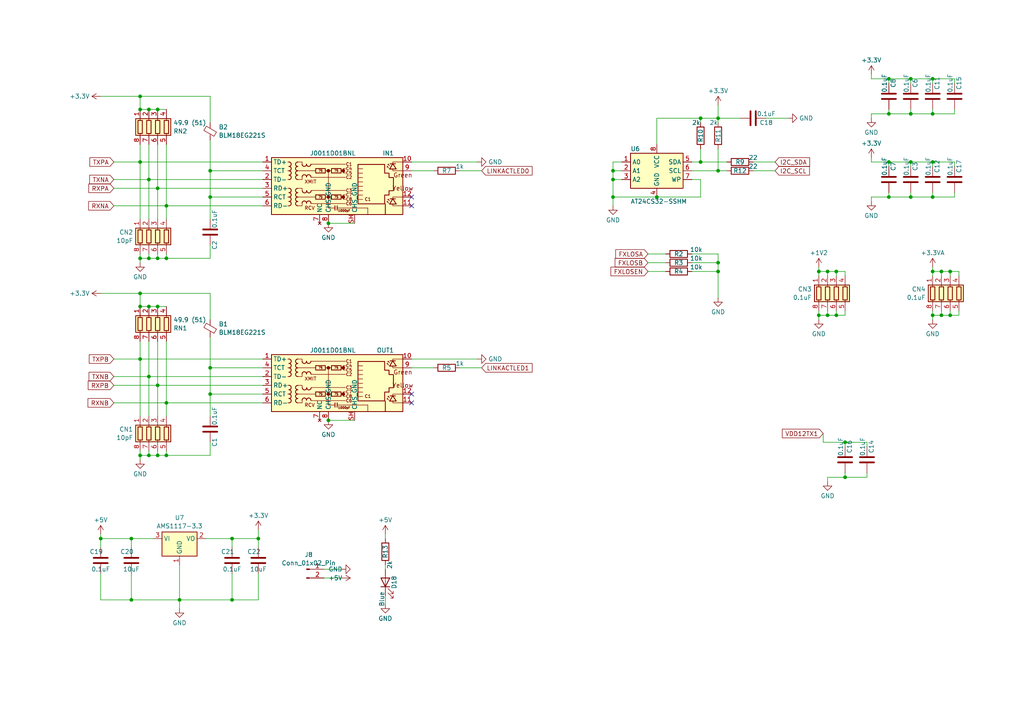
<source format=kicad_sch>
(kicad_sch
	(version 20231120)
	(generator "eeschema")
	(generator_version "8.0")
	(uuid "44502797-95d0-4488-8494-8214d539b93c")
	(paper "A4")
	(title_block
		(title "THCAD reader")
	)
	(lib_symbols
		(symbol "Connector:Conn_01x02_Pin"
			(pin_names
				(offset 1.016) hide)
			(exclude_from_sim no)
			(in_bom yes)
			(on_board yes)
			(property "Reference" "J"
				(at 0 2.54 0)
				(effects
					(font
						(size 1.27 1.27)
					)
				)
			)
			(property "Value" "Conn_01x02_Pin"
				(at 0 -5.08 0)
				(effects
					(font
						(size 1.27 1.27)
					)
				)
			)
			(property "Footprint" ""
				(at 0 0 0)
				(effects
					(font
						(size 1.27 1.27)
					)
					(hide yes)
				)
			)
			(property "Datasheet" "~"
				(at 0 0 0)
				(effects
					(font
						(size 1.27 1.27)
					)
					(hide yes)
				)
			)
			(property "Description" "Generic connector, single row, 01x02, script generated"
				(at 0 0 0)
				(effects
					(font
						(size 1.27 1.27)
					)
					(hide yes)
				)
			)
			(property "ki_locked" ""
				(at 0 0 0)
				(effects
					(font
						(size 1.27 1.27)
					)
				)
			)
			(property "ki_keywords" "connector"
				(at 0 0 0)
				(effects
					(font
						(size 1.27 1.27)
					)
					(hide yes)
				)
			)
			(property "ki_fp_filters" "Connector*:*_1x??_*"
				(at 0 0 0)
				(effects
					(font
						(size 1.27 1.27)
					)
					(hide yes)
				)
			)
			(symbol "Conn_01x02_Pin_1_1"
				(polyline
					(pts
						(xy 1.27 -2.54) (xy 0.8636 -2.54)
					)
					(stroke
						(width 0.1524)
						(type default)
					)
					(fill
						(type none)
					)
				)
				(polyline
					(pts
						(xy 1.27 0) (xy 0.8636 0)
					)
					(stroke
						(width 0.1524)
						(type default)
					)
					(fill
						(type none)
					)
				)
				(rectangle
					(start 0.8636 -2.413)
					(end 0 -2.667)
					(stroke
						(width 0.1524)
						(type default)
					)
					(fill
						(type outline)
					)
				)
				(rectangle
					(start 0.8636 0.127)
					(end 0 -0.127)
					(stroke
						(width 0.1524)
						(type default)
					)
					(fill
						(type outline)
					)
				)
				(pin passive line
					(at 5.08 0 180)
					(length 3.81)
					(name "Pin_1"
						(effects
							(font
								(size 1.27 1.27)
							)
						)
					)
					(number "1"
						(effects
							(font
								(size 1.27 1.27)
							)
						)
					)
				)
				(pin passive line
					(at 5.08 -2.54 180)
					(length 3.81)
					(name "Pin_2"
						(effects
							(font
								(size 1.27 1.27)
							)
						)
					)
					(number "2"
						(effects
							(font
								(size 1.27 1.27)
							)
						)
					)
				)
			)
		)
		(symbol "Device:C"
			(pin_numbers hide)
			(pin_names
				(offset 0.254)
			)
			(exclude_from_sim no)
			(in_bom yes)
			(on_board yes)
			(property "Reference" "C"
				(at 0.635 2.54 0)
				(effects
					(font
						(size 1.27 1.27)
					)
					(justify left)
				)
			)
			(property "Value" "C"
				(at 0.635 -2.54 0)
				(effects
					(font
						(size 1.27 1.27)
					)
					(justify left)
				)
			)
			(property "Footprint" ""
				(at 0.9652 -3.81 0)
				(effects
					(font
						(size 1.27 1.27)
					)
					(hide yes)
				)
			)
			(property "Datasheet" "~"
				(at 0 0 0)
				(effects
					(font
						(size 1.27 1.27)
					)
					(hide yes)
				)
			)
			(property "Description" "Unpolarized capacitor"
				(at 0 0 0)
				(effects
					(font
						(size 1.27 1.27)
					)
					(hide yes)
				)
			)
			(property "ki_keywords" "cap capacitor"
				(at 0 0 0)
				(effects
					(font
						(size 1.27 1.27)
					)
					(hide yes)
				)
			)
			(property "ki_fp_filters" "C_*"
				(at 0 0 0)
				(effects
					(font
						(size 1.27 1.27)
					)
					(hide yes)
				)
			)
			(symbol "C_0_1"
				(polyline
					(pts
						(xy -2.032 -0.762) (xy 2.032 -0.762)
					)
					(stroke
						(width 0.508)
						(type default)
					)
					(fill
						(type none)
					)
				)
				(polyline
					(pts
						(xy -2.032 0.762) (xy 2.032 0.762)
					)
					(stroke
						(width 0.508)
						(type default)
					)
					(fill
						(type none)
					)
				)
			)
			(symbol "C_1_1"
				(pin passive line
					(at 0 3.81 270)
					(length 2.794)
					(name "~"
						(effects
							(font
								(size 1.27 1.27)
							)
						)
					)
					(number "1"
						(effects
							(font
								(size 1.27 1.27)
							)
						)
					)
				)
				(pin passive line
					(at 0 -3.81 90)
					(length 2.794)
					(name "~"
						(effects
							(font
								(size 1.27 1.27)
							)
						)
					)
					(number "2"
						(effects
							(font
								(size 1.27 1.27)
							)
						)
					)
				)
			)
		)
		(symbol "Device:FerriteBead_Small"
			(pin_numbers hide)
			(pin_names
				(offset 0)
			)
			(exclude_from_sim no)
			(in_bom yes)
			(on_board yes)
			(property "Reference" "FB"
				(at 1.905 1.27 0)
				(effects
					(font
						(size 1.27 1.27)
					)
					(justify left)
				)
			)
			(property "Value" "FerriteBead_Small"
				(at 1.905 -1.27 0)
				(effects
					(font
						(size 1.27 1.27)
					)
					(justify left)
				)
			)
			(property "Footprint" ""
				(at -1.778 0 90)
				(effects
					(font
						(size 1.27 1.27)
					)
					(hide yes)
				)
			)
			(property "Datasheet" "~"
				(at 0 0 0)
				(effects
					(font
						(size 1.27 1.27)
					)
					(hide yes)
				)
			)
			(property "Description" "Ferrite bead, small symbol"
				(at 0 0 0)
				(effects
					(font
						(size 1.27 1.27)
					)
					(hide yes)
				)
			)
			(property "ki_keywords" "L ferrite bead inductor filter"
				(at 0 0 0)
				(effects
					(font
						(size 1.27 1.27)
					)
					(hide yes)
				)
			)
			(property "ki_fp_filters" "Inductor_* L_* *Ferrite*"
				(at 0 0 0)
				(effects
					(font
						(size 1.27 1.27)
					)
					(hide yes)
				)
			)
			(symbol "FerriteBead_Small_0_1"
				(polyline
					(pts
						(xy 0 -1.27) (xy 0 -0.7874)
					)
					(stroke
						(width 0)
						(type default)
					)
					(fill
						(type none)
					)
				)
				(polyline
					(pts
						(xy 0 0.889) (xy 0 1.2954)
					)
					(stroke
						(width 0)
						(type default)
					)
					(fill
						(type none)
					)
				)
				(polyline
					(pts
						(xy -1.8288 0.2794) (xy -1.1176 1.4986) (xy 1.8288 -0.2032) (xy 1.1176 -1.4224) (xy -1.8288 0.2794)
					)
					(stroke
						(width 0)
						(type default)
					)
					(fill
						(type none)
					)
				)
			)
			(symbol "FerriteBead_Small_1_1"
				(pin passive line
					(at 0 2.54 270)
					(length 1.27)
					(name "~"
						(effects
							(font
								(size 1.27 1.27)
							)
						)
					)
					(number "1"
						(effects
							(font
								(size 1.27 1.27)
							)
						)
					)
				)
				(pin passive line
					(at 0 -2.54 90)
					(length 1.27)
					(name "~"
						(effects
							(font
								(size 1.27 1.27)
							)
						)
					)
					(number "2"
						(effects
							(font
								(size 1.27 1.27)
							)
						)
					)
				)
			)
		)
		(symbol "Device:LED"
			(pin_numbers hide)
			(pin_names
				(offset 1.016) hide)
			(exclude_from_sim no)
			(in_bom yes)
			(on_board yes)
			(property "Reference" "D"
				(at 0 2.54 0)
				(effects
					(font
						(size 1.27 1.27)
					)
				)
			)
			(property "Value" "LED"
				(at 0 -2.54 0)
				(effects
					(font
						(size 1.27 1.27)
					)
				)
			)
			(property "Footprint" ""
				(at 0 0 0)
				(effects
					(font
						(size 1.27 1.27)
					)
					(hide yes)
				)
			)
			(property "Datasheet" "~"
				(at 0 0 0)
				(effects
					(font
						(size 1.27 1.27)
					)
					(hide yes)
				)
			)
			(property "Description" "Light emitting diode"
				(at 0 0 0)
				(effects
					(font
						(size 1.27 1.27)
					)
					(hide yes)
				)
			)
			(property "ki_keywords" "LED diode"
				(at 0 0 0)
				(effects
					(font
						(size 1.27 1.27)
					)
					(hide yes)
				)
			)
			(property "ki_fp_filters" "LED* LED_SMD:* LED_THT:*"
				(at 0 0 0)
				(effects
					(font
						(size 1.27 1.27)
					)
					(hide yes)
				)
			)
			(symbol "LED_0_1"
				(polyline
					(pts
						(xy -1.27 -1.27) (xy -1.27 1.27)
					)
					(stroke
						(width 0.254)
						(type default)
					)
					(fill
						(type none)
					)
				)
				(polyline
					(pts
						(xy -1.27 0) (xy 1.27 0)
					)
					(stroke
						(width 0)
						(type default)
					)
					(fill
						(type none)
					)
				)
				(polyline
					(pts
						(xy 1.27 -1.27) (xy 1.27 1.27) (xy -1.27 0) (xy 1.27 -1.27)
					)
					(stroke
						(width 0.254)
						(type default)
					)
					(fill
						(type none)
					)
				)
				(polyline
					(pts
						(xy -3.048 -0.762) (xy -4.572 -2.286) (xy -3.81 -2.286) (xy -4.572 -2.286) (xy -4.572 -1.524)
					)
					(stroke
						(width 0)
						(type default)
					)
					(fill
						(type none)
					)
				)
				(polyline
					(pts
						(xy -1.778 -0.762) (xy -3.302 -2.286) (xy -2.54 -2.286) (xy -3.302 -2.286) (xy -3.302 -1.524)
					)
					(stroke
						(width 0)
						(type default)
					)
					(fill
						(type none)
					)
				)
			)
			(symbol "LED_1_1"
				(pin passive line
					(at -3.81 0 0)
					(length 2.54)
					(name "K"
						(effects
							(font
								(size 1.27 1.27)
							)
						)
					)
					(number "1"
						(effects
							(font
								(size 1.27 1.27)
							)
						)
					)
				)
				(pin passive line
					(at 3.81 0 180)
					(length 2.54)
					(name "A"
						(effects
							(font
								(size 1.27 1.27)
							)
						)
					)
					(number "2"
						(effects
							(font
								(size 1.27 1.27)
							)
						)
					)
				)
			)
		)
		(symbol "Device:R"
			(pin_numbers hide)
			(pin_names
				(offset 0)
			)
			(exclude_from_sim no)
			(in_bom yes)
			(on_board yes)
			(property "Reference" "R"
				(at 2.032 0 90)
				(effects
					(font
						(size 1.27 1.27)
					)
				)
			)
			(property "Value" "R"
				(at 0 0 90)
				(effects
					(font
						(size 1.27 1.27)
					)
				)
			)
			(property "Footprint" ""
				(at -1.778 0 90)
				(effects
					(font
						(size 1.27 1.27)
					)
					(hide yes)
				)
			)
			(property "Datasheet" "~"
				(at 0 0 0)
				(effects
					(font
						(size 1.27 1.27)
					)
					(hide yes)
				)
			)
			(property "Description" "Resistor"
				(at 0 0 0)
				(effects
					(font
						(size 1.27 1.27)
					)
					(hide yes)
				)
			)
			(property "ki_keywords" "R res resistor"
				(at 0 0 0)
				(effects
					(font
						(size 1.27 1.27)
					)
					(hide yes)
				)
			)
			(property "ki_fp_filters" "R_*"
				(at 0 0 0)
				(effects
					(font
						(size 1.27 1.27)
					)
					(hide yes)
				)
			)
			(symbol "R_0_1"
				(rectangle
					(start -1.016 -2.54)
					(end 1.016 2.54)
					(stroke
						(width 0.254)
						(type default)
					)
					(fill
						(type none)
					)
				)
			)
			(symbol "R_1_1"
				(pin passive line
					(at 0 3.81 270)
					(length 1.27)
					(name "~"
						(effects
							(font
								(size 1.27 1.27)
							)
						)
					)
					(number "1"
						(effects
							(font
								(size 1.27 1.27)
							)
						)
					)
				)
				(pin passive line
					(at 0 -3.81 90)
					(length 1.27)
					(name "~"
						(effects
							(font
								(size 1.27 1.27)
							)
						)
					)
					(number "2"
						(effects
							(font
								(size 1.27 1.27)
							)
						)
					)
				)
			)
		)
		(symbol "Device:R_Pack04"
			(pin_names
				(offset 0) hide)
			(exclude_from_sim no)
			(in_bom yes)
			(on_board yes)
			(property "Reference" "RN"
				(at -7.62 0 90)
				(effects
					(font
						(size 1.27 1.27)
					)
				)
			)
			(property "Value" "R_Pack04"
				(at 5.08 0 90)
				(effects
					(font
						(size 1.27 1.27)
					)
				)
			)
			(property "Footprint" ""
				(at 6.985 0 90)
				(effects
					(font
						(size 1.27 1.27)
					)
					(hide yes)
				)
			)
			(property "Datasheet" "~"
				(at 0 0 0)
				(effects
					(font
						(size 1.27 1.27)
					)
					(hide yes)
				)
			)
			(property "Description" "4 resistor network, parallel topology"
				(at 0 0 0)
				(effects
					(font
						(size 1.27 1.27)
					)
					(hide yes)
				)
			)
			(property "ki_keywords" "R network parallel topology isolated"
				(at 0 0 0)
				(effects
					(font
						(size 1.27 1.27)
					)
					(hide yes)
				)
			)
			(property "ki_fp_filters" "DIP* SOIC* R*Array*Concave* R*Array*Convex* MSOP*"
				(at 0 0 0)
				(effects
					(font
						(size 1.27 1.27)
					)
					(hide yes)
				)
			)
			(symbol "R_Pack04_0_1"
				(rectangle
					(start -6.35 -2.413)
					(end 3.81 2.413)
					(stroke
						(width 0.254)
						(type default)
					)
					(fill
						(type background)
					)
				)
				(rectangle
					(start -5.715 1.905)
					(end -4.445 -1.905)
					(stroke
						(width 0.254)
						(type default)
					)
					(fill
						(type none)
					)
				)
				(rectangle
					(start -3.175 1.905)
					(end -1.905 -1.905)
					(stroke
						(width 0.254)
						(type default)
					)
					(fill
						(type none)
					)
				)
				(rectangle
					(start -0.635 1.905)
					(end 0.635 -1.905)
					(stroke
						(width 0.254)
						(type default)
					)
					(fill
						(type none)
					)
				)
				(polyline
					(pts
						(xy -5.08 -2.54) (xy -5.08 -1.905)
					)
					(stroke
						(width 0)
						(type default)
					)
					(fill
						(type none)
					)
				)
				(polyline
					(pts
						(xy -5.08 1.905) (xy -5.08 2.54)
					)
					(stroke
						(width 0)
						(type default)
					)
					(fill
						(type none)
					)
				)
				(polyline
					(pts
						(xy -2.54 -2.54) (xy -2.54 -1.905)
					)
					(stroke
						(width 0)
						(type default)
					)
					(fill
						(type none)
					)
				)
				(polyline
					(pts
						(xy -2.54 1.905) (xy -2.54 2.54)
					)
					(stroke
						(width 0)
						(type default)
					)
					(fill
						(type none)
					)
				)
				(polyline
					(pts
						(xy 0 -2.54) (xy 0 -1.905)
					)
					(stroke
						(width 0)
						(type default)
					)
					(fill
						(type none)
					)
				)
				(polyline
					(pts
						(xy 0 1.905) (xy 0 2.54)
					)
					(stroke
						(width 0)
						(type default)
					)
					(fill
						(type none)
					)
				)
				(polyline
					(pts
						(xy 2.54 -2.54) (xy 2.54 -1.905)
					)
					(stroke
						(width 0)
						(type default)
					)
					(fill
						(type none)
					)
				)
				(polyline
					(pts
						(xy 2.54 1.905) (xy 2.54 2.54)
					)
					(stroke
						(width 0)
						(type default)
					)
					(fill
						(type none)
					)
				)
				(rectangle
					(start 1.905 1.905)
					(end 3.175 -1.905)
					(stroke
						(width 0.254)
						(type default)
					)
					(fill
						(type none)
					)
				)
			)
			(symbol "R_Pack04_1_1"
				(pin passive line
					(at -5.08 -5.08 90)
					(length 2.54)
					(name "R1.1"
						(effects
							(font
								(size 1.27 1.27)
							)
						)
					)
					(number "1"
						(effects
							(font
								(size 1.27 1.27)
							)
						)
					)
				)
				(pin passive line
					(at -2.54 -5.08 90)
					(length 2.54)
					(name "R2.1"
						(effects
							(font
								(size 1.27 1.27)
							)
						)
					)
					(number "2"
						(effects
							(font
								(size 1.27 1.27)
							)
						)
					)
				)
				(pin passive line
					(at 0 -5.08 90)
					(length 2.54)
					(name "R3.1"
						(effects
							(font
								(size 1.27 1.27)
							)
						)
					)
					(number "3"
						(effects
							(font
								(size 1.27 1.27)
							)
						)
					)
				)
				(pin passive line
					(at 2.54 -5.08 90)
					(length 2.54)
					(name "R4.1"
						(effects
							(font
								(size 1.27 1.27)
							)
						)
					)
					(number "4"
						(effects
							(font
								(size 1.27 1.27)
							)
						)
					)
				)
				(pin passive line
					(at 2.54 5.08 270)
					(length 2.54)
					(name "R4.2"
						(effects
							(font
								(size 1.27 1.27)
							)
						)
					)
					(number "5"
						(effects
							(font
								(size 1.27 1.27)
							)
						)
					)
				)
				(pin passive line
					(at 0 5.08 270)
					(length 2.54)
					(name "R3.2"
						(effects
							(font
								(size 1.27 1.27)
							)
						)
					)
					(number "6"
						(effects
							(font
								(size 1.27 1.27)
							)
						)
					)
				)
				(pin passive line
					(at -2.54 5.08 270)
					(length 2.54)
					(name "R2.2"
						(effects
							(font
								(size 1.27 1.27)
							)
						)
					)
					(number "7"
						(effects
							(font
								(size 1.27 1.27)
							)
						)
					)
				)
				(pin passive line
					(at -5.08 5.08 270)
					(length 2.54)
					(name "R1.2"
						(effects
							(font
								(size 1.27 1.27)
							)
						)
					)
					(number "8"
						(effects
							(font
								(size 1.27 1.27)
							)
						)
					)
				)
			)
		)
		(symbol "HakansLibrary:J0011D01BNL"
			(exclude_from_sim no)
			(in_bom yes)
			(on_board yes)
			(property "Reference" "J"
				(at 17.78 10.16 0)
				(effects
					(font
						(size 1.27 1.27)
					)
					(justify right)
				)
			)
			(property "Value" "J0011D01BNL"
				(at 0 10.16 0)
				(effects
					(font
						(size 1.27 1.27)
					)
				)
			)
			(property "Footprint" ""
				(at 0 12.7 0)
				(effects
					(font
						(size 1.27 1.27)
					)
					(hide yes)
				)
			)
			(property "Datasheet" ""
				(at 0 16.51 0)
				(effects
					(font
						(size 1.27 1.27)
					)
					(justify top)
					(hide yes)
				)
			)
			(property "Description" "LAN Transformer Jack, RJ45, 10/100 BaseT"
				(at 0 0 0)
				(effects
					(font
						(size 1.27 1.27)
					)
					(hide yes)
				)
			)
			(property "ki_keywords" "lan jack socket transformer"
				(at 0 0 0)
				(effects
					(font
						(size 1.27 1.27)
					)
					(hide yes)
				)
			)
			(property "ki_fp_filters" "RJ45*Wuerth*7499010121A*"
				(at 0 0 0)
				(effects
					(font
						(size 1.27 1.27)
					)
					(hide yes)
				)
			)
			(symbol "J0011D01BNL_0_0"
				(circle
					(center -1.27 -2.54)
					(radius 0.0001)
					(stroke
						(width 0.508)
						(type default)
					)
					(fill
						(type none)
					)
				)
				(circle
					(center -1.27 5.08)
					(radius 0.0001)
					(stroke
						(width 0.508)
						(type default)
					)
					(fill
						(type none)
					)
				)
				(polyline
					(pts
						(xy -1.27 5.08) (xy -1.27 -5.715)
					)
					(stroke
						(width 0)
						(type default)
					)
					(fill
						(type none)
					)
				)
				(polyline
					(pts
						(xy 0.635 -5.08) (xy 0.635 -6.35)
					)
					(stroke
						(width 0.254)
						(type default)
					)
					(fill
						(type none)
					)
				)
				(polyline
					(pts
						(xy 1.27 -5.08) (xy 1.27 -6.35)
					)
					(stroke
						(width 0.254)
						(type default)
					)
					(fill
						(type none)
					)
				)
				(polyline
					(pts
						(xy 3.048 -2.54) (xy 2.54 -2.54)
					)
					(stroke
						(width 0)
						(type default)
					)
					(fill
						(type none)
					)
				)
				(polyline
					(pts
						(xy 3.048 5.08) (xy 2.54 5.08)
					)
					(stroke
						(width 0)
						(type default)
					)
					(fill
						(type none)
					)
				)
				(polyline
					(pts
						(xy 17.399 -3.175) (xy 17.399 -2.54) (xy 20.32 -2.54)
					)
					(stroke
						(width 0)
						(type default)
					)
					(fill
						(type none)
					)
				)
				(polyline
					(pts
						(xy 17.399 6.985) (xy 17.399 7.62) (xy 20.32 7.62)
					)
					(stroke
						(width 0)
						(type default)
					)
					(fill
						(type none)
					)
				)
				(polyline
					(pts
						(xy 20.32 -5.08) (xy 17.399 -5.08) (xy 17.399 -4.572)
					)
					(stroke
						(width 0)
						(type default)
					)
					(fill
						(type none)
					)
				)
				(polyline
					(pts
						(xy 20.32 5.08) (xy 17.399 5.08) (xy 17.399 5.588)
					)
					(stroke
						(width 0)
						(type default)
					)
					(fill
						(type none)
					)
				)
				(polyline
					(pts
						(xy 3.683 -1.905) (xy 3.048 -1.905) (xy 3.048 -3.175) (xy 3.683 -3.175)
					)
					(stroke
						(width 0)
						(type default)
					)
					(fill
						(type none)
					)
				)
				(polyline
					(pts
						(xy 3.683 5.715) (xy 3.048 5.715) (xy 3.048 4.445) (xy 3.683 4.445)
					)
					(stroke
						(width 0)
						(type default)
					)
					(fill
						(type none)
					)
				)
				(circle
					(center 3.048 -2.54)
					(radius 0.0001)
					(stroke
						(width 0.508)
						(type default)
					)
					(fill
						(type none)
					)
				)
				(circle
					(center 3.048 5.08)
					(radius 0.0001)
					(stroke
						(width 0.508)
						(type default)
					)
					(fill
						(type none)
					)
				)
				(text "C1"
					(at 4.699 6.985 0)
					(effects
						(font
							(size 0.889 0.889)
						)
					)
				)
				(text "C1"
					(at 10.16 -3.175 0)
					(effects
						(font
							(size 0.889 0.889)
						)
					)
				)
				(text "C2"
					(at 4.699 3.175 0)
					(effects
						(font
							(size 0.889 0.889)
						)
					)
				)
				(text "C3"
					(at 4.699 -0.635 0)
					(effects
						(font
							(size 0.889 0.889)
						)
					)
				)
				(text "C4"
					(at 4.699 5.715 0)
					(effects
						(font
							(size 0.889 0.889)
						)
					)
				)
				(text "C5"
					(at 4.699 4.445 0)
					(effects
						(font
							(size 0.889 0.889)
						)
					)
				)
				(text "C6"
					(at 4.699 -4.445 0)
					(effects
						(font
							(size 0.889 0.889)
						)
					)
				)
				(text "C7"
					(at 4.699 -1.905 0)
					(effects
						(font
							(size 0.889 0.889)
						)
					)
				)
				(text "C8"
					(at 4.699 -3.175 0)
					(effects
						(font
							(size 0.889 0.889)
						)
					)
				)
				(text "RCV"
					(at -8.255 -5.715 0)
					(effects
						(font
							(size 1.016 1.016)
						)
						(justify left)
					)
				)
				(text "XMIT"
					(at -8.255 1.905 0)
					(effects
						(font
							(size 1.016 1.016)
						)
						(justify left)
					)
				)
			)
			(symbol "J0011D01BNL_0_1"
				(rectangle
					(start -17.78 8.89)
					(end 20.32 -7.62)
					(stroke
						(width 0.254)
						(type default)
					)
					(fill
						(type background)
					)
				)
				(polyline
					(pts
						(xy -12.7 -5.08) (xy -13.081 -5.08)
					)
					(stroke
						(width 0)
						(type default)
					)
					(fill
						(type none)
					)
				)
				(polyline
					(pts
						(xy -12.7 -2.54) (xy -13.081 -2.54)
					)
					(stroke
						(width 0)
						(type default)
					)
					(fill
						(type none)
					)
				)
				(polyline
					(pts
						(xy -12.7 0) (xy -13.081 0)
					)
					(stroke
						(width 0)
						(type default)
					)
					(fill
						(type none)
					)
				)
				(polyline
					(pts
						(xy -12.7 2.54) (xy -13.081 2.54)
					)
					(stroke
						(width 0)
						(type default)
					)
					(fill
						(type none)
					)
				)
				(polyline
					(pts
						(xy -12.7 5.08) (xy -13.081 5.08)
					)
					(stroke
						(width 0)
						(type default)
					)
					(fill
						(type none)
					)
				)
				(polyline
					(pts
						(xy -12.7 7.62) (xy -13.081 7.62)
					)
					(stroke
						(width 0)
						(type default)
					)
					(fill
						(type none)
					)
				)
				(polyline
					(pts
						(xy -6.35 -4.445) (xy 3.683 -4.445)
					)
					(stroke
						(width 0)
						(type default)
					)
					(fill
						(type none)
					)
				)
				(polyline
					(pts
						(xy -6.35 3.175) (xy 3.683 3.175)
					)
					(stroke
						(width 0)
						(type default)
					)
					(fill
						(type none)
					)
				)
				(polyline
					(pts
						(xy -6.35 6.985) (xy 3.683 6.985)
					)
					(stroke
						(width 0)
						(type default)
					)
					(fill
						(type none)
					)
				)
				(polyline
					(pts
						(xy -6.223 -0.635) (xy 3.683 -0.635)
					)
					(stroke
						(width 0)
						(type default)
					)
					(fill
						(type none)
					)
				)
				(polyline
					(pts
						(xy -5.08 -2.54) (xy -10.16 -2.54)
					)
					(stroke
						(width 0)
						(type default)
					)
					(fill
						(type none)
					)
				)
				(polyline
					(pts
						(xy -4.953 5.08) (xy -10.16 5.08)
					)
					(stroke
						(width 0)
						(type default)
					)
					(fill
						(type none)
					)
				)
				(polyline
					(pts
						(xy -2.159 -2.54) (xy -0.381 -2.54)
					)
					(stroke
						(width 0)
						(type default)
					)
					(fill
						(type none)
					)
				)
				(polyline
					(pts
						(xy -2.159 5.08) (xy -0.381 5.08)
					)
					(stroke
						(width 0)
						(type default)
					)
					(fill
						(type none)
					)
				)
				(polyline
					(pts
						(xy 0.635 -5.715) (xy -1.27 -5.715)
					)
					(stroke
						(width 0)
						(type default)
					)
					(fill
						(type none)
					)
				)
				(polyline
					(pts
						(xy 7.4295 -1.9685) (xy 8.6995 -1.9685)
					)
					(stroke
						(width 0)
						(type default)
					)
					(fill
						(type none)
					)
				)
				(polyline
					(pts
						(xy 7.4295 -0.6985) (xy 8.6995 -0.6985)
					)
					(stroke
						(width 0)
						(type default)
					)
					(fill
						(type none)
					)
				)
				(polyline
					(pts
						(xy 7.4295 0.5715) (xy 8.6995 0.5715)
					)
					(stroke
						(width 0)
						(type default)
					)
					(fill
						(type none)
					)
				)
				(polyline
					(pts
						(xy 7.4295 1.8415) (xy 8.6995 1.8415)
					)
					(stroke
						(width 0)
						(type default)
					)
					(fill
						(type none)
					)
				)
				(polyline
					(pts
						(xy 7.4295 3.1115) (xy 8.6995 3.1115)
					)
					(stroke
						(width 0)
						(type default)
					)
					(fill
						(type none)
					)
				)
				(polyline
					(pts
						(xy 8.6995 -3.2385) (xy 7.4295 -3.2385)
					)
					(stroke
						(width 0)
						(type default)
					)
					(fill
						(type none)
					)
				)
				(polyline
					(pts
						(xy 8.6995 4.3815) (xy 7.4295 4.3815)
					)
					(stroke
						(width 0)
						(type default)
					)
					(fill
						(type none)
					)
				)
				(polyline
					(pts
						(xy 8.6995 5.6515) (xy 7.4295 5.6515)
					)
					(stroke
						(width 0)
						(type default)
					)
					(fill
						(type none)
					)
				)
				(polyline
					(pts
						(xy 10.16 -5.715) (xy 1.27 -5.715)
					)
					(stroke
						(width 0)
						(type default)
					)
					(fill
						(type none)
					)
				)
				(polyline
					(pts
						(xy 10.16 -5.715) (xy 10.16 -7.62)
					)
					(stroke
						(width 0)
						(type default)
					)
					(fill
						(type none)
					)
				)
				(polyline
					(pts
						(xy -10.16 0) (xy -8.89 0) (xy -8.89 -0.635)
					)
					(stroke
						(width 0)
						(type default)
					)
					(fill
						(type none)
					)
				)
				(polyline
					(pts
						(xy -10.16 7.62) (xy -8.89 7.62) (xy -8.89 6.985)
					)
					(stroke
						(width 0)
						(type default)
					)
					(fill
						(type none)
					)
				)
				(polyline
					(pts
						(xy -8.89 -4.445) (xy -8.89 -5.08) (xy -10.16 -5.08)
					)
					(stroke
						(width 0)
						(type default)
					)
					(fill
						(type none)
					)
				)
				(polyline
					(pts
						(xy -8.89 3.175) (xy -8.89 2.54) (xy -10.16 2.54)
					)
					(stroke
						(width 0)
						(type default)
					)
					(fill
						(type none)
					)
				)
			)
			(symbol "J0011D01BNL_1_0"
				(text "1000pF"
					(at 3.302 -6.477 0)
					(effects
						(font
							(size 0.635 0.635)
						)
					)
				)
			)
			(symbol "J0011D01BNL_1_1"
				(arc
					(start -12.7 -1.27)
					(mid -12.0677 -0.635)
					(end -12.7 0)
					(stroke
						(width 0.254)
						(type default)
					)
					(fill
						(type none)
					)
				)
				(arc
					(start -12.6973 -5.08)
					(mid -12.065 -4.445)
					(end -12.6973 -3.81)
					(stroke
						(width 0.254)
						(type default)
					)
					(fill
						(type none)
					)
				)
				(arc
					(start -12.6973 -3.81)
					(mid -12.065 -3.175)
					(end -12.6973 -2.54)
					(stroke
						(width 0.254)
						(type default)
					)
					(fill
						(type none)
					)
				)
				(arc
					(start -12.6973 -2.54)
					(mid -12.065 -1.905)
					(end -12.6973 -1.27)
					(stroke
						(width 0.254)
						(type default)
					)
					(fill
						(type none)
					)
				)
				(arc
					(start -12.6973 6.35)
					(mid -12.065 6.985)
					(end -12.6973 7.62)
					(stroke
						(width 0.254)
						(type default)
					)
					(fill
						(type none)
					)
				)
				(arc
					(start -12.6946 2.54)
					(mid -12.0623 3.175)
					(end -12.6946 3.81)
					(stroke
						(width 0.254)
						(type default)
					)
					(fill
						(type none)
					)
				)
				(arc
					(start -12.6946 3.81)
					(mid -12.0623 4.445)
					(end -12.6946 5.08)
					(stroke
						(width 0.254)
						(type default)
					)
					(fill
						(type none)
					)
				)
				(arc
					(start -12.6946 5.08)
					(mid -12.0623 5.715)
					(end -12.6946 6.35)
					(stroke
						(width 0.254)
						(type default)
					)
					(fill
						(type none)
					)
				)
				(arc
					(start -10.1654 -2.54)
					(mid -10.7977 -3.175)
					(end -10.1654 -3.81)
					(stroke
						(width 0.254)
						(type default)
					)
					(fill
						(type none)
					)
				)
				(arc
					(start -10.1654 -1.27)
					(mid -10.7977 -1.905)
					(end -10.1654 -2.54)
					(stroke
						(width 0.254)
						(type default)
					)
					(fill
						(type none)
					)
				)
				(arc
					(start -10.1654 0)
					(mid -10.7977 -0.635)
					(end -10.1654 -1.27)
					(stroke
						(width 0.254)
						(type default)
					)
					(fill
						(type none)
					)
				)
				(arc
					(start -10.1654 5.08)
					(mid -10.7977 4.445)
					(end -10.1654 3.81)
					(stroke
						(width 0.254)
						(type default)
					)
					(fill
						(type none)
					)
				)
				(arc
					(start -10.1654 6.35)
					(mid -10.7977 5.715)
					(end -10.1654 5.08)
					(stroke
						(width 0.254)
						(type default)
					)
					(fill
						(type none)
					)
				)
				(arc
					(start -10.1654 7.62)
					(mid -10.7977 6.985)
					(end -10.1654 6.35)
					(stroke
						(width 0.254)
						(type default)
					)
					(fill
						(type none)
					)
				)
				(arc
					(start -10.1627 -3.81)
					(mid -10.795 -4.445)
					(end -10.1627 -5.08)
					(stroke
						(width 0.254)
						(type default)
					)
					(fill
						(type none)
					)
				)
				(arc
					(start -10.1627 3.81)
					(mid -10.795 3.175)
					(end -10.1627 2.54)
					(stroke
						(width 0.254)
						(type default)
					)
					(fill
						(type none)
					)
				)
				(arc
					(start -8.89 6.9823)
					(mid -8.255 6.35)
					(end -7.62 6.9823)
					(stroke
						(width 0.254)
						(type default)
					)
					(fill
						(type none)
					)
				)
				(arc
					(start -8.8265 -0.7012)
					(mid -8.1915 -1.3335)
					(end -7.5565 -0.7012)
					(stroke
						(width 0.254)
						(type default)
					)
					(fill
						(type none)
					)
				)
				(arc
					(start -7.62 -4.3153)
					(mid -8.255 -3.683)
					(end -8.89 -4.3153)
					(stroke
						(width 0.254)
						(type default)
					)
					(fill
						(type none)
					)
				)
				(arc
					(start -7.62 3.3047)
					(mid -8.255 3.937)
					(end -8.89 3.3047)
					(stroke
						(width 0.254)
						(type default)
					)
					(fill
						(type none)
					)
				)
				(arc
					(start -7.62 6.985)
					(mid -6.985 6.3527)
					(end -6.35 6.985)
					(stroke
						(width 0.254)
						(type default)
					)
					(fill
						(type none)
					)
				)
				(arc
					(start -7.5565 -0.6985)
					(mid -6.9215 -1.3308)
					(end -6.2865 -0.6985)
					(stroke
						(width 0.254)
						(type default)
					)
					(fill
						(type none)
					)
				)
				(arc
					(start -6.35 -4.3126)
					(mid -6.985 -3.6803)
					(end -7.62 -4.3126)
					(stroke
						(width 0.254)
						(type default)
					)
					(fill
						(type none)
					)
				)
				(arc
					(start -6.35 3.3074)
					(mid -6.985 3.9397)
					(end -7.62 3.3074)
					(stroke
						(width 0.254)
						(type default)
					)
					(fill
						(type none)
					)
				)
				(rectangle
					(start -4.953 -1.905)
					(end -2.159 -3.175)
					(stroke
						(width 0.254)
						(type default)
					)
					(fill
						(type none)
					)
				)
				(rectangle
					(start -4.953 5.715)
					(end -2.159 4.445)
					(stroke
						(width 0.254)
						(type default)
					)
					(fill
						(type none)
					)
				)
				(rectangle
					(start -0.381 -1.905)
					(end 2.413 -3.175)
					(stroke
						(width 0.254)
						(type default)
					)
					(fill
						(type none)
					)
				)
				(rectangle
					(start -0.381 5.715)
					(end 2.413 4.445)
					(stroke
						(width 0.254)
						(type default)
					)
					(fill
						(type none)
					)
				)
				(polyline
					(pts
						(xy 15.24 -7.62) (xy 15.24 -4.572)
					)
					(stroke
						(width 0.254)
						(type default)
					)
					(fill
						(type none)
					)
				)
				(polyline
					(pts
						(xy 15.748 -3.81) (xy 15.748 -4.064)
					)
					(stroke
						(width 0)
						(type default)
					)
					(fill
						(type none)
					)
				)
				(polyline
					(pts
						(xy 15.748 6.35) (xy 15.748 6.096)
					)
					(stroke
						(width 0)
						(type default)
					)
					(fill
						(type none)
					)
				)
				(polyline
					(pts
						(xy 16.002 -3.175) (xy 16.002 -3.429)
					)
					(stroke
						(width 0)
						(type default)
					)
					(fill
						(type none)
					)
				)
				(polyline
					(pts
						(xy 16.002 6.985) (xy 16.002 6.731)
					)
					(stroke
						(width 0)
						(type default)
					)
					(fill
						(type none)
					)
				)
				(polyline
					(pts
						(xy 16.637 -3.048) (xy 18.161 -3.048)
					)
					(stroke
						(width 0.254)
						(type default)
					)
					(fill
						(type none)
					)
				)
				(polyline
					(pts
						(xy 16.637 7.112) (xy 18.161 7.112)
					)
					(stroke
						(width 0.254)
						(type default)
					)
					(fill
						(type none)
					)
				)
				(polyline
					(pts
						(xy 16.256 -4.318) (xy 15.748 -3.81) (xy 16.002 -3.81)
					)
					(stroke
						(width 0)
						(type default)
					)
					(fill
						(type none)
					)
				)
				(polyline
					(pts
						(xy 16.256 5.842) (xy 15.748 6.35) (xy 16.002 6.35)
					)
					(stroke
						(width 0)
						(type default)
					)
					(fill
						(type none)
					)
				)
				(polyline
					(pts
						(xy 16.51 -3.683) (xy 16.002 -3.175) (xy 16.256 -3.175)
					)
					(stroke
						(width 0)
						(type default)
					)
					(fill
						(type none)
					)
				)
				(polyline
					(pts
						(xy 16.51 6.477) (xy 16.002 6.985) (xy 16.256 6.985)
					)
					(stroke
						(width 0)
						(type default)
					)
					(fill
						(type none)
					)
				)
				(polyline
					(pts
						(xy 16.51 -4.572) (xy 18.415 -4.572) (xy 17.399 -3.048) (xy 16.51 -4.572)
					)
					(stroke
						(width 0.254)
						(type default)
					)
					(fill
						(type none)
					)
				)
				(polyline
					(pts
						(xy 16.51 5.588) (xy 18.415 5.588) (xy 17.399 7.112) (xy 16.51 5.588)
					)
					(stroke
						(width 0.254)
						(type default)
					)
					(fill
						(type none)
					)
				)
				(polyline
					(pts
						(xy 7.3025 -4.5085) (xy 7.3025 6.9215) (xy 15.0495 6.9215) (xy 15.0495 4.3815) (xy 16.3195 4.3815)
						(xy 16.3195 3.1115) (xy 17.5895 3.1115) (xy 17.5895 -0.6985) (xy 16.3195 -0.6985) (xy 16.3195 -1.9685)
						(xy 15.0495 -1.9685) (xy 15.0495 -4.5085) (xy 7.3025 -4.5085)
					)
					(stroke
						(width 0.254)
						(type default)
					)
					(fill
						(type none)
					)
				)
				(text "75"
					(at -3.556 -2.54 0)
					(effects
						(font
							(size 0.635 0.635)
						)
					)
				)
				(text "75"
					(at -3.556 5.08 0)
					(effects
						(font
							(size 0.635 0.635)
						)
					)
				)
				(text "75"
					(at 1.016 -2.54 0)
					(effects
						(font
							(size 0.635 0.635)
						)
					)
				)
				(text "75"
					(at 1.016 5.08 0)
					(effects
						(font
							(size 0.635 0.635)
						)
					)
				)
				(text "Green"
					(at 20.32 3.81 0)
					(effects
						(font
							(size 1.27 1.27)
						)
					)
				)
				(text "Yellow"
					(at 20.32 0 0)
					(effects
						(font
							(size 1.27 1.27)
						)
					)
				)
				(pin passive line
					(at -20.32 7.62 0)
					(length 2.54)
					(name "TD+"
						(effects
							(font
								(size 1.27 1.27)
							)
						)
					)
					(number "1"
						(effects
							(font
								(size 1.27 1.27)
							)
						)
					)
				)
				(pin passive line
					(at 22.86 7.62 180)
					(length 2.54)
					(name ""
						(effects
							(font
								(size 1.27 1.27)
							)
						)
					)
					(number "10"
						(effects
							(font
								(size 1.27 1.27)
							)
						)
					)
				)
				(pin passive line
					(at 22.86 -5.08 180)
					(length 2.54)
					(name ""
						(effects
							(font
								(size 1.27 1.27)
							)
						)
					)
					(number "11"
						(effects
							(font
								(size 1.27 1.27)
							)
						)
					)
				)
				(pin passive line
					(at 22.86 -2.54 180)
					(length 2.54)
					(name ""
						(effects
							(font
								(size 1.27 1.27)
							)
						)
					)
					(number "12"
						(effects
							(font
								(size 1.27 1.27)
							)
						)
					)
				)
				(pin passive line
					(at -20.32 2.54 0)
					(length 2.54)
					(name "TD-"
						(effects
							(font
								(size 1.27 1.27)
							)
						)
					)
					(number "2"
						(effects
							(font
								(size 1.27 1.27)
							)
						)
					)
				)
				(pin passive line
					(at -20.32 0 0)
					(length 2.54)
					(name "RD+"
						(effects
							(font
								(size 1.27 1.27)
							)
						)
					)
					(number "3"
						(effects
							(font
								(size 1.27 1.27)
							)
						)
					)
				)
				(pin passive line
					(at -20.32 5.08 0)
					(length 2.54)
					(name "TCT"
						(effects
							(font
								(size 1.27 1.27)
							)
						)
					)
					(number "4"
						(effects
							(font
								(size 1.27 1.27)
							)
						)
					)
				)
				(pin passive line
					(at -20.32 -2.54 0)
					(length 2.54)
					(name "RCT"
						(effects
							(font
								(size 1.27 1.27)
							)
						)
					)
					(number "5"
						(effects
							(font
								(size 1.27 1.27)
							)
						)
					)
				)
				(pin passive line
					(at -20.32 -5.08 0)
					(length 2.54)
					(name "RD-"
						(effects
							(font
								(size 1.27 1.27)
							)
						)
					)
					(number "6"
						(effects
							(font
								(size 1.27 1.27)
							)
						)
					)
				)
				(pin no_connect line
					(at -3.81 -10.16 90)
					(length 2.54)
					(name "NC"
						(effects
							(font
								(size 1.27 1.27)
							)
						)
					)
					(number "7"
						(effects
							(font
								(size 1.27 1.27)
							)
						)
					)
				)
				(pin no_connect line
					(at 20.32 0 0)
					(length 0) hide
					(name "NC"
						(effects
							(font
								(size 1.27 1.27)
							)
						)
					)
					(number "7"
						(effects
							(font
								(size 1.27 1.27)
							)
						)
					)
				)
				(pin power_in line
					(at -1.27 -10.16 90)
					(length 2.54)
					(name "CHS_GND"
						(effects
							(font
								(size 1.27 1.27)
							)
						)
					)
					(number "8"
						(effects
							(font
								(size 1.27 1.27)
							)
						)
					)
				)
				(pin passive line
					(at 22.86 5.08 180)
					(length 2.54)
					(name ""
						(effects
							(font
								(size 1.27 1.27)
							)
						)
					)
					(number "9"
						(effects
							(font
								(size 1.27 1.27)
							)
						)
					)
				)
				(pin power_in line
					(at 6.35 -10.16 90)
					(length 2.54)
					(name "CHS_GND"
						(effects
							(font
								(size 1.27 1.27)
							)
						)
					)
					(number "SH"
						(effects
							(font
								(size 1.27 1.27)
							)
						)
					)
				)
			)
		)
		(symbol "Memory_EEPROM:AT24CS32-SSHM"
			(exclude_from_sim no)
			(in_bom yes)
			(on_board yes)
			(property "Reference" "U"
				(at -7.62 6.35 0)
				(effects
					(font
						(size 1.27 1.27)
					)
				)
			)
			(property "Value" "AT24CS32-SSHM"
				(at 2.54 -6.35 0)
				(effects
					(font
						(size 1.27 1.27)
					)
					(justify left)
				)
			)
			(property "Footprint" "Package_SO:SOIC-8_3.9x4.9mm_P1.27mm"
				(at 0 0 0)
				(effects
					(font
						(size 1.27 1.27)
					)
					(hide yes)
				)
			)
			(property "Datasheet" "http://ww1.microchip.com/downloads/en/DeviceDoc/Atmel-8869-SEEPROM-AT24CS32-Datasheet.pdf"
				(at 0 0 0)
				(effects
					(font
						(size 1.27 1.27)
					)
					(hide yes)
				)
			)
			(property "Description" "I2C Serial EEPROM, 32Kb (4096x8) with Unique Serial Number, SO8"
				(at 0 0 0)
				(effects
					(font
						(size 1.27 1.27)
					)
					(hide yes)
				)
			)
			(property "ki_keywords" "I2C Serial EEPROM Nonvolatile Memory"
				(at 0 0 0)
				(effects
					(font
						(size 1.27 1.27)
					)
					(hide yes)
				)
			)
			(property "ki_fp_filters" "SOIC*3.9x4.9mm*P1.27mm*"
				(at 0 0 0)
				(effects
					(font
						(size 1.27 1.27)
					)
					(hide yes)
				)
			)
			(symbol "AT24CS32-SSHM_1_1"
				(rectangle
					(start -7.62 5.08)
					(end 7.62 -5.08)
					(stroke
						(width 0.254)
						(type default)
					)
					(fill
						(type background)
					)
				)
				(pin input line
					(at -10.16 2.54 0)
					(length 2.54)
					(name "A0"
						(effects
							(font
								(size 1.27 1.27)
							)
						)
					)
					(number "1"
						(effects
							(font
								(size 1.27 1.27)
							)
						)
					)
				)
				(pin input line
					(at -10.16 0 0)
					(length 2.54)
					(name "A1"
						(effects
							(font
								(size 1.27 1.27)
							)
						)
					)
					(number "2"
						(effects
							(font
								(size 1.27 1.27)
							)
						)
					)
				)
				(pin input line
					(at -10.16 -2.54 0)
					(length 2.54)
					(name "A2"
						(effects
							(font
								(size 1.27 1.27)
							)
						)
					)
					(number "3"
						(effects
							(font
								(size 1.27 1.27)
							)
						)
					)
				)
				(pin power_in line
					(at 0 -7.62 90)
					(length 2.54)
					(name "GND"
						(effects
							(font
								(size 1.27 1.27)
							)
						)
					)
					(number "4"
						(effects
							(font
								(size 1.27 1.27)
							)
						)
					)
				)
				(pin bidirectional line
					(at 10.16 2.54 180)
					(length 2.54)
					(name "SDA"
						(effects
							(font
								(size 1.27 1.27)
							)
						)
					)
					(number "5"
						(effects
							(font
								(size 1.27 1.27)
							)
						)
					)
				)
				(pin input line
					(at 10.16 0 180)
					(length 2.54)
					(name "SCL"
						(effects
							(font
								(size 1.27 1.27)
							)
						)
					)
					(number "6"
						(effects
							(font
								(size 1.27 1.27)
							)
						)
					)
				)
				(pin input line
					(at 10.16 -2.54 180)
					(length 2.54)
					(name "WP"
						(effects
							(font
								(size 1.27 1.27)
							)
						)
					)
					(number "7"
						(effects
							(font
								(size 1.27 1.27)
							)
						)
					)
				)
				(pin power_in line
					(at 0 7.62 270)
					(length 2.54)
					(name "VCC"
						(effects
							(font
								(size 1.27 1.27)
							)
						)
					)
					(number "8"
						(effects
							(font
								(size 1.27 1.27)
							)
						)
					)
				)
			)
		)
		(symbol "Regulator_Linear:AMS1117-3.3"
			(exclude_from_sim no)
			(in_bom yes)
			(on_board yes)
			(property "Reference" "U"
				(at -3.81 3.175 0)
				(effects
					(font
						(size 1.27 1.27)
					)
				)
			)
			(property "Value" "AMS1117-3.3"
				(at 0 3.175 0)
				(effects
					(font
						(size 1.27 1.27)
					)
					(justify left)
				)
			)
			(property "Footprint" "Package_TO_SOT_SMD:SOT-223-3_TabPin2"
				(at 0 5.08 0)
				(effects
					(font
						(size 1.27 1.27)
					)
					(hide yes)
				)
			)
			(property "Datasheet" "http://www.advanced-monolithic.com/pdf/ds1117.pdf"
				(at 2.54 -6.35 0)
				(effects
					(font
						(size 1.27 1.27)
					)
					(hide yes)
				)
			)
			(property "Description" "1A Low Dropout regulator, positive, 3.3V fixed output, SOT-223"
				(at 0 0 0)
				(effects
					(font
						(size 1.27 1.27)
					)
					(hide yes)
				)
			)
			(property "ki_keywords" "linear regulator ldo fixed positive"
				(at 0 0 0)
				(effects
					(font
						(size 1.27 1.27)
					)
					(hide yes)
				)
			)
			(property "ki_fp_filters" "SOT?223*TabPin2*"
				(at 0 0 0)
				(effects
					(font
						(size 1.27 1.27)
					)
					(hide yes)
				)
			)
			(symbol "AMS1117-3.3_0_1"
				(rectangle
					(start -5.08 -5.08)
					(end 5.08 1.905)
					(stroke
						(width 0.254)
						(type default)
					)
					(fill
						(type background)
					)
				)
			)
			(symbol "AMS1117-3.3_1_1"
				(pin power_in line
					(at 0 -7.62 90)
					(length 2.54)
					(name "GND"
						(effects
							(font
								(size 1.27 1.27)
							)
						)
					)
					(number "1"
						(effects
							(font
								(size 1.27 1.27)
							)
						)
					)
				)
				(pin power_out line
					(at 7.62 0 180)
					(length 2.54)
					(name "VO"
						(effects
							(font
								(size 1.27 1.27)
							)
						)
					)
					(number "2"
						(effects
							(font
								(size 1.27 1.27)
							)
						)
					)
				)
				(pin power_in line
					(at -7.62 0 0)
					(length 2.54)
					(name "VI"
						(effects
							(font
								(size 1.27 1.27)
							)
						)
					)
					(number "3"
						(effects
							(font
								(size 1.27 1.27)
							)
						)
					)
				)
			)
		)
		(symbol "power:+3.3V"
			(power)
			(pin_names
				(offset 0)
			)
			(exclude_from_sim no)
			(in_bom yes)
			(on_board yes)
			(property "Reference" "#PWR"
				(at 0 -3.81 0)
				(effects
					(font
						(size 1.27 1.27)
					)
					(hide yes)
				)
			)
			(property "Value" "+3.3V"
				(at 0 3.556 0)
				(effects
					(font
						(size 1.27 1.27)
					)
				)
			)
			(property "Footprint" ""
				(at 0 0 0)
				(effects
					(font
						(size 1.27 1.27)
					)
					(hide yes)
				)
			)
			(property "Datasheet" ""
				(at 0 0 0)
				(effects
					(font
						(size 1.27 1.27)
					)
					(hide yes)
				)
			)
			(property "Description" "Power symbol creates a global label with name \"+3.3V\""
				(at 0 0 0)
				(effects
					(font
						(size 1.27 1.27)
					)
					(hide yes)
				)
			)
			(property "ki_keywords" "global power"
				(at 0 0 0)
				(effects
					(font
						(size 1.27 1.27)
					)
					(hide yes)
				)
			)
			(symbol "+3.3V_0_1"
				(polyline
					(pts
						(xy -0.762 1.27) (xy 0 2.54)
					)
					(stroke
						(width 0)
						(type default)
					)
					(fill
						(type none)
					)
				)
				(polyline
					(pts
						(xy 0 0) (xy 0 2.54)
					)
					(stroke
						(width 0)
						(type default)
					)
					(fill
						(type none)
					)
				)
				(polyline
					(pts
						(xy 0 2.54) (xy 0.762 1.27)
					)
					(stroke
						(width 0)
						(type default)
					)
					(fill
						(type none)
					)
				)
			)
			(symbol "+3.3V_1_1"
				(pin power_in line
					(at 0 0 90)
					(length 0) hide
					(name "+3.3V"
						(effects
							(font
								(size 1.27 1.27)
							)
						)
					)
					(number "1"
						(effects
							(font
								(size 1.27 1.27)
							)
						)
					)
				)
			)
		)
		(symbol "power:+3.3VA"
			(power)
			(pin_names
				(offset 0)
			)
			(exclude_from_sim no)
			(in_bom yes)
			(on_board yes)
			(property "Reference" "#PWR"
				(at 0 -3.81 0)
				(effects
					(font
						(size 1.27 1.27)
					)
					(hide yes)
				)
			)
			(property "Value" "+3.3VA"
				(at 0 3.556 0)
				(effects
					(font
						(size 1.27 1.27)
					)
				)
			)
			(property "Footprint" ""
				(at 0 0 0)
				(effects
					(font
						(size 1.27 1.27)
					)
					(hide yes)
				)
			)
			(property "Datasheet" ""
				(at 0 0 0)
				(effects
					(font
						(size 1.27 1.27)
					)
					(hide yes)
				)
			)
			(property "Description" "Power symbol creates a global label with name \"+3.3VA\""
				(at 0 0 0)
				(effects
					(font
						(size 1.27 1.27)
					)
					(hide yes)
				)
			)
			(property "ki_keywords" "global power"
				(at 0 0 0)
				(effects
					(font
						(size 1.27 1.27)
					)
					(hide yes)
				)
			)
			(symbol "+3.3VA_0_1"
				(polyline
					(pts
						(xy -0.762 1.27) (xy 0 2.54)
					)
					(stroke
						(width 0)
						(type default)
					)
					(fill
						(type none)
					)
				)
				(polyline
					(pts
						(xy 0 0) (xy 0 2.54)
					)
					(stroke
						(width 0)
						(type default)
					)
					(fill
						(type none)
					)
				)
				(polyline
					(pts
						(xy 0 2.54) (xy 0.762 1.27)
					)
					(stroke
						(width 0)
						(type default)
					)
					(fill
						(type none)
					)
				)
			)
			(symbol "+3.3VA_1_1"
				(pin power_in line
					(at 0 0 90)
					(length 0) hide
					(name "+3.3VA"
						(effects
							(font
								(size 1.27 1.27)
							)
						)
					)
					(number "1"
						(effects
							(font
								(size 1.27 1.27)
							)
						)
					)
				)
			)
		)
		(symbol "power:+5V"
			(power)
			(pin_names
				(offset 0)
			)
			(exclude_from_sim no)
			(in_bom yes)
			(on_board yes)
			(property "Reference" "#PWR"
				(at 0 -3.81 0)
				(effects
					(font
						(size 1.27 1.27)
					)
					(hide yes)
				)
			)
			(property "Value" "+5V"
				(at 0 3.556 0)
				(effects
					(font
						(size 1.27 1.27)
					)
				)
			)
			(property "Footprint" ""
				(at 0 0 0)
				(effects
					(font
						(size 1.27 1.27)
					)
					(hide yes)
				)
			)
			(property "Datasheet" ""
				(at 0 0 0)
				(effects
					(font
						(size 1.27 1.27)
					)
					(hide yes)
				)
			)
			(property "Description" "Power symbol creates a global label with name \"+5V\""
				(at 0 0 0)
				(effects
					(font
						(size 1.27 1.27)
					)
					(hide yes)
				)
			)
			(property "ki_keywords" "global power"
				(at 0 0 0)
				(effects
					(font
						(size 1.27 1.27)
					)
					(hide yes)
				)
			)
			(symbol "+5V_0_1"
				(polyline
					(pts
						(xy -0.762 1.27) (xy 0 2.54)
					)
					(stroke
						(width 0)
						(type default)
					)
					(fill
						(type none)
					)
				)
				(polyline
					(pts
						(xy 0 0) (xy 0 2.54)
					)
					(stroke
						(width 0)
						(type default)
					)
					(fill
						(type none)
					)
				)
				(polyline
					(pts
						(xy 0 2.54) (xy 0.762 1.27)
					)
					(stroke
						(width 0)
						(type default)
					)
					(fill
						(type none)
					)
				)
			)
			(symbol "+5V_1_1"
				(pin power_in line
					(at 0 0 90)
					(length 0) hide
					(name "+5V"
						(effects
							(font
								(size 1.27 1.27)
							)
						)
					)
					(number "1"
						(effects
							(font
								(size 1.27 1.27)
							)
						)
					)
				)
			)
		)
		(symbol "power:GND"
			(power)
			(pin_names
				(offset 0)
			)
			(exclude_from_sim no)
			(in_bom yes)
			(on_board yes)
			(property "Reference" "#PWR"
				(at 0 -6.35 0)
				(effects
					(font
						(size 1.27 1.27)
					)
					(hide yes)
				)
			)
			(property "Value" "GND"
				(at 0 -3.81 0)
				(effects
					(font
						(size 1.27 1.27)
					)
				)
			)
			(property "Footprint" ""
				(at 0 0 0)
				(effects
					(font
						(size 1.27 1.27)
					)
					(hide yes)
				)
			)
			(property "Datasheet" ""
				(at 0 0 0)
				(effects
					(font
						(size 1.27 1.27)
					)
					(hide yes)
				)
			)
			(property "Description" "Power symbol creates a global label with name \"GND\" , ground"
				(at 0 0 0)
				(effects
					(font
						(size 1.27 1.27)
					)
					(hide yes)
				)
			)
			(property "ki_keywords" "global power"
				(at 0 0 0)
				(effects
					(font
						(size 1.27 1.27)
					)
					(hide yes)
				)
			)
			(symbol "GND_0_1"
				(polyline
					(pts
						(xy 0 0) (xy 0 -1.27) (xy 1.27 -1.27) (xy 0 -2.54) (xy -1.27 -1.27) (xy 0 -1.27)
					)
					(stroke
						(width 0)
						(type default)
					)
					(fill
						(type none)
					)
				)
			)
			(symbol "GND_1_1"
				(pin power_in line
					(at 0 0 270)
					(length 0) hide
					(name "GND"
						(effects
							(font
								(size 1.27 1.27)
							)
						)
					)
					(number "1"
						(effects
							(font
								(size 1.27 1.27)
							)
						)
					)
				)
			)
		)
	)
	(junction
		(at 177.8 57.15)
		(diameter 0)
		(color 0 0 0 0)
		(uuid "02359a45-d280-4278-b595-8150e4614b76")
	)
	(junction
		(at 45.72 31.75)
		(diameter 0)
		(color 0 0 0 0)
		(uuid "08efd3fa-8252-44aa-9fc1-fbdd7f33d439")
	)
	(junction
		(at 60.96 106.68)
		(diameter 0)
		(color 0 0 0 0)
		(uuid "0f63c6ef-f0f0-4218-a2ed-fe866ef45322")
	)
	(junction
		(at 38.1 173.99)
		(diameter 0)
		(color 0 0 0 0)
		(uuid "0f98e861-ddf6-4d25-96c7-839c82b108f6")
	)
	(junction
		(at 257.81 33.02)
		(diameter 0)
		(color 0 0 0 0)
		(uuid "16f160f7-9f2a-49eb-b64b-4e1bda6c76a0")
	)
	(junction
		(at 264.16 33.02)
		(diameter 0)
		(color 0 0 0 0)
		(uuid "1b5ae384-477a-4df7-8d26-52750c6bde75")
	)
	(junction
		(at 40.64 31.75)
		(diameter 0)
		(color 0 0 0 0)
		(uuid "1b9b6d41-b4a0-4648-8d4a-518eff100c6a")
	)
	(junction
		(at 45.72 111.76)
		(diameter 0)
		(color 0 0 0 0)
		(uuid "1d6ece87-ea7a-42d4-b7ca-bc3b4f03d0c7")
	)
	(junction
		(at 48.26 132.08)
		(diameter 0)
		(color 0 0 0 0)
		(uuid "1e0ea68e-c141-488c-ab1a-29b3a7bee6d1")
	)
	(junction
		(at 43.18 52.07)
		(diameter 0)
		(color 0 0 0 0)
		(uuid "266d5b6a-b5c5-4abc-b8d2-9331475730b6")
	)
	(junction
		(at 177.8 49.53)
		(diameter 0)
		(color 0 0 0 0)
		(uuid "28f6062a-cbc7-4302-8115-49a2de18d093")
	)
	(junction
		(at 270.51 33.02)
		(diameter 0)
		(color 0 0 0 0)
		(uuid "2c6909bd-d1b8-409a-b3ea-decf49e0df60")
	)
	(junction
		(at 275.59 78.74)
		(diameter 0)
		(color 0 0 0 0)
		(uuid "2e3f4af3-a7b6-415a-8b32-437bc4f43997")
	)
	(junction
		(at 45.72 88.9)
		(diameter 0)
		(color 0 0 0 0)
		(uuid "2f57485f-bc78-48a2-be85-cd9ebe96bb7f")
	)
	(junction
		(at 40.64 74.93)
		(diameter 0)
		(color 0 0 0 0)
		(uuid "367e3a53-2257-46f0-a714-e997d51b8040")
	)
	(junction
		(at 203.2 46.99)
		(diameter 0)
		(color 0 0 0 0)
		(uuid "39941981-6f91-415f-8b38-caa391819c35")
	)
	(junction
		(at 95.25 121.92)
		(diameter 0)
		(color 0 0 0 0)
		(uuid "3c3e3526-6204-497f-9f9c-5b45e4b9add3")
	)
	(junction
		(at 48.26 116.84)
		(diameter 0)
		(color 0 0 0 0)
		(uuid "3f6be071-e949-4557-b138-c2b5bbcbeac4")
	)
	(junction
		(at 208.28 34.29)
		(diameter 0)
		(color 0 0 0 0)
		(uuid "42a08367-5347-4dbc-be99-8a20c822509a")
	)
	(junction
		(at 48.26 59.69)
		(diameter 0)
		(color 0 0 0 0)
		(uuid "44e06539-65c9-4617-8d41-e9fa05551d21")
	)
	(junction
		(at 67.31 156.21)
		(diameter 0)
		(color 0 0 0 0)
		(uuid "4d15fe70-c687-438c-b3f9-828cc20d0227")
	)
	(junction
		(at 242.57 78.74)
		(diameter 0)
		(color 0 0 0 0)
		(uuid "5046b175-fb1a-4971-9931-c5005c950f5f")
	)
	(junction
		(at 240.03 91.44)
		(diameter 0)
		(color 0 0 0 0)
		(uuid "51df2275-b35c-42fd-911c-f7e3d885f999")
	)
	(junction
		(at 43.18 88.9)
		(diameter 0)
		(color 0 0 0 0)
		(uuid "52871cc0-fed3-44d1-bd83-8d6a06289634")
	)
	(junction
		(at 264.16 46.99)
		(diameter 0)
		(color 0 0 0 0)
		(uuid "53ad923b-5965-416b-b213-5f7c13190140")
	)
	(junction
		(at 237.49 91.44)
		(diameter 0)
		(color 0 0 0 0)
		(uuid "61c8b693-ad96-4576-877f-cda4fbec9332")
	)
	(junction
		(at 245.11 128.27)
		(diameter 0)
		(color 0 0 0 0)
		(uuid "646cebd0-2439-423c-9f5e-43b913f98c52")
	)
	(junction
		(at 245.11 138.43)
		(diameter 0)
		(color 0 0 0 0)
		(uuid "66c60be5-b234-40d2-9ad3-b8f3e1c78280")
	)
	(junction
		(at 48.26 74.93)
		(diameter 0)
		(color 0 0 0 0)
		(uuid "69298f6c-c93d-46ce-bb68-810ceb0fc99d")
	)
	(junction
		(at 40.64 27.94)
		(diameter 0)
		(color 0 0 0 0)
		(uuid "6a304377-6dbf-44c7-8c6e-f24f57aacfc4")
	)
	(junction
		(at 60.96 49.53)
		(diameter 0)
		(color 0 0 0 0)
		(uuid "6f483612-3c96-4597-b962-48979959f369")
	)
	(junction
		(at 45.72 74.93)
		(diameter 0)
		(color 0 0 0 0)
		(uuid "6fd16032-5427-4447-9be8-4497cc869581")
	)
	(junction
		(at 203.2 34.29)
		(diameter 0)
		(color 0 0 0 0)
		(uuid "721077d3-cb97-40f2-beb1-34a468d7f7fa")
	)
	(junction
		(at 40.64 132.08)
		(diameter 0)
		(color 0 0 0 0)
		(uuid "733b205d-ee73-498a-ab12-206895689ba2")
	)
	(junction
		(at 43.18 74.93)
		(diameter 0)
		(color 0 0 0 0)
		(uuid "7793e1b5-16ec-44fd-8913-705f1a282aa6")
	)
	(junction
		(at 257.81 46.99)
		(diameter 0)
		(color 0 0 0 0)
		(uuid "77d108a8-19ee-47d6-b4d7-e8f49393c154")
	)
	(junction
		(at 264.16 57.15)
		(diameter 0)
		(color 0 0 0 0)
		(uuid "787c3f24-7ee7-4e57-b366-9d33c194c50d")
	)
	(junction
		(at 60.96 57.15)
		(diameter 0)
		(color 0 0 0 0)
		(uuid "7b05c181-5e33-4678-87ab-b95a94055432")
	)
	(junction
		(at 270.51 57.15)
		(diameter 0)
		(color 0 0 0 0)
		(uuid "80e31114-76bc-44cd-af41-9e25942946eb")
	)
	(junction
		(at 74.93 156.21)
		(diameter 0)
		(color 0 0 0 0)
		(uuid "8132611a-f4c8-4f3d-a0c2-5d16c2c7baa7")
	)
	(junction
		(at 270.51 22.86)
		(diameter 0)
		(color 0 0 0 0)
		(uuid "8184b8a8-5063-4099-8a47-b6ec9eb92555")
	)
	(junction
		(at 237.49 78.74)
		(diameter 0)
		(color 0 0 0 0)
		(uuid "822f365e-1498-47c9-8e82-53fffa362959")
	)
	(junction
		(at 264.16 22.86)
		(diameter 0)
		(color 0 0 0 0)
		(uuid "845ac726-449c-4907-b0ad-a42fe48396df")
	)
	(junction
		(at 40.64 88.9)
		(diameter 0)
		(color 0 0 0 0)
		(uuid "846fc680-97c4-4b78-8380-c45e76e7af41")
	)
	(junction
		(at 273.05 78.74)
		(diameter 0)
		(color 0 0 0 0)
		(uuid "873837d7-c97f-47ff-8bf8-e5e8a6861a74")
	)
	(junction
		(at 177.8 52.07)
		(diameter 0)
		(color 0 0 0 0)
		(uuid "8b4e715b-1f99-44fb-a71e-15660073d982")
	)
	(junction
		(at 95.25 64.77)
		(diameter 0)
		(color 0 0 0 0)
		(uuid "8e191199-57cc-4b53-8221-7d3e7a1ad6ac")
	)
	(junction
		(at 270.51 78.74)
		(diameter 0)
		(color 0 0 0 0)
		(uuid "8e5ee574-0740-47e4-9e28-8b22744b79c5")
	)
	(junction
		(at 208.28 49.53)
		(diameter 0)
		(color 0 0 0 0)
		(uuid "9374e490-0f43-4a8a-b795-57db37884a5f")
	)
	(junction
		(at 242.57 91.44)
		(diameter 0)
		(color 0 0 0 0)
		(uuid "98344583-09e9-4e47-aa02-18741523d0f0")
	)
	(junction
		(at 43.18 109.22)
		(diameter 0)
		(color 0 0 0 0)
		(uuid "987a2637-e2e3-441e-9473-f5478b572a09")
	)
	(junction
		(at 240.03 78.74)
		(diameter 0)
		(color 0 0 0 0)
		(uuid "9aba823f-2d34-4a83-989d-7f26b8158e2b")
	)
	(junction
		(at 40.64 85.09)
		(diameter 0)
		(color 0 0 0 0)
		(uuid "9d47014d-6ea6-4c2f-bc76-54dd33de9e0f")
	)
	(junction
		(at 45.72 54.61)
		(diameter 0)
		(color 0 0 0 0)
		(uuid "9ea578fe-e95c-42b2-9a12-20aaa17ba4fb")
	)
	(junction
		(at 40.64 104.14)
		(diameter 0)
		(color 0 0 0 0)
		(uuid "9fc66427-8018-4947-bd38-11bba28139e1")
	)
	(junction
		(at 273.05 91.44)
		(diameter 0)
		(color 0 0 0 0)
		(uuid "a17bb4f8-313e-416e-9e35-5520a67a7488")
	)
	(junction
		(at 270.51 91.44)
		(diameter 0)
		(color 0 0 0 0)
		(uuid "a850e126-c00e-4770-a387-6e13ab15bf01")
	)
	(junction
		(at 60.96 114.3)
		(diameter 0)
		(color 0 0 0 0)
		(uuid "abdfc463-e15a-46e2-b4a1-c6b9395d7bb0")
	)
	(junction
		(at 190.5 57.15)
		(diameter 0)
		(color 0 0 0 0)
		(uuid "aedc67d2-bb74-43ac-8c7a-9e251f1ecf56")
	)
	(junction
		(at 29.21 156.21)
		(diameter 0)
		(color 0 0 0 0)
		(uuid "b283f2ff-5f4c-45b7-9f17-c6a4c43bb92b")
	)
	(junction
		(at 257.81 57.15)
		(diameter 0)
		(color 0 0 0 0)
		(uuid "b2a38c23-b371-4d51-b8fc-365083da909b")
	)
	(junction
		(at 45.72 132.08)
		(diameter 0)
		(color 0 0 0 0)
		(uuid "b3f44ec1-5794-42d5-abd7-92df529f7ab8")
	)
	(junction
		(at 270.51 46.99)
		(diameter 0)
		(color 0 0 0 0)
		(uuid "b5cbf42f-917d-4993-b520-254a453c2029")
	)
	(junction
		(at 43.18 31.75)
		(diameter 0)
		(color 0 0 0 0)
		(uuid "c3b355d8-16b3-4cf2-a6af-64c1ff2413ef")
	)
	(junction
		(at 208.28 76.2)
		(diameter 0)
		(color 0 0 0 0)
		(uuid "cc15d197-0876-42d4-b265-d38b9a7ffe6c")
	)
	(junction
		(at 67.31 173.99)
		(diameter 0)
		(color 0 0 0 0)
		(uuid "eca11ac6-3423-421a-8383-74ca96afae22")
	)
	(junction
		(at 52.07 173.99)
		(diameter 0)
		(color 0 0 0 0)
		(uuid "f036d732-3350-4e98-8ed9-eb99485be048")
	)
	(junction
		(at 275.59 91.44)
		(diameter 0)
		(color 0 0 0 0)
		(uuid "f2ed47cf-5701-4bf0-9dee-783caffab6b6")
	)
	(junction
		(at 43.18 132.08)
		(diameter 0)
		(color 0 0 0 0)
		(uuid "f634dd3d-2ade-474f-9633-7dc4ccbf6a14")
	)
	(junction
		(at 208.28 78.74)
		(diameter 0)
		(color 0 0 0 0)
		(uuid "f654adff-4bc6-4159-9b83-9cff4bd5cab9")
	)
	(junction
		(at 257.81 22.86)
		(diameter 0)
		(color 0 0 0 0)
		(uuid "f6d625ac-2ced-4e25-bff9-20b8cec796bb")
	)
	(junction
		(at 40.64 46.99)
		(diameter 0)
		(color 0 0 0 0)
		(uuid "f89a6888-d47d-41ca-8ff5-50133b50a749")
	)
	(junction
		(at 38.1 156.21)
		(diameter 0)
		(color 0 0 0 0)
		(uuid "fa0784bc-9c64-44a7-a553-b1bd9c47f980")
	)
	(no_connect
		(at 119.38 59.69)
		(uuid "2c7d6a15-c98d-4e60-8f8b-3ad74c1edd49")
	)
	(no_connect
		(at 119.38 116.84)
		(uuid "500199c5-1e19-430c-b81e-43ac2a6b3576")
	)
	(no_connect
		(at 119.38 114.3)
		(uuid "53da44b6-b8d9-40f6-a630-61bb180e1b4a")
	)
	(no_connect
		(at 119.38 57.15)
		(uuid "cba7619a-e257-44b7-9de3-c2f3b1d8f9df")
	)
	(wire
		(pts
			(xy 45.72 132.08) (xy 48.26 132.08)
		)
		(stroke
			(width 0)
			(type default)
		)
		(uuid "0118da4a-2d66-496e-ad77-cc8ac49b7f28")
	)
	(wire
		(pts
			(xy 60.96 106.68) (xy 76.2 106.68)
		)
		(stroke
			(width 0)
			(type default)
		)
		(uuid "02d655f6-dc22-4819-b9e8-6eec37e18249")
	)
	(wire
		(pts
			(xy 45.72 73.66) (xy 45.72 74.93)
		)
		(stroke
			(width 0)
			(type default)
		)
		(uuid "03fadab6-07ab-45da-be73-a114c13a5e19")
	)
	(wire
		(pts
			(xy 60.96 97.79) (xy 60.96 106.68)
		)
		(stroke
			(width 0)
			(type default)
		)
		(uuid "05f407a1-2244-437b-8acc-27c124ffe1ab")
	)
	(wire
		(pts
			(xy 251.46 128.27) (xy 251.46 129.54)
		)
		(stroke
			(width 0)
			(type default)
		)
		(uuid "06f31a85-25fd-44dd-819d-cec3edb59be2")
	)
	(wire
		(pts
			(xy 257.81 46.99) (xy 264.16 46.99)
		)
		(stroke
			(width 0)
			(type default)
		)
		(uuid "07089d07-f85a-4b7d-b66c-5289eadbd47e")
	)
	(wire
		(pts
			(xy 33.02 52.07) (xy 43.18 52.07)
		)
		(stroke
			(width 0)
			(type default)
		)
		(uuid "0855579b-570b-4a6f-9784-78d93d6d4991")
	)
	(wire
		(pts
			(xy 245.11 78.74) (xy 245.11 80.01)
		)
		(stroke
			(width 0)
			(type default)
		)
		(uuid "0b17152e-4607-4438-8806-8adab1b382db")
	)
	(wire
		(pts
			(xy 45.72 31.75) (xy 48.26 31.75)
		)
		(stroke
			(width 0)
			(type default)
		)
		(uuid "0bdce113-66ea-491c-a872-de802a0f1d87")
	)
	(wire
		(pts
			(xy 43.18 132.08) (xy 45.72 132.08)
		)
		(stroke
			(width 0)
			(type default)
		)
		(uuid "0c3e9912-cee2-4f8a-b3b1-a61117ff9456")
	)
	(wire
		(pts
			(xy 208.28 78.74) (xy 208.28 86.36)
		)
		(stroke
			(width 0)
			(type default)
		)
		(uuid "0c6ebb50-53bc-4ea0-a3c2-82d8e453fb16")
	)
	(wire
		(pts
			(xy 60.96 114.3) (xy 76.2 114.3)
		)
		(stroke
			(width 0)
			(type default)
		)
		(uuid "0d3f4949-ab6f-42ed-b700-8ef3be0c2e8f")
	)
	(wire
		(pts
			(xy 237.49 78.74) (xy 237.49 80.01)
		)
		(stroke
			(width 0)
			(type default)
		)
		(uuid "0fd441aa-e392-447e-aac3-53a00012bdac")
	)
	(wire
		(pts
			(xy 242.57 91.44) (xy 245.11 91.44)
		)
		(stroke
			(width 0)
			(type default)
		)
		(uuid "114255d5-2d79-4349-b25b-e5f34d400c3c")
	)
	(wire
		(pts
			(xy 40.64 132.08) (xy 43.18 132.08)
		)
		(stroke
			(width 0)
			(type default)
		)
		(uuid "11a5209c-8f6c-4065-8cad-57076bc97b81")
	)
	(wire
		(pts
			(xy 264.16 55.88) (xy 264.16 57.15)
		)
		(stroke
			(width 0)
			(type default)
		)
		(uuid "12613d92-3b11-4ecb-9b51-d2a3eb702bc1")
	)
	(wire
		(pts
			(xy 99.06 165.1) (xy 93.98 165.1)
		)
		(stroke
			(width 0)
			(type default)
		)
		(uuid "162e254a-fdf0-48d8-806b-6c5e605e9490")
	)
	(wire
		(pts
			(xy 177.8 57.15) (xy 190.5 57.15)
		)
		(stroke
			(width 0)
			(type default)
		)
		(uuid "168dfcf8-7b5c-447f-b9d9-427138b9489f")
	)
	(wire
		(pts
			(xy 208.28 34.29) (xy 208.28 35.56)
		)
		(stroke
			(width 0)
			(type default)
		)
		(uuid "19b01678-ad44-404c-abb6-2505fc33ab9d")
	)
	(wire
		(pts
			(xy 275.59 91.44) (xy 275.59 90.17)
		)
		(stroke
			(width 0)
			(type default)
		)
		(uuid "1a7810ab-4730-47fe-9a84-537a9b6ae5a2")
	)
	(wire
		(pts
			(xy 45.72 111.76) (xy 33.02 111.76)
		)
		(stroke
			(width 0)
			(type default)
		)
		(uuid "1ac8740a-bb01-40ed-9077-e668f307aca3")
	)
	(wire
		(pts
			(xy 240.03 91.44) (xy 240.03 90.17)
		)
		(stroke
			(width 0)
			(type default)
		)
		(uuid "1f2cd2e0-bf8f-4f3f-ab98-5ce13e1ab8e8")
	)
	(wire
		(pts
			(xy 238.76 128.27) (xy 245.11 128.27)
		)
		(stroke
			(width 0)
			(type default)
		)
		(uuid "20146f99-33af-4f0e-8791-458a611ebe93")
	)
	(wire
		(pts
			(xy 203.2 46.99) (xy 210.82 46.99)
		)
		(stroke
			(width 0)
			(type default)
		)
		(uuid "208b9f8d-f386-4d63-9b8a-4c224202f6dd")
	)
	(wire
		(pts
			(xy 257.81 57.15) (xy 264.16 57.15)
		)
		(stroke
			(width 0)
			(type default)
		)
		(uuid "21bc17ea-a1b3-4d39-a273-83de19b9b013")
	)
	(wire
		(pts
			(xy 67.31 173.99) (xy 74.93 173.99)
		)
		(stroke
			(width 0)
			(type default)
		)
		(uuid "22e6c054-9b64-429f-ad89-3263ac1a725d")
	)
	(wire
		(pts
			(xy 270.51 33.02) (xy 276.86 33.02)
		)
		(stroke
			(width 0)
			(type default)
		)
		(uuid "2319d62c-9aa0-4605-a57a-6ce19a45eb37")
	)
	(wire
		(pts
			(xy 257.81 31.75) (xy 257.81 33.02)
		)
		(stroke
			(width 0)
			(type default)
		)
		(uuid "238a7f95-7620-4bc0-80d7-c22f12827985")
	)
	(wire
		(pts
			(xy 264.16 22.86) (xy 270.51 22.86)
		)
		(stroke
			(width 0)
			(type default)
		)
		(uuid "2543a9d6-a51f-4766-ac65-02e7a71b1c34")
	)
	(wire
		(pts
			(xy 60.96 57.15) (xy 60.96 63.5)
		)
		(stroke
			(width 0)
			(type default)
		)
		(uuid "25d2430c-a3a9-48a9-88a2-ea1ce3921814")
	)
	(wire
		(pts
			(xy 60.96 49.53) (xy 76.2 49.53)
		)
		(stroke
			(width 0)
			(type default)
		)
		(uuid "25ead2f1-8b83-415a-8515-11cc82df7ba0")
	)
	(wire
		(pts
			(xy 237.49 91.44) (xy 237.49 92.71)
		)
		(stroke
			(width 0)
			(type default)
		)
		(uuid "25fab076-5051-42b3-9493-7d0053642faa")
	)
	(wire
		(pts
			(xy 29.21 27.94) (xy 40.64 27.94)
		)
		(stroke
			(width 0)
			(type default)
		)
		(uuid "2663954d-160d-424c-87aa-3bba54328a3c")
	)
	(wire
		(pts
			(xy 177.8 49.53) (xy 180.34 49.53)
		)
		(stroke
			(width 0)
			(type default)
		)
		(uuid "274347aa-a333-418e-9303-232a896763d9")
	)
	(wire
		(pts
			(xy 99.06 167.64) (xy 93.98 167.64)
		)
		(stroke
			(width 0)
			(type default)
		)
		(uuid "277a4d91-ad0c-447f-8dec-d3bbd21af05c")
	)
	(wire
		(pts
			(xy 273.05 78.74) (xy 273.05 80.01)
		)
		(stroke
			(width 0)
			(type default)
		)
		(uuid "28b4acb2-a99d-459f-a4fa-06d0ccbf9366")
	)
	(wire
		(pts
			(xy 203.2 43.18) (xy 203.2 46.99)
		)
		(stroke
			(width 0)
			(type default)
		)
		(uuid "2948cb26-0ae5-42a9-b401-00be49330a6a")
	)
	(wire
		(pts
			(xy 48.26 116.84) (xy 48.26 120.65)
		)
		(stroke
			(width 0)
			(type default)
		)
		(uuid "29a515cf-d514-4e01-85b4-56edb8395b3b")
	)
	(wire
		(pts
			(xy 76.2 111.76) (xy 45.72 111.76)
		)
		(stroke
			(width 0)
			(type default)
		)
		(uuid "29a91d86-f7f7-4217-8994-965fdef39db5")
	)
	(wire
		(pts
			(xy 40.64 85.09) (xy 60.96 85.09)
		)
		(stroke
			(width 0)
			(type default)
		)
		(uuid "29c4c339-bf31-4387-987b-a08eca0f9da1")
	)
	(wire
		(pts
			(xy 43.18 130.81) (xy 43.18 132.08)
		)
		(stroke
			(width 0)
			(type default)
		)
		(uuid "29fdc50a-aeda-46ab-8733-6c8fedb4da9e")
	)
	(wire
		(pts
			(xy 208.28 49.53) (xy 210.82 49.53)
		)
		(stroke
			(width 0)
			(type default)
		)
		(uuid "2b6571e8-f41b-4270-9220-87bb68199bb8")
	)
	(wire
		(pts
			(xy 52.07 173.99) (xy 52.07 163.83)
		)
		(stroke
			(width 0)
			(type default)
		)
		(uuid "2fe352f6-0e3f-4cfb-a235-0d44b1824f14")
	)
	(wire
		(pts
			(xy 40.64 73.66) (xy 40.64 74.93)
		)
		(stroke
			(width 0)
			(type default)
		)
		(uuid "33136e17-4e40-4046-b5d3-f31ebe491b66")
	)
	(wire
		(pts
			(xy 237.49 78.74) (xy 240.03 78.74)
		)
		(stroke
			(width 0)
			(type default)
		)
		(uuid "3447a73f-88d6-42aa-a29c-3dca05cfd94a")
	)
	(wire
		(pts
			(xy 257.81 22.86) (xy 264.16 22.86)
		)
		(stroke
			(width 0)
			(type default)
		)
		(uuid "370256b2-9d3e-4b12-ae27-ce7497cf3479")
	)
	(wire
		(pts
			(xy 76.2 54.61) (xy 45.72 54.61)
		)
		(stroke
			(width 0)
			(type default)
		)
		(uuid "374a4c62-21c9-4045-ab57-4c07736f8681")
	)
	(wire
		(pts
			(xy 43.18 31.75) (xy 45.72 31.75)
		)
		(stroke
			(width 0)
			(type default)
		)
		(uuid "374d2b8d-2888-4568-bb88-d6358827c18c")
	)
	(wire
		(pts
			(xy 133.35 49.53) (xy 139.7 49.53)
		)
		(stroke
			(width 0)
			(type default)
		)
		(uuid "3844eba3-886a-4f83-aaba-5065c00d46ce")
	)
	(wire
		(pts
			(xy 270.51 77.47) (xy 270.51 78.74)
		)
		(stroke
			(width 0)
			(type default)
		)
		(uuid "397d1cc9-b04a-449c-a1d2-d099b0f607ef")
	)
	(wire
		(pts
			(xy 252.73 45.72) (xy 252.73 46.99)
		)
		(stroke
			(width 0)
			(type default)
		)
		(uuid "3a11a72a-e886-4f97-ba8b-7ea477ed10ee")
	)
	(wire
		(pts
			(xy 203.2 52.07) (xy 203.2 57.15)
		)
		(stroke
			(width 0)
			(type default)
		)
		(uuid "3af4f7c0-3154-469e-b8ec-28dfe6de0c4d")
	)
	(wire
		(pts
			(xy 48.26 99.06) (xy 48.26 116.84)
		)
		(stroke
			(width 0)
			(type default)
		)
		(uuid "3e9f81aa-e682-4df9-948d-8e384c3e3e07")
	)
	(wire
		(pts
			(xy 38.1 156.21) (xy 38.1 158.75)
		)
		(stroke
			(width 0)
			(type default)
		)
		(uuid "3ea7e03b-e238-45d6-a9e0-92eb47513b64")
	)
	(wire
		(pts
			(xy 48.26 73.66) (xy 48.26 74.93)
		)
		(stroke
			(width 0)
			(type default)
		)
		(uuid "40ad7af6-1eeb-4a07-917b-d555eb7831f8")
	)
	(wire
		(pts
			(xy 40.64 104.14) (xy 76.2 104.14)
		)
		(stroke
			(width 0)
			(type default)
		)
		(uuid "40b0cee8-cc67-4663-a33c-e9fcbc961a81")
	)
	(wire
		(pts
			(xy 43.18 52.07) (xy 43.18 63.5)
		)
		(stroke
			(width 0)
			(type default)
		)
		(uuid "4119a811-56bc-4057-b272-cac9955925cb")
	)
	(wire
		(pts
			(xy 40.64 46.99) (xy 40.64 63.5)
		)
		(stroke
			(width 0)
			(type default)
		)
		(uuid "42a46152-0e08-4e3a-a0fa-5b9fe4b538a9")
	)
	(wire
		(pts
			(xy 29.21 156.21) (xy 29.21 158.75)
		)
		(stroke
			(width 0)
			(type default)
		)
		(uuid "459bd925-3630-4355-bc2b-11950f460eb8")
	)
	(wire
		(pts
			(xy 60.96 128.27) (xy 60.96 132.08)
		)
		(stroke
			(width 0)
			(type default)
		)
		(uuid "48141fe9-48be-48af-af60-78b8421db00a")
	)
	(wire
		(pts
			(xy 119.38 49.53) (xy 125.73 49.53)
		)
		(stroke
			(width 0)
			(type default)
		)
		(uuid "4a1495d9-3402-455e-9b52-516cc4e2b844")
	)
	(wire
		(pts
			(xy 203.2 34.29) (xy 203.2 35.56)
		)
		(stroke
			(width 0)
			(type default)
		)
		(uuid "4a2a602d-3b3f-4f4f-8640-3d5be979ef68")
	)
	(wire
		(pts
			(xy 200.66 49.53) (xy 208.28 49.53)
		)
		(stroke
			(width 0)
			(type default)
		)
		(uuid "4d1357e5-1759-4894-b189-d225a5355daf")
	)
	(wire
		(pts
			(xy 45.72 88.9) (xy 48.26 88.9)
		)
		(stroke
			(width 0)
			(type default)
		)
		(uuid "4e34d5c7-91b7-4973-874b-e13643d77194")
	)
	(wire
		(pts
			(xy 43.18 73.66) (xy 43.18 74.93)
		)
		(stroke
			(width 0)
			(type default)
		)
		(uuid "4e97729a-c128-44c6-b41a-525dff0db525")
	)
	(wire
		(pts
			(xy 59.69 156.21) (xy 67.31 156.21)
		)
		(stroke
			(width 0)
			(type default)
		)
		(uuid "4f120043-47d4-4420-8fba-a0c5065a94f4")
	)
	(wire
		(pts
			(xy 177.8 52.07) (xy 180.34 52.07)
		)
		(stroke
			(width 0)
			(type default)
		)
		(uuid "500a5210-f08a-4aec-aea1-c67e5b2cb021")
	)
	(wire
		(pts
			(xy 252.73 22.86) (xy 257.81 22.86)
		)
		(stroke
			(width 0)
			(type default)
		)
		(uuid "50955759-a7cf-49c5-bbaa-1bd90a41efaa")
	)
	(wire
		(pts
			(xy 74.93 153.67) (xy 74.93 156.21)
		)
		(stroke
			(width 0)
			(type default)
		)
		(uuid "537a0531-694f-45cc-8fad-7fdd0043f2b9")
	)
	(wire
		(pts
			(xy 95.25 64.77) (xy 102.87 64.77)
		)
		(stroke
			(width 0)
			(type default)
		)
		(uuid "54f0271b-b1e8-4d49-8afe-a200d920e326")
	)
	(wire
		(pts
			(xy 270.51 91.44) (xy 270.51 92.71)
		)
		(stroke
			(width 0)
			(type default)
		)
		(uuid "56bd6272-95ba-4b61-bc00-d9ef5fcce33f")
	)
	(wire
		(pts
			(xy 60.96 114.3) (xy 60.96 120.65)
		)
		(stroke
			(width 0)
			(type default)
		)
		(uuid "59d9ab98-3b75-424d-b7e4-7bb277cf8e98")
	)
	(wire
		(pts
			(xy 48.26 130.81) (xy 48.26 132.08)
		)
		(stroke
			(width 0)
			(type default)
		)
		(uuid "5c15b5f0-27db-43cb-b522-7381b456dcb3")
	)
	(wire
		(pts
			(xy 40.64 27.94) (xy 40.64 31.75)
		)
		(stroke
			(width 0)
			(type default)
		)
		(uuid "5ccc9f92-a147-47a8-9243-5253ae339506")
	)
	(wire
		(pts
			(xy 40.64 27.94) (xy 60.96 27.94)
		)
		(stroke
			(width 0)
			(type default)
		)
		(uuid "5dccc041-c8a7-4510-abe4-ed7531a507ca")
	)
	(wire
		(pts
			(xy 242.57 91.44) (xy 242.57 90.17)
		)
		(stroke
			(width 0)
			(type default)
		)
		(uuid "5f998f83-98bc-4f7b-aa81-095d001d17d1")
	)
	(wire
		(pts
			(xy 264.16 57.15) (xy 270.51 57.15)
		)
		(stroke
			(width 0)
			(type default)
		)
		(uuid "6086ca3e-fd06-43f6-bb22-627d334f6951")
	)
	(wire
		(pts
			(xy 74.93 173.99) (xy 74.93 166.37)
		)
		(stroke
			(width 0)
			(type default)
		)
		(uuid "64e4cdec-c8e2-49e1-8886-2cc65c94bd26")
	)
	(wire
		(pts
			(xy 242.57 78.74) (xy 242.57 80.01)
		)
		(stroke
			(width 0)
			(type default)
		)
		(uuid "658c541b-259c-4b69-9cbe-37faf511125d")
	)
	(wire
		(pts
			(xy 270.51 91.44) (xy 273.05 91.44)
		)
		(stroke
			(width 0)
			(type default)
		)
		(uuid "66029f67-1198-4c94-a10f-59e12763e405")
	)
	(wire
		(pts
			(xy 270.51 46.99) (xy 276.86 46.99)
		)
		(stroke
			(width 0)
			(type default)
		)
		(uuid "660dd7f5-60bd-47d3-a500-0b829d9ccc70")
	)
	(wire
		(pts
			(xy 111.76 163.83) (xy 111.76 165.1)
		)
		(stroke
			(width 0)
			(type default)
		)
		(uuid "6614e591-1934-4dc1-95d7-5d29f016e2ff")
	)
	(wire
		(pts
			(xy 237.49 90.17) (xy 237.49 91.44)
		)
		(stroke
			(width 0)
			(type default)
		)
		(uuid "665a88c7-3df4-4989-b78c-02600a3fee7f")
	)
	(wire
		(pts
			(xy 33.02 109.22) (xy 43.18 109.22)
		)
		(stroke
			(width 0)
			(type default)
		)
		(uuid "66bbeeb2-33fc-439d-acc2-f1a80c487697")
	)
	(wire
		(pts
			(xy 257.81 55.88) (xy 257.81 57.15)
		)
		(stroke
			(width 0)
			(type default)
		)
		(uuid "67f0917f-e446-4bae-a3dd-7e37860b9936")
	)
	(wire
		(pts
			(xy 251.46 137.16) (xy 251.46 138.43)
		)
		(stroke
			(width 0)
			(type default)
		)
		(uuid "690fe591-f187-406d-afec-b56f36257921")
	)
	(wire
		(pts
			(xy 245.11 138.43) (xy 251.46 138.43)
		)
		(stroke
			(width 0)
			(type default)
		)
		(uuid "69130aa0-a114-4f3d-b133-a2cfcac4be29")
	)
	(wire
		(pts
			(xy 275.59 78.74) (xy 275.59 80.01)
		)
		(stroke
			(width 0)
			(type default)
		)
		(uuid "6b22754c-0f41-4c7f-8aa5-fb8ff95131b5")
	)
	(wire
		(pts
			(xy 60.96 71.12) (xy 60.96 74.93)
		)
		(stroke
			(width 0)
			(type default)
		)
		(uuid "6c9537d2-2c46-43d3-9c96-cadd2fff8797")
	)
	(wire
		(pts
			(xy 60.96 27.94) (xy 60.96 35.56)
		)
		(stroke
			(width 0)
			(type default)
		)
		(uuid "6ca1d792-13a8-4ece-9434-0d19bf167a55")
	)
	(wire
		(pts
			(xy 67.31 156.21) (xy 67.31 158.75)
		)
		(stroke
			(width 0)
			(type default)
		)
		(uuid "6db79aff-97e6-4c6b-87ab-29e3f9410ff7")
	)
	(wire
		(pts
			(xy 40.64 31.75) (xy 43.18 31.75)
		)
		(stroke
			(width 0)
			(type default)
		)
		(uuid "6e74fd13-11fc-4859-9f91-16174b4f10fc")
	)
	(wire
		(pts
			(xy 29.21 156.21) (xy 29.21 154.94)
		)
		(stroke
			(width 0)
			(type default)
		)
		(uuid "6e87b575-b636-4de7-b1c6-84351df7bb7b")
	)
	(wire
		(pts
			(xy 177.8 46.99) (xy 177.8 49.53)
		)
		(stroke
			(width 0)
			(type default)
		)
		(uuid "6f7c9060-647c-4541-8abb-dff7137d3ba9")
	)
	(wire
		(pts
			(xy 60.96 57.15) (xy 76.2 57.15)
		)
		(stroke
			(width 0)
			(type default)
		)
		(uuid "70ba7094-c8a8-4f54-9fb7-609f289c7880")
	)
	(wire
		(pts
			(xy 52.07 173.99) (xy 67.31 173.99)
		)
		(stroke
			(width 0)
			(type default)
		)
		(uuid "71c62038-3e7f-4a6b-884a-31d15cc559a9")
	)
	(wire
		(pts
			(xy 111.76 154.94) (xy 111.76 156.21)
		)
		(stroke
			(width 0)
			(type default)
		)
		(uuid "7248bc32-8f94-4c83-94c7-97fbfc1d1b00")
	)
	(wire
		(pts
			(xy 76.2 116.84) (xy 48.26 116.84)
		)
		(stroke
			(width 0)
			(type default)
		)
		(uuid "7349b573-690b-4851-b76c-2c70d86f2603")
	)
	(wire
		(pts
			(xy 43.18 109.22) (xy 43.18 120.65)
		)
		(stroke
			(width 0)
			(type default)
		)
		(uuid "73814259-6d71-4bf1-8d20-5f337b3957e5")
	)
	(wire
		(pts
			(xy 273.05 78.74) (xy 275.59 78.74)
		)
		(stroke
			(width 0)
			(type default)
		)
		(uuid "741ee1be-bb9a-4611-b955-93ed9f67f820")
	)
	(wire
		(pts
			(xy 40.64 88.9) (xy 43.18 88.9)
		)
		(stroke
			(width 0)
			(type default)
		)
		(uuid "75e824b8-3015-4d78-b9b0-9b875472718b")
	)
	(wire
		(pts
			(xy 214.63 34.29) (xy 208.28 34.29)
		)
		(stroke
			(width 0)
			(type default)
		)
		(uuid "763b382f-0ba3-490a-9619-02e5c6499547")
	)
	(wire
		(pts
			(xy 238.76 125.73) (xy 238.76 128.27)
		)
		(stroke
			(width 0)
			(type default)
		)
		(uuid "76bac862-de53-4b68-859d-546bdc94cf39")
	)
	(wire
		(pts
			(xy 40.64 85.09) (xy 40.64 88.9)
		)
		(stroke
			(width 0)
			(type default)
		)
		(uuid "7941bfa8-c9b8-4100-9e2e-e7b9c0220d6f")
	)
	(wire
		(pts
			(xy 48.26 74.93) (xy 60.96 74.93)
		)
		(stroke
			(width 0)
			(type default)
		)
		(uuid "79bb9936-6e13-4329-851a-d75fc102f254")
	)
	(wire
		(pts
			(xy 60.96 85.09) (xy 60.96 92.71)
		)
		(stroke
			(width 0)
			(type default)
		)
		(uuid "79ebcc6b-dbf3-4a62-bea3-351879fc5d3e")
	)
	(wire
		(pts
			(xy 252.73 33.02) (xy 257.81 33.02)
		)
		(stroke
			(width 0)
			(type default)
		)
		(uuid "7c14072f-75bf-45f8-a667-61c088afe3c1")
	)
	(wire
		(pts
			(xy 187.96 73.66) (xy 193.04 73.66)
		)
		(stroke
			(width 0)
			(type default)
		)
		(uuid "7c48fa70-548b-483d-9233-1cb24c836562")
	)
	(wire
		(pts
			(xy 40.64 74.93) (xy 40.64 76.2)
		)
		(stroke
			(width 0)
			(type default)
		)
		(uuid "7e4948ae-4894-4d17-ab62-9243a0cb6c20")
	)
	(wire
		(pts
			(xy 208.28 76.2) (xy 208.28 78.74)
		)
		(stroke
			(width 0)
			(type default)
		)
		(uuid "7ef56410-9f0f-4505-9096-4f53f6842272")
	)
	(wire
		(pts
			(xy 33.02 104.14) (xy 40.64 104.14)
		)
		(stroke
			(width 0)
			(type default)
		)
		(uuid "7fa59899-e0af-4ded-af84-8de0c0d286f8")
	)
	(wire
		(pts
			(xy 242.57 78.74) (xy 245.11 78.74)
		)
		(stroke
			(width 0)
			(type default)
		)
		(uuid "80482b9e-2a70-47e6-8e57-0b9a5420b540")
	)
	(wire
		(pts
			(xy 43.18 99.06) (xy 43.18 109.22)
		)
		(stroke
			(width 0)
			(type default)
		)
		(uuid "807858ba-8a5b-4922-a12d-fa6d78b1c8f1")
	)
	(wire
		(pts
			(xy 203.2 34.29) (xy 208.28 34.29)
		)
		(stroke
			(width 0)
			(type default)
		)
		(uuid "818c81d3-7a32-4ea7-aab8-e42d1e0f8b6f")
	)
	(wire
		(pts
			(xy 45.72 130.81) (xy 45.72 132.08)
		)
		(stroke
			(width 0)
			(type default)
		)
		(uuid "8251d846-cfbf-425c-8b2d-2dc9730fa715")
	)
	(wire
		(pts
			(xy 45.72 54.61) (xy 45.72 63.5)
		)
		(stroke
			(width 0)
			(type default)
		)
		(uuid "82d0d42e-31b3-4ab1-9238-9f29741225b9")
	)
	(wire
		(pts
			(xy 45.72 99.06) (xy 45.72 111.76)
		)
		(stroke
			(width 0)
			(type default)
		)
		(uuid "843c7d68-1e14-4128-a1a6-a2ac72048a42")
	)
	(wire
		(pts
			(xy 60.96 106.68) (xy 60.96 114.3)
		)
		(stroke
			(width 0)
			(type default)
		)
		(uuid "84edb674-0337-408f-933d-b90dc94e2534")
	)
	(wire
		(pts
			(xy 48.26 59.69) (xy 33.02 59.69)
		)
		(stroke
			(width 0)
			(type default)
		)
		(uuid "85ed378c-8ed5-465f-81ac-edf977b3b56d")
	)
	(wire
		(pts
			(xy 257.81 22.86) (xy 257.81 24.13)
		)
		(stroke
			(width 0)
			(type default)
		)
		(uuid "870977fe-2fa5-452b-8741-b949fcf9405d")
	)
	(wire
		(pts
			(xy 48.26 59.69) (xy 48.26 63.5)
		)
		(stroke
			(width 0)
			(type default)
		)
		(uuid "88b9526d-8672-4b8f-b13c-68bf7fdc5240")
	)
	(wire
		(pts
			(xy 48.26 116.84) (xy 33.02 116.84)
		)
		(stroke
			(width 0)
			(type default)
		)
		(uuid "89265ed8-a6ff-43fe-8ec6-8a1cc105941f")
	)
	(wire
		(pts
			(xy 38.1 156.21) (xy 29.21 156.21)
		)
		(stroke
			(width 0)
			(type default)
		)
		(uuid "897a2937-df3a-46db-9cda-4aa9115316b1")
	)
	(wire
		(pts
			(xy 40.64 41.91) (xy 40.64 46.99)
		)
		(stroke
			(width 0)
			(type default)
		)
		(uuid "8aa84e65-2773-44a8-a47c-1c0038a7ef3d")
	)
	(wire
		(pts
			(xy 177.8 57.15) (xy 177.8 59.69)
		)
		(stroke
			(width 0)
			(type default)
		)
		(uuid "9192f4eb-5ea4-4194-8114-b1d3bae3a9b0")
	)
	(wire
		(pts
			(xy 95.25 121.92) (xy 102.87 121.92)
		)
		(stroke
			(width 0)
			(type default)
		)
		(uuid "9305096a-f33b-4757-a89a-e42accae6114")
	)
	(wire
		(pts
			(xy 228.6 34.29) (xy 222.25 34.29)
		)
		(stroke
			(width 0)
			(type default)
		)
		(uuid "96536184-529e-4f9b-be6a-b9085eda3695")
	)
	(wire
		(pts
			(xy 40.64 74.93) (xy 43.18 74.93)
		)
		(stroke
			(width 0)
			(type default)
		)
		(uuid "967f9048-fd04-43b5-b8c4-0479ed4d5f71")
	)
	(wire
		(pts
			(xy 43.18 74.93) (xy 45.72 74.93)
		)
		(stroke
			(width 0)
			(type default)
		)
		(uuid "96ccda63-6081-4187-a95d-3d29e58eee29")
	)
	(wire
		(pts
			(xy 52.07 173.99) (xy 52.07 176.53)
		)
		(stroke
			(width 0)
			(type default)
		)
		(uuid "9703c151-8401-46d9-afb0-a3b61c150557")
	)
	(wire
		(pts
			(xy 40.64 104.14) (xy 40.64 120.65)
		)
		(stroke
			(width 0)
			(type default)
		)
		(uuid "983d2be4-6682-4292-8aa6-b54b1b672ea7")
	)
	(wire
		(pts
			(xy 252.73 46.99) (xy 257.81 46.99)
		)
		(stroke
			(width 0)
			(type default)
		)
		(uuid "987b9155-3c60-4abd-b4d4-019b0fba490c")
	)
	(wire
		(pts
			(xy 60.96 40.64) (xy 60.96 49.53)
		)
		(stroke
			(width 0)
			(type default)
		)
		(uuid "987d58f8-8c2a-4e53-9f1b-16eb597753a3")
	)
	(wire
		(pts
			(xy 40.64 46.99) (xy 76.2 46.99)
		)
		(stroke
			(width 0)
			(type default)
		)
		(uuid "98a68445-5d60-4758-8d09-bb90547a3b81")
	)
	(wire
		(pts
			(xy 240.03 139.7) (xy 240.03 138.43)
		)
		(stroke
			(width 0)
			(type default)
		)
		(uuid "99f95688-7529-4d80-a9ed-a0e260ac281a")
	)
	(wire
		(pts
			(xy 240.03 91.44) (xy 242.57 91.44)
		)
		(stroke
			(width 0)
			(type default)
		)
		(uuid "9a1b06d1-3251-4ad8-ac86-458314e11aa3")
	)
	(wire
		(pts
			(xy 40.64 132.08) (xy 40.64 133.35)
		)
		(stroke
			(width 0)
			(type default)
		)
		(uuid "9bf40c6e-1411-4890-a665-2d6afbece8bc")
	)
	(wire
		(pts
			(xy 111.76 172.72) (xy 111.76 175.26)
		)
		(stroke
			(width 0)
			(type default)
		)
		(uuid "9e342dcc-0ee1-4b75-af74-929953d50b3c")
	)
	(wire
		(pts
			(xy 40.64 130.81) (xy 40.64 132.08)
		)
		(stroke
			(width 0)
			(type default)
		)
		(uuid "9ffac82d-41a5-4d5f-9d1b-2c98db15cbee")
	)
	(wire
		(pts
			(xy 43.18 52.07) (xy 76.2 52.07)
		)
		(stroke
			(width 0)
			(type default)
		)
		(uuid "a1ee316a-8567-4936-85a6-42ee373cd4ba")
	)
	(wire
		(pts
			(xy 43.18 41.91) (xy 43.18 52.07)
		)
		(stroke
			(width 0)
			(type default)
		)
		(uuid "a353a861-cc0b-4696-b0c6-119b9ca794ae")
	)
	(wire
		(pts
			(xy 276.86 57.15) (xy 276.86 55.88)
		)
		(stroke
			(width 0)
			(type default)
		)
		(uuid "a4f680a6-bbf4-4a29-ac31-30d854c4c4ad")
	)
	(wire
		(pts
			(xy 257.81 33.02) (xy 264.16 33.02)
		)
		(stroke
			(width 0)
			(type default)
		)
		(uuid "a6a1b589-f9e9-4b54-9a48-8b2988601931")
	)
	(wire
		(pts
			(xy 252.73 21.59) (xy 252.73 22.86)
		)
		(stroke
			(width 0)
			(type default)
		)
		(uuid "a8d9f415-5862-43dd-b21c-6b5aaa214f5b")
	)
	(wire
		(pts
			(xy 245.11 128.27) (xy 251.46 128.27)
		)
		(stroke
			(width 0)
			(type default)
		)
		(uuid "a8e5c1d2-b861-46cd-8e5b-65729fec5c1e")
	)
	(wire
		(pts
			(xy 278.13 91.44) (xy 278.13 90.17)
		)
		(stroke
			(width 0)
			(type default)
		)
		(uuid "aba25f6c-f299-4d72-a4c5-c3f2b610b4f6")
	)
	(wire
		(pts
			(xy 276.86 33.02) (xy 276.86 31.75)
		)
		(stroke
			(width 0)
			(type default)
		)
		(uuid "ad62790c-dc10-40e6-83cc-ef20bd29ba43")
	)
	(wire
		(pts
			(xy 45.72 54.61) (xy 33.02 54.61)
		)
		(stroke
			(width 0)
			(type default)
		)
		(uuid "adba111c-8587-4ce0-a6a3-8d4a82da6209")
	)
	(wire
		(pts
			(xy 270.51 90.17) (xy 270.51 91.44)
		)
		(stroke
			(width 0)
			(type default)
		)
		(uuid "ae5afde4-3388-45dd-9676-26a7282cdd41")
	)
	(wire
		(pts
			(xy 200.66 76.2) (xy 208.28 76.2)
		)
		(stroke
			(width 0)
			(type default)
		)
		(uuid "af8e837f-d720-426c-921f-b4dc54b33c85")
	)
	(wire
		(pts
			(xy 40.64 99.06) (xy 40.64 104.14)
		)
		(stroke
			(width 0)
			(type default)
		)
		(uuid "aff06aea-d6be-4927-aeb1-41f7b55e4962")
	)
	(wire
		(pts
			(xy 67.31 166.37) (xy 67.31 173.99)
		)
		(stroke
			(width 0)
			(type default)
		)
		(uuid "b11a8f8c-a77b-41de-a63b-9c77e50e204f")
	)
	(wire
		(pts
			(xy 264.16 33.02) (xy 270.51 33.02)
		)
		(stroke
			(width 0)
			(type default)
		)
		(uuid "b1a3cd84-2e2b-4126-9119-3bfedc71b57d")
	)
	(wire
		(pts
			(xy 218.44 49.53) (xy 224.79 49.53)
		)
		(stroke
			(width 0)
			(type default)
		)
		(uuid "b528a780-0591-4ee8-bbe1-91dd5e166e93")
	)
	(wire
		(pts
			(xy 264.16 46.99) (xy 270.51 46.99)
		)
		(stroke
			(width 0)
			(type default)
		)
		(uuid "b5ef4af1-60d6-4af4-b2b4-2402dfcd4934")
	)
	(wire
		(pts
			(xy 270.51 46.99) (xy 270.51 48.26)
		)
		(stroke
			(width 0)
			(type default)
		)
		(uuid "b738aa2e-6cf6-401e-9d1d-842a94dd159c")
	)
	(wire
		(pts
			(xy 29.21 173.99) (xy 38.1 173.99)
		)
		(stroke
			(width 0)
			(type default)
		)
		(uuid "b9269555-c7d8-458a-89b5-ffea1df0b673")
	)
	(wire
		(pts
			(xy 270.51 78.74) (xy 273.05 78.74)
		)
		(stroke
			(width 0)
			(type default)
		)
		(uuid "b95c6774-196b-46d5-991d-e80639cf9ed9")
	)
	(wire
		(pts
			(xy 240.03 78.74) (xy 242.57 78.74)
		)
		(stroke
			(width 0)
			(type default)
		)
		(uuid "b95f3c7f-1bd3-4961-ac2d-1d5f3bb45f67")
	)
	(wire
		(pts
			(xy 264.16 22.86) (xy 264.16 24.13)
		)
		(stroke
			(width 0)
			(type default)
		)
		(uuid "b96c0125-5025-462b-98ad-00bf0860441f")
	)
	(wire
		(pts
			(xy 245.11 91.44) (xy 245.11 90.17)
		)
		(stroke
			(width 0)
			(type default)
		)
		(uuid "ba87c85c-ab35-4e62-9fb2-67bc95d1943d")
	)
	(wire
		(pts
			(xy 237.49 91.44) (xy 240.03 91.44)
		)
		(stroke
			(width 0)
			(type default)
		)
		(uuid "bb587c6f-7593-460d-bb46-5331471eccea")
	)
	(wire
		(pts
			(xy 252.73 58.42) (xy 252.73 57.15)
		)
		(stroke
			(width 0)
			(type default)
		)
		(uuid "bb6c26fd-a8c3-4ea1-b6b8-e7eb0be0ac2d")
	)
	(wire
		(pts
			(xy 38.1 173.99) (xy 52.07 173.99)
		)
		(stroke
			(width 0)
			(type default)
		)
		(uuid "bb8d391e-e43e-4a39-9356-02363185d0d3")
	)
	(wire
		(pts
			(xy 245.11 128.27) (xy 245.11 129.54)
		)
		(stroke
			(width 0)
			(type default)
		)
		(uuid "bbd48bff-2bb5-4136-8909-94b69a737b28")
	)
	(wire
		(pts
			(xy 133.35 106.68) (xy 139.7 106.68)
		)
		(stroke
			(width 0)
			(type default)
		)
		(uuid "bc4d2e28-b256-47eb-8643-385c5c598274")
	)
	(wire
		(pts
			(xy 187.96 78.74) (xy 193.04 78.74)
		)
		(stroke
			(width 0)
			(type default)
		)
		(uuid "bcdb1ba2-71c3-4e51-80e1-4632b8f71185")
	)
	(wire
		(pts
			(xy 237.49 77.47) (xy 237.49 78.74)
		)
		(stroke
			(width 0)
			(type default)
		)
		(uuid "be035adc-b410-456f-ad27-cb5a16861d52")
	)
	(wire
		(pts
			(xy 119.38 46.99) (xy 138.43 46.99)
		)
		(stroke
			(width 0)
			(type default)
		)
		(uuid "be79ed95-bd0e-468b-be38-7e11f6c802d7")
	)
	(wire
		(pts
			(xy 45.72 111.76) (xy 45.72 120.65)
		)
		(stroke
			(width 0)
			(type default)
		)
		(uuid "c0248035-3379-47be-a3fa-11dcb45461e6")
	)
	(wire
		(pts
			(xy 38.1 166.37) (xy 38.1 173.99)
		)
		(stroke
			(width 0)
			(type default)
		)
		(uuid "c2632f36-86e3-4c6f-b95a-699627a4090b")
	)
	(wire
		(pts
			(xy 29.21 85.09) (xy 40.64 85.09)
		)
		(stroke
			(width 0)
			(type default)
		)
		(uuid "c28f84e7-0d57-45b9-bcc4-4264c96bea79")
	)
	(wire
		(pts
			(xy 187.96 76.2) (xy 193.04 76.2)
		)
		(stroke
			(width 0)
			(type default)
		)
		(uuid "c4fbbe52-6a93-4764-930a-d53ebf6970a8")
	)
	(wire
		(pts
			(xy 44.45 156.21) (xy 38.1 156.21)
		)
		(stroke
			(width 0)
			(type default)
		)
		(uuid "c650f7e3-0232-4b7a-94d7-475f0220b9ee")
	)
	(wire
		(pts
			(xy 276.86 22.86) (xy 276.86 24.13)
		)
		(stroke
			(width 0)
			(type default)
		)
		(uuid "c6fe6980-a3c5-4024-9799-6f20f5ef2cf3")
	)
	(wire
		(pts
			(xy 43.18 109.22) (xy 76.2 109.22)
		)
		(stroke
			(width 0)
			(type default)
		)
		(uuid "c776f2f6-a819-45bf-9c6f-1d86954aabc6")
	)
	(wire
		(pts
			(xy 180.34 46.99) (xy 177.8 46.99)
		)
		(stroke
			(width 0)
			(type default)
		)
		(uuid "c9a61037-6560-4468-afb6-78208f3581bd")
	)
	(wire
		(pts
			(xy 177.8 49.53) (xy 177.8 52.07)
		)
		(stroke
			(width 0)
			(type default)
		)
		(uuid "ca71d338-54cd-4d96-88fe-a1a60d79b7b1")
	)
	(wire
		(pts
			(xy 270.51 55.88) (xy 270.51 57.15)
		)
		(stroke
			(width 0)
			(type default)
		)
		(uuid "ccfab16c-98f2-41d3-a2dd-f413a876000c")
	)
	(wire
		(pts
			(xy 270.51 78.74) (xy 270.51 80.01)
		)
		(stroke
			(width 0)
			(type default)
		)
		(uuid "cd3dd9ac-1489-4c9e-943d-1dccd5e9aa40")
	)
	(wire
		(pts
			(xy 76.2 59.69) (xy 48.26 59.69)
		)
		(stroke
			(width 0)
			(type default)
		)
		(uuid "cf82fb6e-e1e9-4d73-9caa-feed6f2d3dcb")
	)
	(wire
		(pts
			(xy 264.16 46.99) (xy 264.16 48.26)
		)
		(stroke
			(width 0)
			(type default)
		)
		(uuid "cfde81a5-3a24-4cff-b3bd-0df54c5e5f86")
	)
	(wire
		(pts
			(xy 276.86 46.99) (xy 276.86 48.26)
		)
		(stroke
			(width 0)
			(type default)
		)
		(uuid "d01e33bc-e7de-46a4-8438-2d80fc669d2d")
	)
	(wire
		(pts
			(xy 273.05 91.44) (xy 275.59 91.44)
		)
		(stroke
			(width 0)
			(type default)
		)
		(uuid "d0ed70b7-d4c7-4e18-9aae-ac865e4596ee")
	)
	(wire
		(pts
			(xy 257.81 46.99) (xy 257.81 48.26)
		)
		(stroke
			(width 0)
			(type default)
		)
		(uuid "d1a710fa-1b34-48ad-83d5-5974d0cb1c2c")
	)
	(wire
		(pts
			(xy 45.72 41.91) (xy 45.72 54.61)
		)
		(stroke
			(width 0)
			(type default)
		)
		(uuid "d387ad3d-ab34-4416-b8d7-780a4a6539f9")
	)
	(wire
		(pts
			(xy 208.28 30.48) (xy 208.28 34.29)
		)
		(stroke
			(width 0)
			(type default)
		)
		(uuid "d3fc4f49-6375-4c0f-8662-8d4cba0404e7")
	)
	(wire
		(pts
			(xy 252.73 34.29) (xy 252.73 33.02)
		)
		(stroke
			(width 0)
			(type default)
		)
		(uuid "d51a1d98-ed54-4e1e-ada8-a122a4d779b2")
	)
	(wire
		(pts
			(xy 200.66 52.07) (xy 203.2 52.07)
		)
		(stroke
			(width 0)
			(type default)
		)
		(uuid "d664add8-4fd8-4fcc-9f8f-9575d4b48d50")
	)
	(wire
		(pts
			(xy 208.28 73.66) (xy 208.28 76.2)
		)
		(stroke
			(width 0)
			(type default)
		)
		(uuid "d763ca3c-d3e7-440b-9438-e5ffc4ac7eb9")
	)
	(wire
		(pts
			(xy 245.11 137.16) (xy 245.11 138.43)
		)
		(stroke
			(width 0)
			(type default)
		)
		(uuid "d94df981-36fc-4485-a7c9-5b3a1b959a48")
	)
	(wire
		(pts
			(xy 270.51 22.86) (xy 270.51 24.13)
		)
		(stroke
			(width 0)
			(type default)
		)
		(uuid "da383222-985e-482c-ae26-c9a00f724ba6")
	)
	(wire
		(pts
			(xy 177.8 52.07) (xy 177.8 57.15)
		)
		(stroke
			(width 0)
			(type default)
		)
		(uuid "db449857-9bfa-4faa-8109-1dade7438fb2")
	)
	(wire
		(pts
			(xy 200.66 78.74) (xy 208.28 78.74)
		)
		(stroke
			(width 0)
			(type default)
		)
		(uuid "db5a482e-3f6a-40ca-8d2e-55070ee0274d")
	)
	(wire
		(pts
			(xy 240.03 138.43) (xy 245.11 138.43)
		)
		(stroke
			(width 0)
			(type default)
		)
		(uuid "dbefbba5-3194-4640-82c9-613f8b4bcd80")
	)
	(wire
		(pts
			(xy 218.44 46.99) (xy 224.79 46.99)
		)
		(stroke
			(width 0)
			(type default)
		)
		(uuid "dcc19b13-5e53-4b0b-a32a-f93ae2825c8d")
	)
	(wire
		(pts
			(xy 119.38 106.68) (xy 125.73 106.68)
		)
		(stroke
			(width 0)
			(type default)
		)
		(uuid "e070f82f-9ca3-4b1d-91ac-58e173d10a77")
	)
	(wire
		(pts
			(xy 275.59 91.44) (xy 278.13 91.44)
		)
		(stroke
			(width 0)
			(type default)
		)
		(uuid "e1eb2909-5482-480f-8a28-6b429c1d5d7d")
	)
	(wire
		(pts
			(xy 43.18 88.9) (xy 45.72 88.9)
		)
		(stroke
			(width 0)
			(type default)
		)
		(uuid "e2217e61-1ec9-43f5-8ed8-eca1f43232b1")
	)
	(wire
		(pts
			(xy 29.21 166.37) (xy 29.21 173.99)
		)
		(stroke
			(width 0)
			(type default)
		)
		(uuid "e3e63b9c-fed3-4909-81ec-ad963fb30ba8")
	)
	(wire
		(pts
			(xy 275.59 78.74) (xy 278.13 78.74)
		)
		(stroke
			(width 0)
			(type default)
		)
		(uuid "e92293bc-6034-4d72-9c1a-aa66d9958e56")
	)
	(wire
		(pts
			(xy 48.26 132.08) (xy 60.96 132.08)
		)
		(stroke
			(width 0)
			(type default)
		)
		(uuid "e958721d-753e-4135-a086-eb784d5728e6")
	)
	(wire
		(pts
			(xy 200.66 46.99) (xy 203.2 46.99)
		)
		(stroke
			(width 0)
			(type default)
		)
		(uuid "ea1c3fbd-0e0b-4af4-8d0e-e30ec99e528f")
	)
	(wire
		(pts
			(xy 45.72 74.93) (xy 48.26 74.93)
		)
		(stroke
			(width 0)
			(type default)
		)
		(uuid "ec0cda87-141b-4fc9-b00c-b4fe7516b213")
	)
	(wire
		(pts
			(xy 60.96 49.53) (xy 60.96 57.15)
		)
		(stroke
			(width 0)
			(type default)
		)
		(uuid "ecb12406-0bb0-4d6c-aa36-2191779dbc16")
	)
	(wire
		(pts
			(xy 119.38 104.14) (xy 138.43 104.14)
		)
		(stroke
			(width 0)
			(type default)
		)
		(uuid "ed72493c-810c-4b64-a6e2-f35f6cfe3bcd")
	)
	(wire
		(pts
			(xy 264.16 31.75) (xy 264.16 33.02)
		)
		(stroke
			(width 0)
			(type default)
		)
		(uuid "eed515c1-0631-499f-9eec-5e1c8812a1e5")
	)
	(wire
		(pts
			(xy 190.5 34.29) (xy 203.2 34.29)
		)
		(stroke
			(width 0)
			(type default)
		)
		(uuid "f0c1fd64-360e-4921-a422-5766e3559418")
	)
	(wire
		(pts
			(xy 240.03 78.74) (xy 240.03 80.01)
		)
		(stroke
			(width 0)
			(type default)
		)
		(uuid "f0dafe86-672d-4161-a955-af0814f3a21f")
	)
	(wire
		(pts
			(xy 74.93 156.21) (xy 74.93 158.75)
		)
		(stroke
			(width 0)
			(type default)
		)
		(uuid "f1757bb4-e8d5-4bae-9da0-19b775494c6a")
	)
	(wire
		(pts
			(xy 208.28 43.18) (xy 208.28 49.53)
		)
		(stroke
			(width 0)
			(type default)
		)
		(uuid "f179f82b-1ef9-4605-8186-598e23beff87")
	)
	(wire
		(pts
			(xy 278.13 78.74) (xy 278.13 80.01)
		)
		(stroke
			(width 0)
			(type default)
		)
		(uuid "f33fcc57-473b-4a6e-9477-e3774463d9ad")
	)
	(wire
		(pts
			(xy 48.26 41.91) (xy 48.26 59.69)
		)
		(stroke
			(width 0)
			(type default)
		)
		(uuid "f622f933-fde6-4b09-abcb-a46a111a7e1b")
	)
	(wire
		(pts
			(xy 252.73 57.15) (xy 257.81 57.15)
		)
		(stroke
			(width 0)
			(type default)
		)
		(uuid "f7ace0f2-9199-4353-951d-5695d258861e")
	)
	(wire
		(pts
			(xy 270.51 57.15) (xy 276.86 57.15)
		)
		(stroke
			(width 0)
			(type default)
		)
		(uuid "f7b92773-a75b-4d17-880b-19c8f70c81a8")
	)
	(wire
		(pts
			(xy 33.02 46.99) (xy 40.64 46.99)
		)
		(stroke
			(width 0)
			(type default)
		)
		(uuid "f7bb2764-4df8-428f-b9d9-f00a060e82ee")
	)
	(wire
		(pts
			(xy 270.51 31.75) (xy 270.51 33.02)
		)
		(stroke
			(width 0)
			(type default)
		)
		(uuid "f97af4a3-e920-4c52-b5ed-59d428d78949")
	)
	(wire
		(pts
			(xy 273.05 91.44) (xy 273.05 90.17)
		)
		(stroke
			(width 0)
			(type default)
		)
		(uuid "fb70b92b-bf59-4f85-86b4-4b4f4718ad2b")
	)
	(wire
		(pts
			(xy 67.31 156.21) (xy 74.93 156.21)
		)
		(stroke
			(width 0)
			(type default)
		)
		(uuid "fb8ca18c-2940-449c-bb89-28015c947b82")
	)
	(wire
		(pts
			(xy 203.2 57.15) (xy 190.5 57.15)
		)
		(stroke
			(width 0)
			(type default)
		)
		(uuid "fc7fa579-4856-49ec-8d2f-2eb3fe24e9b3")
	)
	(wire
		(pts
			(xy 200.66 73.66) (xy 208.28 73.66)
		)
		(stroke
			(width 0)
			(type default)
		)
		(uuid "fd74cb24-5eb9-4456-ae26-8b5e4a9cc467")
	)
	(wire
		(pts
			(xy 190.5 41.91) (xy 190.5 34.29)
		)
		(stroke
			(width 0)
			(type default)
		)
		(uuid "fd94bdab-e5ea-429c-8623-f28731cd0eff")
	)
	(wire
		(pts
			(xy 270.51 22.86) (xy 276.86 22.86)
		)
		(stroke
			(width 0)
			(type default)
		)
		(uuid "feaec551-931e-40cb-a8a5-dabce69a55fd")
	)
	(global_label "VDD12TX1"
		(shape input)
		(at 238.76 125.73 180)
		(fields_autoplaced yes)
		(effects
			(font
				(size 1.27 1.27)
			)
			(justify right)
		)
		(uuid "1c416bac-0d47-49b9-9dd8-d36520111810")
		(property "Intersheetrefs" "${INTERSHEET_REFS}"
			(at 226.3406 125.73 0)
			(effects
				(font
					(size 1.27 1.27)
				)
				(justify right)
				(hide yes)
			)
		)
	)
	(global_label "TXNB"
		(shape input)
		(at 33.02 109.22 180)
		(fields_autoplaced yes)
		(effects
			(font
				(size 1.27 1.27)
			)
			(justify right)
		)
		(uuid "610b6089-046f-4fd5-8203-0c19fbe92193")
		(property "Intersheetrefs" "${INTERSHEET_REFS}"
			(at 25.2572 109.22 0)
			(effects
				(font
					(size 1.27 1.27)
				)
				(justify right)
				(hide yes)
			)
		)
	)
	(global_label "RXPB"
		(shape input)
		(at 33.02 111.76 180)
		(fields_autoplaced yes)
		(effects
			(font
				(size 1.27 1.27)
			)
			(justify right)
		)
		(uuid "725e718e-48f8-4797-978e-ad48c38f519b")
		(property "Intersheetrefs" "${INTERSHEET_REFS}"
			(at 25.0153 111.76 0)
			(effects
				(font
					(size 1.27 1.27)
				)
				(justify right)
				(hide yes)
			)
		)
	)
	(global_label "TXPB"
		(shape input)
		(at 33.02 104.14 180)
		(fields_autoplaced yes)
		(effects
			(font
				(size 1.27 1.27)
			)
			(justify right)
		)
		(uuid "8339e57f-f220-43dd-a372-d7db8613b960")
		(property "Intersheetrefs" "${INTERSHEET_REFS}"
			(at 25.3177 104.14 0)
			(effects
				(font
					(size 1.27 1.27)
				)
				(justify right)
				(hide yes)
			)
		)
	)
	(global_label "TXPA"
		(shape input)
		(at 33.02 46.99 180)
		(fields_autoplaced yes)
		(effects
			(font
				(size 1.27 1.27)
			)
			(justify right)
		)
		(uuid "8558b5a4-7ee4-4fdc-9185-916cd7ffae47")
		(property "Intersheetrefs" "${INTERSHEET_REFS}"
			(at 25.4991 46.99 0)
			(effects
				(font
					(size 1.27 1.27)
				)
				(justify right)
				(hide yes)
			)
		)
	)
	(global_label "FXLOSB"
		(shape input)
		(at 187.96 76.2 180)
		(fields_autoplaced yes)
		(effects
			(font
				(size 1.27 1.27)
			)
			(justify right)
		)
		(uuid "9b3ebf24-b43d-4747-b042-dab373fb7973")
		(property "Intersheetrefs" "${INTERSHEET_REFS}"
			(at 177.8386 76.2 0)
			(effects
				(font
					(size 1.27 1.27)
				)
				(justify right)
				(hide yes)
			)
		)
	)
	(global_label "RXNA"
		(shape input)
		(at 33.02 59.69 180)
		(fields_autoplaced yes)
		(effects
			(font
				(size 1.27 1.27)
			)
			(justify right)
		)
		(uuid "9ca4e1c8-4c30-487c-ab40-5939e6b0c172")
		(property "Intersheetrefs" "${INTERSHEET_REFS}"
			(at 25.1362 59.69 0)
			(effects
				(font
					(size 1.27 1.27)
				)
				(justify right)
				(hide yes)
			)
		)
	)
	(global_label "LINKACTLED0"
		(shape input)
		(at 139.7 49.53 0)
		(fields_autoplaced yes)
		(effects
			(font
				(size 1.27 1.27)
			)
			(justify left)
		)
		(uuid "9e867166-0d03-4b16-bc01-2d87dbc8e2cd")
		(property "Intersheetrefs" "${INTERSHEET_REFS}"
			(at 154.9014 49.53 0)
			(effects
				(font
					(size 1.27 1.27)
				)
				(justify left)
				(hide yes)
			)
		)
	)
	(global_label "RXNB"
		(shape input)
		(at 33.02 116.84 180)
		(fields_autoplaced yes)
		(effects
			(font
				(size 1.27 1.27)
			)
			(justify right)
		)
		(uuid "b9ea0fa6-87b2-471c-9cf3-39d87c2c2263")
		(property "Intersheetrefs" "${INTERSHEET_REFS}"
			(at 24.9548 116.84 0)
			(effects
				(font
					(size 1.27 1.27)
				)
				(justify right)
				(hide yes)
			)
		)
	)
	(global_label "I2C_SCL"
		(shape input)
		(at 224.79 49.53 0)
		(fields_autoplaced yes)
		(effects
			(font
				(size 1.27 1.27)
			)
			(justify left)
		)
		(uuid "d077cd34-66de-428d-8499-cd47340d0440")
		(property "Intersheetrefs" "${INTERSHEET_REFS}"
			(at 235.3347 49.53 0)
			(effects
				(font
					(size 1.27 1.27)
				)
				(justify left)
				(hide yes)
			)
		)
	)
	(global_label "RXPA"
		(shape input)
		(at 33.02 54.61 180)
		(fields_autoplaced yes)
		(effects
			(font
				(size 1.27 1.27)
			)
			(justify right)
		)
		(uuid "d728bfa9-d1f8-4f07-af22-35473a251ae5")
		(property "Intersheetrefs" "${INTERSHEET_REFS}"
			(at 25.1967 54.61 0)
			(effects
				(font
					(size 1.27 1.27)
				)
				(justify right)
				(hide yes)
			)
		)
	)
	(global_label "TXNA"
		(shape input)
		(at 33.02 52.07 180)
		(fields_autoplaced yes)
		(effects
			(font
				(size 1.27 1.27)
			)
			(justify right)
		)
		(uuid "d87c0b61-06f5-4c49-a2be-db832b03abd5")
		(property "Intersheetrefs" "${INTERSHEET_REFS}"
			(at 25.4386 52.07 0)
			(effects
				(font
					(size 1.27 1.27)
				)
				(justify right)
				(hide yes)
			)
		)
	)
	(global_label "I2C_SDA"
		(shape input)
		(at 224.79 46.99 0)
		(fields_autoplaced yes)
		(effects
			(font
				(size 1.27 1.27)
			)
			(justify left)
		)
		(uuid "d88a64e0-f3e5-4775-bb81-bb8f3fc12196")
		(property "Intersheetrefs" "${INTERSHEET_REFS}"
			(at 235.3952 46.99 0)
			(effects
				(font
					(size 1.27 1.27)
				)
				(justify left)
				(hide yes)
			)
		)
	)
	(global_label "FXLOSA"
		(shape input)
		(at 187.96 73.66 180)
		(fields_autoplaced yes)
		(effects
			(font
				(size 1.27 1.27)
			)
			(justify right)
		)
		(uuid "e978cc76-4d56-4d89-8234-387f87d6ac50")
		(property "Intersheetrefs" "${INTERSHEET_REFS}"
			(at 178.02 73.66 0)
			(effects
				(font
					(size 1.27 1.27)
				)
				(justify right)
				(hide yes)
			)
		)
	)
	(global_label "LINKACTLED1"
		(shape input)
		(at 139.7 106.68 0)
		(fields_autoplaced yes)
		(effects
			(font
				(size 1.27 1.27)
			)
			(justify left)
		)
		(uuid "ed10b0b6-90ab-489c-8c63-540133a2e0cd")
		(property "Intersheetrefs" "${INTERSHEET_REFS}"
			(at 154.9014 106.68 0)
			(effects
				(font
					(size 1.27 1.27)
				)
				(justify left)
				(hide yes)
			)
		)
	)
	(global_label "FXLOSEN"
		(shape input)
		(at 187.96 78.74 180)
		(fields_autoplaced yes)
		(effects
			(font
				(size 1.27 1.27)
			)
			(justify right)
		)
		(uuid "f537a290-26d8-457e-a890-31f146995c8f")
		(property "Intersheetrefs" "${INTERSHEET_REFS}"
			(at 176.6291 78.74 0)
			(effects
				(font
					(size 1.27 1.27)
				)
				(justify right)
				(hide yes)
			)
		)
	)
	(symbol
		(lib_id "power:GND")
		(at 138.43 46.99 90)
		(unit 1)
		(exclude_from_sim no)
		(in_bom yes)
		(on_board yes)
		(dnp no)
		(fields_autoplaced yes)
		(uuid "05ae215d-668d-4bf9-93a0-3979c1b139f0")
		(property "Reference" "#PWR025"
			(at 144.78 46.99 0)
			(effects
				(font
					(size 1.27 1.27)
				)
				(hide yes)
			)
		)
		(property "Value" "GND"
			(at 141.605 46.99 90)
			(effects
				(font
					(size 1.27 1.27)
				)
				(justify right)
			)
		)
		(property "Footprint" ""
			(at 138.43 46.99 0)
			(effects
				(font
					(size 1.27 1.27)
				)
				(hide yes)
			)
		)
		(property "Datasheet" ""
			(at 138.43 46.99 0)
			(effects
				(font
					(size 1.27 1.27)
				)
				(hide yes)
			)
		)
		(property "Description" ""
			(at 138.43 46.99 0)
			(effects
				(font
					(size 1.27 1.27)
				)
				(hide yes)
			)
		)
		(pin "1"
			(uuid "ad884cc6-3645-4105-bc87-c725069b3ebc")
		)
		(instances
			(project "THCAD-reader"
				(path "/5597aedc-b607-407f-bbfd-31b3b298ecb1/650f1ee4-2ce7-4e9d-a70d-f9d8defa5d03"
					(reference "#PWR025")
					(unit 1)
				)
			)
		)
	)
	(symbol
		(lib_id "power:+3.3V")
		(at 208.28 30.48 0)
		(unit 1)
		(exclude_from_sim no)
		(in_bom yes)
		(on_board yes)
		(dnp no)
		(fields_autoplaced yes)
		(uuid "09ed115e-3e0b-436d-8b8b-7fc93139748d")
		(property "Reference" "#PWR029"
			(at 208.28 34.29 0)
			(effects
				(font
					(size 1.27 1.27)
				)
				(hide yes)
			)
		)
		(property "Value" "+3.3V"
			(at 208.28 26.3469 0)
			(effects
				(font
					(size 1.27 1.27)
				)
			)
		)
		(property "Footprint" ""
			(at 208.28 30.48 0)
			(effects
				(font
					(size 1.27 1.27)
				)
				(hide yes)
			)
		)
		(property "Datasheet" ""
			(at 208.28 30.48 0)
			(effects
				(font
					(size 1.27 1.27)
				)
				(hide yes)
			)
		)
		(property "Description" ""
			(at 208.28 30.48 0)
			(effects
				(font
					(size 1.27 1.27)
				)
				(hide yes)
			)
		)
		(pin "1"
			(uuid "0ab5cd21-509a-4d71-bcc4-ea12b59f4ff0")
		)
		(instances
			(project "THCAD-reader"
				(path "/5597aedc-b607-407f-bbfd-31b3b298ecb1/650f1ee4-2ce7-4e9d-a70d-f9d8defa5d03"
					(reference "#PWR029")
					(unit 1)
				)
			)
		)
	)
	(symbol
		(lib_id "Device:C")
		(at 60.96 67.31 180)
		(unit 1)
		(exclude_from_sim no)
		(in_bom yes)
		(on_board yes)
		(dnp no)
		(uuid "15be4684-5987-4a81-a003-008cc3022f7a")
		(property "Reference" "C2"
			(at 62.23 71.12 90)
			(effects
				(font
					(size 1.27 1.27)
				)
			)
		)
		(property "Value" "0.1uF"
			(at 62.23 63.5 90)
			(effects
				(font
					(size 1.27 1.27)
				)
			)
		)
		(property "Footprint" "Capacitor_SMD:C_0805_2012Metric"
			(at 59.9948 63.5 0)
			(effects
				(font
					(size 1.27 1.27)
				)
				(hide yes)
			)
		)
		(property "Datasheet" "~"
			(at 60.96 67.31 0)
			(effects
				(font
					(size 1.27 1.27)
				)
				(hide yes)
			)
		)
		(property "Description" "Unpolarized capacitor"
			(at 60.96 67.31 0)
			(effects
				(font
					(size 1.27 1.27)
				)
				(hide yes)
			)
		)
		(pin "1"
			(uuid "46051665-147e-4d79-8faf-706ca7bc09a3")
		)
		(pin "2"
			(uuid "0f0e2e5a-c4b9-42bf-8bf5-7c1fc221f135")
		)
		(instances
			(project "8In-8Out-LAN9252-only"
				(path "/5597aedc-b607-407f-bbfd-31b3b298ecb1/650f1ee4-2ce7-4e9d-a70d-f9d8defa5d03"
					(reference "C2")
					(unit 1)
				)
			)
		)
	)
	(symbol
		(lib_id "Memory_EEPROM:AT24CS32-SSHM")
		(at 190.5 49.53 0)
		(unit 1)
		(exclude_from_sim no)
		(in_bom yes)
		(on_board yes)
		(dnp no)
		(uuid "161d1974-78ba-4d9c-98a6-6ec9349caa07")
		(property "Reference" "U6"
			(at 182.88 43.18 0)
			(effects
				(font
					(size 1.27 1.27)
				)
				(justify left)
			)
		)
		(property "Value" "AT24CS32-SSHM"
			(at 182.88 58.42 0)
			(effects
				(font
					(size 1.27 1.27)
				)
				(justify left)
			)
		)
		(property "Footprint" "Package_SO:SOIC-8_3.9x4.9mm_P1.27mm"
			(at 190.5 49.53 0)
			(effects
				(font
					(size 1.27 1.27)
				)
				(hide yes)
			)
		)
		(property "Datasheet" ""
			(at 190.5 49.53 0)
			(effects
				(font
					(size 1.27 1.27)
				)
				(hide yes)
			)
		)
		(property "Description" "I2C Serial EEPROM, 32Kb (4096x8) with Unique Serial Number, SO8"
			(at 190.5 49.53 0)
			(effects
				(font
					(size 1.27 1.27)
				)
				(hide yes)
			)
		)
		(pin "1"
			(uuid "46cd9a7c-efe0-46fd-b63c-8f672207ba45")
		)
		(pin "2"
			(uuid "f1ba345d-2b60-4224-b76b-5c9e7359d671")
		)
		(pin "3"
			(uuid "d92e4c69-008c-43d9-8c9b-aca37e22ea9f")
		)
		(pin "4"
			(uuid "f8bda7d4-b4ae-416b-a016-8419dee881f5")
		)
		(pin "5"
			(uuid "319c4c87-7ea0-4bb2-bc1e-1a59028ac271")
		)
		(pin "6"
			(uuid "97fd594a-7a0c-49d7-afd7-39cd3d810d95")
		)
		(pin "7"
			(uuid "6960ebd6-980c-4783-9b54-92ca76b7be9e")
		)
		(pin "8"
			(uuid "bf30673b-b5ec-48a1-8621-871f8847a611")
		)
		(instances
			(project "THCAD-reader"
				(path "/5597aedc-b607-407f-bbfd-31b3b298ecb1/650f1ee4-2ce7-4e9d-a70d-f9d8defa5d03"
					(reference "U6")
					(unit 1)
				)
			)
		)
	)
	(symbol
		(lib_id "Device:LED")
		(at 111.76 168.91 90)
		(unit 1)
		(exclude_from_sim no)
		(in_bom yes)
		(on_board yes)
		(dnp no)
		(uuid "18429e00-3527-4501-a689-883d884aee25")
		(property "Reference" "D18"
			(at 114.3 168.91 0)
			(effects
				(font
					(size 1.27 1.27)
				)
			)
		)
		(property "Value" "Blue"
			(at 110.744 173.736 0)
			(effects
				(font
					(size 1.27 1.27)
				)
			)
		)
		(property "Footprint" "LED_SMD:LED_0805_2012Metric"
			(at 111.76 168.91 0)
			(effects
				(font
					(size 1.27 1.27)
				)
				(hide yes)
			)
		)
		(property "Datasheet" "~"
			(at 111.76 168.91 0)
			(effects
				(font
					(size 1.27 1.27)
				)
				(hide yes)
			)
		)
		(property "Description" "Light emitting diode"
			(at 111.76 168.91 0)
			(effects
				(font
					(size 1.27 1.27)
				)
				(hide yes)
			)
		)
		(pin "1"
			(uuid "e5df2c10-a1d7-4e85-8cbb-39b1deb676bb")
		)
		(pin "2"
			(uuid "61daa1d7-7c4b-487e-bc88-b71b9f2697de")
		)
		(instances
			(project "8In-8Out-LAN9252-only"
				(path "/5597aedc-b607-407f-bbfd-31b3b298ecb1/650f1ee4-2ce7-4e9d-a70d-f9d8defa5d03"
					(reference "D18")
					(unit 1)
				)
			)
		)
	)
	(symbol
		(lib_id "power:GND")
		(at 111.76 175.26 0)
		(unit 1)
		(exclude_from_sim no)
		(in_bom yes)
		(on_board yes)
		(dnp no)
		(fields_autoplaced yes)
		(uuid "19df674a-330a-4399-9bfe-f566400f9a92")
		(property "Reference" "#PWR048"
			(at 111.76 181.61 0)
			(effects
				(font
					(size 1.27 1.27)
				)
				(hide yes)
			)
		)
		(property "Value" "GND"
			(at 111.76 179.3931 0)
			(effects
				(font
					(size 1.27 1.27)
				)
			)
		)
		(property "Footprint" ""
			(at 111.76 175.26 0)
			(effects
				(font
					(size 1.27 1.27)
				)
				(hide yes)
			)
		)
		(property "Datasheet" ""
			(at 111.76 175.26 0)
			(effects
				(font
					(size 1.27 1.27)
				)
				(hide yes)
			)
		)
		(property "Description" ""
			(at 111.76 175.26 0)
			(effects
				(font
					(size 1.27 1.27)
				)
				(hide yes)
			)
		)
		(pin "1"
			(uuid "af07fe7c-63db-4a3f-abfb-658836fe26d6")
		)
		(instances
			(project "8In-8Out-LAN9252-only"
				(path "/5597aedc-b607-407f-bbfd-31b3b298ecb1/650f1ee4-2ce7-4e9d-a70d-f9d8defa5d03"
					(reference "#PWR048")
					(unit 1)
				)
			)
		)
	)
	(symbol
		(lib_id "Device:R")
		(at 214.63 49.53 270)
		(unit 1)
		(exclude_from_sim no)
		(in_bom yes)
		(on_board yes)
		(dnp no)
		(uuid "233f9937-596c-4c8b-9c2f-b9e6a448e42a")
		(property "Reference" "R12"
			(at 214.63 49.53 90)
			(effects
				(font
					(size 1.27 1.27)
				)
			)
		)
		(property "Value" "22"
			(at 218.44 48.26 90)
			(effects
				(font
					(size 1.27 1.27)
				)
			)
		)
		(property "Footprint" "Resistor_SMD:R_0805_2012Metric"
			(at 214.63 47.752 90)
			(effects
				(font
					(size 1.27 1.27)
				)
				(hide yes)
			)
		)
		(property "Datasheet" "~"
			(at 214.63 49.53 0)
			(effects
				(font
					(size 1.27 1.27)
				)
				(hide yes)
			)
		)
		(property "Description" "Resistor"
			(at 214.63 49.53 0)
			(effects
				(font
					(size 1.27 1.27)
				)
				(hide yes)
			)
		)
		(pin "1"
			(uuid "7b584bb2-4e35-47b3-95ab-8633270edaef")
		)
		(pin "2"
			(uuid "204c5185-393f-40d4-9889-b2226ba3914a")
		)
		(instances
			(project "THCAD-reader"
				(path "/5597aedc-b607-407f-bbfd-31b3b298ecb1/650f1ee4-2ce7-4e9d-a70d-f9d8defa5d03"
					(reference "R12")
					(unit 1)
				)
			)
		)
	)
	(symbol
		(lib_id "power:GND")
		(at 252.73 34.29 0)
		(unit 1)
		(exclude_from_sim no)
		(in_bom yes)
		(on_board yes)
		(dnp no)
		(fields_autoplaced yes)
		(uuid "241f4f03-2d66-4fd3-99fc-02eb17604c90")
		(property "Reference" "#PWR036"
			(at 252.73 40.64 0)
			(effects
				(font
					(size 1.27 1.27)
				)
				(hide yes)
			)
		)
		(property "Value" "GND"
			(at 252.73 38.4231 0)
			(effects
				(font
					(size 1.27 1.27)
				)
			)
		)
		(property "Footprint" ""
			(at 252.73 34.29 0)
			(effects
				(font
					(size 1.27 1.27)
				)
				(hide yes)
			)
		)
		(property "Datasheet" ""
			(at 252.73 34.29 0)
			(effects
				(font
					(size 1.27 1.27)
				)
				(hide yes)
			)
		)
		(property "Description" ""
			(at 252.73 34.29 0)
			(effects
				(font
					(size 1.27 1.27)
				)
				(hide yes)
			)
		)
		(pin "1"
			(uuid "7cfee872-051d-48c8-81cf-61eebdf35291")
		)
		(instances
			(project "THCAD-reader"
				(path "/5597aedc-b607-407f-bbfd-31b3b298ecb1/650f1ee4-2ce7-4e9d-a70d-f9d8defa5d03"
					(reference "#PWR036")
					(unit 1)
				)
			)
		)
	)
	(symbol
		(lib_id "Device:R_Pack04")
		(at 275.59 85.09 0)
		(mirror x)
		(unit 1)
		(exclude_from_sim no)
		(in_bom yes)
		(on_board yes)
		(dnp no)
		(uuid "2575cab5-018e-46cf-bed7-c4549376175d")
		(property "Reference" "CN4"
			(at 268.478 83.8778 0)
			(effects
				(font
					(size 1.27 1.27)
				)
				(justify right)
			)
		)
		(property "Value" "0.1uF"
			(at 268.478 86.3021 0)
			(effects
				(font
					(size 1.27 1.27)
				)
				(justify right)
			)
		)
		(property "Footprint" "Resistor_SMD:R_Array_Convex_4x0603"
			(at 282.575 85.09 90)
			(effects
				(font
					(size 1.27 1.27)
				)
				(hide yes)
			)
		)
		(property "Datasheet" "~"
			(at 275.59 85.09 0)
			(effects
				(font
					(size 1.27 1.27)
				)
				(hide yes)
			)
		)
		(property "Description" "4 resistor network, parallel topology"
			(at 275.59 85.09 0)
			(effects
				(font
					(size 1.27 1.27)
				)
				(hide yes)
			)
		)
		(pin "1"
			(uuid "b2d8cfaa-6ec1-4afd-9351-c13b212fce41")
		)
		(pin "2"
			(uuid "8fc48c55-cb81-4ccb-990f-a7f889b346ca")
		)
		(pin "3"
			(uuid "6d692cce-6585-4bb5-aa69-02400b865ab6")
		)
		(pin "5"
			(uuid "a4d4be49-2a77-49cd-bf09-f4f9f0914b05")
		)
		(pin "7"
			(uuid "762e4964-b883-4836-b2ec-87e0535e9cda")
		)
		(pin "6"
			(uuid "0e072edf-da96-43e7-ab04-d937449a08bf")
		)
		(pin "4"
			(uuid "3e66aa2a-f842-4507-a993-f1029c3f711e")
		)
		(pin "8"
			(uuid "7128dce9-a59a-4657-a6b9-f7eaa74249c6")
		)
		(instances
			(project "8In-8Out-LAN9252-only"
				(path "/5597aedc-b607-407f-bbfd-31b3b298ecb1/650f1ee4-2ce7-4e9d-a70d-f9d8defa5d03"
					(reference "CN4")
					(unit 1)
				)
			)
		)
	)
	(symbol
		(lib_id "Device:R_Pack04")
		(at 45.72 93.98 0)
		(mirror x)
		(unit 1)
		(exclude_from_sim no)
		(in_bom yes)
		(on_board yes)
		(dnp no)
		(uuid "2fd6ad9d-d011-4a75-894f-348ea0305f0c")
		(property "Reference" "RN1"
			(at 50.292 95.1922 0)
			(effects
				(font
					(size 1.27 1.27)
				)
				(justify left)
			)
		)
		(property "Value" "49.9 (51)"
			(at 50.292 92.7679 0)
			(effects
				(font
					(size 1.27 1.27)
				)
				(justify left)
			)
		)
		(property "Footprint" "Resistor_SMD:R_Array_Convex_4x0603"
			(at 52.705 93.98 90)
			(effects
				(font
					(size 1.27 1.27)
				)
				(hide yes)
			)
		)
		(property "Datasheet" "~"
			(at 45.72 93.98 0)
			(effects
				(font
					(size 1.27 1.27)
				)
				(hide yes)
			)
		)
		(property "Description" "4 resistor network, parallel topology"
			(at 45.72 93.98 0)
			(effects
				(font
					(size 1.27 1.27)
				)
				(hide yes)
			)
		)
		(pin "1"
			(uuid "e4ed8472-d2a4-4825-a07b-4649663f01d6")
		)
		(pin "2"
			(uuid "8702d9c4-59a9-4954-904a-73735c9e68cf")
		)
		(pin "3"
			(uuid "e06c910c-4d9d-4833-b5c5-5e7f1897a8e0")
		)
		(pin "5"
			(uuid "be4f07fd-5d76-4d3c-97b4-2836fb619fdf")
		)
		(pin "7"
			(uuid "14ac1904-e262-48dc-98a3-9c2b8647645b")
		)
		(pin "6"
			(uuid "b7bda222-b4b0-4ea4-b18a-fc007ffedbe7")
		)
		(pin "4"
			(uuid "97fe652b-f3e3-495a-bdd0-a29262e020f9")
		)
		(pin "8"
			(uuid "7d0c247f-5595-4ac6-8f81-c3d59d9fe896")
		)
		(instances
			(project "8In-8Out-LAN9252-only"
				(path "/5597aedc-b607-407f-bbfd-31b3b298ecb1/650f1ee4-2ce7-4e9d-a70d-f9d8defa5d03"
					(reference "RN1")
					(unit 1)
				)
			)
		)
	)
	(symbol
		(lib_id "Device:R")
		(at 196.85 73.66 90)
		(unit 1)
		(exclude_from_sim no)
		(in_bom yes)
		(on_board yes)
		(dnp no)
		(uuid "38a7223f-1ffa-42bd-908d-59e29134387b")
		(property "Reference" "R2"
			(at 196.85 73.66 90)
			(effects
				(font
					(size 1.27 1.27)
				)
			)
		)
		(property "Value" "10k"
			(at 201.93 72.39 90)
			(effects
				(font
					(size 1.27 1.27)
				)
			)
		)
		(property "Footprint" "Resistor_SMD:R_0805_2012Metric"
			(at 196.85 75.438 90)
			(effects
				(font
					(size 1.27 1.27)
				)
				(hide yes)
			)
		)
		(property "Datasheet" "~"
			(at 196.85 73.66 0)
			(effects
				(font
					(size 1.27 1.27)
				)
				(hide yes)
			)
		)
		(property "Description" "Resistor"
			(at 196.85 73.66 0)
			(effects
				(font
					(size 1.27 1.27)
				)
				(hide yes)
			)
		)
		(pin "1"
			(uuid "66f211d1-2970-43ea-ba53-0e7b4b7e0eb5")
		)
		(pin "2"
			(uuid "65b31140-91d4-482b-9913-0d8d9a2fd071")
		)
		(instances
			(project "THCAD-reader"
				(path "/5597aedc-b607-407f-bbfd-31b3b298ecb1/650f1ee4-2ce7-4e9d-a70d-f9d8defa5d03"
					(reference "R2")
					(unit 1)
				)
			)
		)
	)
	(symbol
		(lib_id "Device:R_Pack04")
		(at 45.72 125.73 0)
		(mirror x)
		(unit 1)
		(exclude_from_sim no)
		(in_bom yes)
		(on_board yes)
		(dnp no)
		(uuid "39deafa9-1cf0-4005-a50b-696f395bdf7e")
		(property "Reference" "CN1"
			(at 38.608 124.5178 0)
			(effects
				(font
					(size 1.27 1.27)
				)
				(justify right)
			)
		)
		(property "Value" "10pF"
			(at 38.608 126.9421 0)
			(effects
				(font
					(size 1.27 1.27)
				)
				(justify right)
			)
		)
		(property "Footprint" "Resistor_SMD:R_Array_Convex_4x0603"
			(at 52.705 125.73 90)
			(effects
				(font
					(size 1.27 1.27)
				)
				(hide yes)
			)
		)
		(property "Datasheet" "~"
			(at 45.72 125.73 0)
			(effects
				(font
					(size 1.27 1.27)
				)
				(hide yes)
			)
		)
		(property "Description" "4 resistor network, parallel topology"
			(at 45.72 125.73 0)
			(effects
				(font
					(size 1.27 1.27)
				)
				(hide yes)
			)
		)
		(pin "1"
			(uuid "d6aecd25-8663-445f-8759-e32f1dce0286")
		)
		(pin "2"
			(uuid "48edd61c-12fc-4c9c-87e9-6b231ab1b9ac")
		)
		(pin "3"
			(uuid "0135fe3f-f77a-4851-97e6-d873aa491fe9")
		)
		(pin "5"
			(uuid "16201c46-86f0-4d5b-9312-933e8905a71c")
		)
		(pin "7"
			(uuid "13dc14c1-84ce-43f8-8e72-2e71e83d69cf")
		)
		(pin "6"
			(uuid "db155e98-5424-4362-b451-3b4704b9c26f")
		)
		(pin "4"
			(uuid "9b97c263-dca7-4d75-918f-f75d8a2c7131")
		)
		(pin "8"
			(uuid "6b8e2e3d-c42e-46c9-8c26-f329e72a8eb4")
		)
		(instances
			(project "8In-8Out-LAN9252-only"
				(path "/5597aedc-b607-407f-bbfd-31b3b298ecb1/650f1ee4-2ce7-4e9d-a70d-f9d8defa5d03"
					(reference "CN1")
					(unit 1)
				)
			)
		)
	)
	(symbol
		(lib_id "Device:C")
		(at 276.86 52.07 0)
		(unit 1)
		(exclude_from_sim no)
		(in_bom yes)
		(on_board yes)
		(dnp no)
		(uuid "3b789931-e907-4fb4-96c4-7ae5b614eaec")
		(property "Reference" "C17"
			(at 278.13 48.26 90)
			(effects
				(font
					(size 1.27 1.27)
				)
			)
		)
		(property "Value" "0.1uF"
			(at 275.59 48.26 90)
			(effects
				(font
					(size 1.27 1.27)
				)
			)
		)
		(property "Footprint" "Capacitor_SMD:C_0805_2012Metric"
			(at 277.8252 55.88 0)
			(effects
				(font
					(size 1.27 1.27)
				)
				(hide yes)
			)
		)
		(property "Datasheet" "~"
			(at 276.86 52.07 0)
			(effects
				(font
					(size 1.27 1.27)
				)
				(hide yes)
			)
		)
		(property "Description" "Unpolarized capacitor"
			(at 276.86 52.07 0)
			(effects
				(font
					(size 1.27 1.27)
				)
				(hide yes)
			)
		)
		(pin "1"
			(uuid "4f3f247a-c607-41eb-9558-ea891adb3102")
		)
		(pin "2"
			(uuid "086ad24e-3b46-45ca-9337-efadecaccde0")
		)
		(instances
			(project "THCAD-reader"
				(path "/5597aedc-b607-407f-bbfd-31b3b298ecb1/650f1ee4-2ce7-4e9d-a70d-f9d8defa5d03"
					(reference "C17")
					(unit 1)
				)
			)
		)
	)
	(symbol
		(lib_id "power:GND")
		(at 240.03 139.7 0)
		(unit 1)
		(exclude_from_sim no)
		(in_bom yes)
		(on_board yes)
		(dnp no)
		(fields_autoplaced yes)
		(uuid "3c354646-2d38-4ffe-903d-9d35a340a0a4")
		(property "Reference" "#PWR034"
			(at 240.03 146.05 0)
			(effects
				(font
					(size 1.27 1.27)
				)
				(hide yes)
			)
		)
		(property "Value" "GND"
			(at 240.03 143.8331 0)
			(effects
				(font
					(size 1.27 1.27)
				)
			)
		)
		(property "Footprint" ""
			(at 240.03 139.7 0)
			(effects
				(font
					(size 1.27 1.27)
				)
				(hide yes)
			)
		)
		(property "Datasheet" ""
			(at 240.03 139.7 0)
			(effects
				(font
					(size 1.27 1.27)
				)
				(hide yes)
			)
		)
		(property "Description" ""
			(at 240.03 139.7 0)
			(effects
				(font
					(size 1.27 1.27)
				)
				(hide yes)
			)
		)
		(pin "1"
			(uuid "92dfa315-d721-4b9b-933e-e1a374b527cd")
		)
		(instances
			(project "THCAD-reader"
				(path "/5597aedc-b607-407f-bbfd-31b3b298ecb1/650f1ee4-2ce7-4e9d-a70d-f9d8defa5d03"
					(reference "#PWR034")
					(unit 1)
				)
			)
		)
	)
	(symbol
		(lib_id "Device:C")
		(at 270.51 27.94 0)
		(unit 1)
		(exclude_from_sim no)
		(in_bom yes)
		(on_board yes)
		(dnp no)
		(uuid "3e0606fb-8ed9-4341-b2ed-7dd1f6ad2f90")
		(property "Reference" "C11"
			(at 271.78 24.13 90)
			(effects
				(font
					(size 1.27 1.27)
				)
			)
		)
		(property "Value" "0.1uF"
			(at 269.24 24.13 90)
			(effects
				(font
					(size 1.27 1.27)
				)
			)
		)
		(property "Footprint" "Capacitor_SMD:C_0805_2012Metric"
			(at 271.4752 31.75 0)
			(effects
				(font
					(size 1.27 1.27)
				)
				(hide yes)
			)
		)
		(property "Datasheet" "~"
			(at 270.51 27.94 0)
			(effects
				(font
					(size 1.27 1.27)
				)
				(hide yes)
			)
		)
		(property "Description" "Unpolarized capacitor"
			(at 270.51 27.94 0)
			(effects
				(font
					(size 1.27 1.27)
				)
				(hide yes)
			)
		)
		(pin "1"
			(uuid "5bb7b786-84d0-4a37-859c-50a01df311ab")
		)
		(pin "2"
			(uuid "5b422b37-11e7-40c8-966d-d8ed9f85bbae")
		)
		(instances
			(project "THCAD-reader"
				(path "/5597aedc-b607-407f-bbfd-31b3b298ecb1/650f1ee4-2ce7-4e9d-a70d-f9d8defa5d03"
					(reference "C11")
					(unit 1)
				)
			)
		)
	)
	(symbol
		(lib_id "power:GND")
		(at 95.25 121.92 0)
		(unit 1)
		(exclude_from_sim no)
		(in_bom yes)
		(on_board yes)
		(dnp no)
		(fields_autoplaced yes)
		(uuid "412457a9-78bf-436e-a586-845d70ca5d75")
		(property "Reference" "#PWR022"
			(at 95.25 128.27 0)
			(effects
				(font
					(size 1.27 1.27)
				)
				(hide yes)
			)
		)
		(property "Value" "GND"
			(at 95.25 126.0531 0)
			(effects
				(font
					(size 1.27 1.27)
				)
			)
		)
		(property "Footprint" ""
			(at 95.25 121.92 0)
			(effects
				(font
					(size 1.27 1.27)
				)
				(hide yes)
			)
		)
		(property "Datasheet" ""
			(at 95.25 121.92 0)
			(effects
				(font
					(size 1.27 1.27)
				)
				(hide yes)
			)
		)
		(property "Description" ""
			(at 95.25 121.92 0)
			(effects
				(font
					(size 1.27 1.27)
				)
				(hide yes)
			)
		)
		(pin "1"
			(uuid "de8961a4-04e9-4719-80de-334bc39f67b9")
		)
		(instances
			(project "8In-8Out-LAN9252-only"
				(path "/5597aedc-b607-407f-bbfd-31b3b298ecb1/650f1ee4-2ce7-4e9d-a70d-f9d8defa5d03"
					(reference "#PWR022")
					(unit 1)
				)
			)
		)
	)
	(symbol
		(lib_id "Device:C")
		(at 257.81 27.94 0)
		(unit 1)
		(exclude_from_sim no)
		(in_bom yes)
		(on_board yes)
		(dnp no)
		(uuid "467636b5-656a-4e22-851d-98ded495281f")
		(property "Reference" "C8"
			(at 259.08 24.13 90)
			(effects
				(font
					(size 1.27 1.27)
				)
			)
		)
		(property "Value" "0.1uF"
			(at 256.54 24.13 90)
			(effects
				(font
					(size 1.27 1.27)
				)
			)
		)
		(property "Footprint" "Capacitor_SMD:C_0805_2012Metric"
			(at 258.7752 31.75 0)
			(effects
				(font
					(size 1.27 1.27)
				)
				(hide yes)
			)
		)
		(property "Datasheet" "~"
			(at 257.81 27.94 0)
			(effects
				(font
					(size 1.27 1.27)
				)
				(hide yes)
			)
		)
		(property "Description" "Unpolarized capacitor"
			(at 257.81 27.94 0)
			(effects
				(font
					(size 1.27 1.27)
				)
				(hide yes)
			)
		)
		(pin "1"
			(uuid "20f93090-44e2-42a4-9827-e7124aa8bfa5")
		)
		(pin "2"
			(uuid "3b9f07ce-751e-4db8-b4d0-bbd9838f4d0c")
		)
		(instances
			(project "THCAD-reader"
				(path "/5597aedc-b607-407f-bbfd-31b3b298ecb1/650f1ee4-2ce7-4e9d-a70d-f9d8defa5d03"
					(reference "C8")
					(unit 1)
				)
			)
		)
	)
	(symbol
		(lib_id "Device:R")
		(at 196.85 76.2 90)
		(unit 1)
		(exclude_from_sim no)
		(in_bom yes)
		(on_board yes)
		(dnp no)
		(uuid "46a78547-2247-4f61-8e9d-7641ca556e27")
		(property "Reference" "R3"
			(at 196.85 76.2 90)
			(effects
				(font
					(size 1.27 1.27)
				)
			)
		)
		(property "Value" "10k"
			(at 201.93 74.93 90)
			(effects
				(font
					(size 1.27 1.27)
				)
			)
		)
		(property "Footprint" "Resistor_SMD:R_0805_2012Metric"
			(at 196.85 77.978 90)
			(effects
				(font
					(size 1.27 1.27)
				)
				(hide yes)
			)
		)
		(property "Datasheet" "~"
			(at 196.85 76.2 0)
			(effects
				(font
					(size 1.27 1.27)
				)
				(hide yes)
			)
		)
		(property "Description" "Resistor"
			(at 196.85 76.2 0)
			(effects
				(font
					(size 1.27 1.27)
				)
				(hide yes)
			)
		)
		(pin "1"
			(uuid "289c496a-2666-492a-bb61-e00c9fa721a9")
		)
		(pin "2"
			(uuid "4a018a3f-3d4a-45c6-a883-e5ab92a47406")
		)
		(instances
			(project "THCAD-reader"
				(path "/5597aedc-b607-407f-bbfd-31b3b298ecb1/650f1ee4-2ce7-4e9d-a70d-f9d8defa5d03"
					(reference "R3")
					(unit 1)
				)
			)
		)
	)
	(symbol
		(lib_id "Device:R")
		(at 129.54 106.68 270)
		(unit 1)
		(exclude_from_sim no)
		(in_bom yes)
		(on_board yes)
		(dnp no)
		(uuid "4868a7c8-f26e-48d4-8781-7440b012ae6f")
		(property "Reference" "R5"
			(at 129.54 106.68 90)
			(effects
				(font
					(size 1.27 1.27)
				)
			)
		)
		(property "Value" "1k"
			(at 133.35 105.41 90)
			(effects
				(font
					(size 1.27 1.27)
				)
			)
		)
		(property "Footprint" "Resistor_SMD:R_0805_2012Metric"
			(at 129.54 104.902 90)
			(effects
				(font
					(size 1.27 1.27)
				)
				(hide yes)
			)
		)
		(property "Datasheet" "~"
			(at 129.54 106.68 0)
			(effects
				(font
					(size 1.27 1.27)
				)
				(hide yes)
			)
		)
		(property "Description" "Resistor"
			(at 129.54 106.68 0)
			(effects
				(font
					(size 1.27 1.27)
				)
				(hide yes)
			)
		)
		(pin "1"
			(uuid "dec0ead6-4098-4e13-8e17-b8cab909d8e4")
		)
		(pin "2"
			(uuid "f86db051-e7ea-4784-90a0-e6df5bf82b53")
		)
		(instances
			(project "8In-8Out-LAN9252-only"
				(path "/5597aedc-b607-407f-bbfd-31b3b298ecb1/650f1ee4-2ce7-4e9d-a70d-f9d8defa5d03"
					(reference "R5")
					(unit 1)
				)
			)
		)
	)
	(symbol
		(lib_id "Device:C")
		(at 38.1 162.56 0)
		(unit 1)
		(exclude_from_sim no)
		(in_bom yes)
		(on_board yes)
		(dnp no)
		(uuid "4b40540a-3316-45c8-9bbe-660f5bb712b5")
		(property "Reference" "C20"
			(at 36.83 160.02 0)
			(effects
				(font
					(size 1.27 1.27)
				)
			)
		)
		(property "Value" "10uF"
			(at 38.1 165.1 0)
			(effects
				(font
					(size 1.27 1.27)
				)
			)
		)
		(property "Footprint" "Capacitor_SMD:C_0805_2012Metric"
			(at 39.0652 166.37 0)
			(effects
				(font
					(size 1.27 1.27)
				)
				(hide yes)
			)
		)
		(property "Datasheet" "~"
			(at 38.1 162.56 0)
			(effects
				(font
					(size 1.27 1.27)
				)
				(hide yes)
			)
		)
		(property "Description" "Unpolarized capacitor"
			(at 38.1 162.56 0)
			(effects
				(font
					(size 1.27 1.27)
				)
				(hide yes)
			)
		)
		(pin "1"
			(uuid "6359ac1a-00af-44d2-bbaa-c6aad76d7141")
		)
		(pin "2"
			(uuid "14e409b5-60d2-4eba-8c5d-1f99d69b9577")
		)
		(instances
			(project "8In-8Out-LAN9252-only"
				(path "/5597aedc-b607-407f-bbfd-31b3b298ecb1/650f1ee4-2ce7-4e9d-a70d-f9d8defa5d03"
					(reference "C20")
					(unit 1)
				)
			)
		)
	)
	(symbol
		(lib_id "power:+3.3V")
		(at 29.21 27.94 90)
		(unit 1)
		(exclude_from_sim no)
		(in_bom yes)
		(on_board yes)
		(dnp no)
		(fields_autoplaced yes)
		(uuid "575b353b-b0b5-49fa-b689-4900ad7f3c10")
		(property "Reference" "#PWR015"
			(at 33.02 27.94 0)
			(effects
				(font
					(size 1.27 1.27)
				)
				(hide yes)
			)
		)
		(property "Value" "+3.3V"
			(at 26.035 27.94 90)
			(effects
				(font
					(size 1.27 1.27)
				)
				(justify left)
			)
		)
		(property "Footprint" ""
			(at 29.21 27.94 0)
			(effects
				(font
					(size 1.27 1.27)
				)
				(hide yes)
			)
		)
		(property "Datasheet" ""
			(at 29.21 27.94 0)
			(effects
				(font
					(size 1.27 1.27)
				)
				(hide yes)
			)
		)
		(property "Description" ""
			(at 29.21 27.94 0)
			(effects
				(font
					(size 1.27 1.27)
				)
				(hide yes)
			)
		)
		(pin "1"
			(uuid "f1f959d8-1800-45eb-959f-d3bba3b1a233")
		)
		(instances
			(project "THCAD-reader"
				(path "/5597aedc-b607-407f-bbfd-31b3b298ecb1/650f1ee4-2ce7-4e9d-a70d-f9d8defa5d03"
					(reference "#PWR015")
					(unit 1)
				)
			)
		)
	)
	(symbol
		(lib_id "power:GND")
		(at 52.07 176.53 0)
		(unit 1)
		(exclude_from_sim no)
		(in_bom yes)
		(on_board yes)
		(dnp no)
		(fields_autoplaced yes)
		(uuid "5832370c-70ac-4d97-8b79-3845d4aa4192")
		(property "Reference" "#PWR019"
			(at 52.07 182.88 0)
			(effects
				(font
					(size 1.27 1.27)
				)
				(hide yes)
			)
		)
		(property "Value" "GND"
			(at 52.07 180.6631 0)
			(effects
				(font
					(size 1.27 1.27)
				)
			)
		)
		(property "Footprint" ""
			(at 52.07 176.53 0)
			(effects
				(font
					(size 1.27 1.27)
				)
				(hide yes)
			)
		)
		(property "Datasheet" ""
			(at 52.07 176.53 0)
			(effects
				(font
					(size 1.27 1.27)
				)
				(hide yes)
			)
		)
		(property "Description" ""
			(at 52.07 176.53 0)
			(effects
				(font
					(size 1.27 1.27)
				)
				(hide yes)
			)
		)
		(pin "1"
			(uuid "36ea53c0-4c9b-4490-bdd0-07a41badf45d")
		)
		(instances
			(project "8In-8Out-LAN9252-only"
				(path "/5597aedc-b607-407f-bbfd-31b3b298ecb1/650f1ee4-2ce7-4e9d-a70d-f9d8defa5d03"
					(reference "#PWR019")
					(unit 1)
				)
			)
		)
	)
	(symbol
		(lib_id "Device:C")
		(at 251.46 133.35 0)
		(unit 1)
		(exclude_from_sim no)
		(in_bom yes)
		(on_board yes)
		(dnp no)
		(uuid "5bdb4c8a-a24f-4fba-bc9a-32de1d42db97")
		(property "Reference" "C14"
			(at 252.73 129.54 90)
			(effects
				(font
					(size 1.27 1.27)
				)
			)
		)
		(property "Value" "0.1uF"
			(at 250.19 129.54 90)
			(effects
				(font
					(size 1.27 1.27)
				)
			)
		)
		(property "Footprint" "Capacitor_SMD:C_0805_2012Metric"
			(at 252.4252 137.16 0)
			(effects
				(font
					(size 1.27 1.27)
				)
				(hide yes)
			)
		)
		(property "Datasheet" "~"
			(at 251.46 133.35 0)
			(effects
				(font
					(size 1.27 1.27)
				)
				(hide yes)
			)
		)
		(property "Description" "Unpolarized capacitor"
			(at 251.46 133.35 0)
			(effects
				(font
					(size 1.27 1.27)
				)
				(hide yes)
			)
		)
		(pin "1"
			(uuid "0529d698-4601-4df9-992e-53ebff2a22f2")
		)
		(pin "2"
			(uuid "d019c501-6a15-44ba-a4f5-0536ea176f58")
		)
		(instances
			(project "THCAD-reader"
				(path "/5597aedc-b607-407f-bbfd-31b3b298ecb1/650f1ee4-2ce7-4e9d-a70d-f9d8defa5d03"
					(reference "C14")
					(unit 1)
				)
			)
		)
	)
	(symbol
		(lib_id "power:+3.3VA")
		(at 237.49 77.47 0)
		(unit 1)
		(exclude_from_sim no)
		(in_bom yes)
		(on_board yes)
		(dnp no)
		(fields_autoplaced yes)
		(uuid "5ddfee15-1ddd-4695-a17a-0d084e8c9bdb")
		(property "Reference" "#PWR032"
			(at 237.49 81.28 0)
			(effects
				(font
					(size 1.27 1.27)
				)
				(hide yes)
			)
		)
		(property "Value" "+1V2"
			(at 237.49 73.3369 0)
			(effects
				(font
					(size 1.27 1.27)
				)
			)
		)
		(property "Footprint" ""
			(at 237.49 77.47 0)
			(effects
				(font
					(size 1.27 1.27)
				)
				(hide yes)
			)
		)
		(property "Datasheet" ""
			(at 237.49 77.47 0)
			(effects
				(font
					(size 1.27 1.27)
				)
				(hide yes)
			)
		)
		(property "Description" ""
			(at 237.49 77.47 0)
			(effects
				(font
					(size 1.27 1.27)
				)
				(hide yes)
			)
		)
		(pin "1"
			(uuid "a143ddb1-3764-4700-b5a2-de4836407f93")
		)
		(instances
			(project "8In-8Out-LAN9252-only"
				(path "/5597aedc-b607-407f-bbfd-31b3b298ecb1/650f1ee4-2ce7-4e9d-a70d-f9d8defa5d03"
					(reference "#PWR032")
					(unit 1)
				)
			)
		)
	)
	(symbol
		(lib_id "power:+5V")
		(at 29.21 154.94 0)
		(unit 1)
		(exclude_from_sim no)
		(in_bom yes)
		(on_board yes)
		(dnp no)
		(fields_autoplaced yes)
		(uuid "5eb4214b-251d-45c1-9d3b-335b153f79a5")
		(property "Reference" "#PWR014"
			(at 29.21 158.75 0)
			(effects
				(font
					(size 1.27 1.27)
				)
				(hide yes)
			)
		)
		(property "Value" "+5V"
			(at 29.21 150.8069 0)
			(effects
				(font
					(size 1.27 1.27)
				)
			)
		)
		(property "Footprint" ""
			(at 29.21 154.94 0)
			(effects
				(font
					(size 1.27 1.27)
				)
				(hide yes)
			)
		)
		(property "Datasheet" ""
			(at 29.21 154.94 0)
			(effects
				(font
					(size 1.27 1.27)
				)
				(hide yes)
			)
		)
		(property "Description" ""
			(at 29.21 154.94 0)
			(effects
				(font
					(size 1.27 1.27)
				)
				(hide yes)
			)
		)
		(pin "1"
			(uuid "6d69dd69-c144-4a4d-a755-f5b0c2d38fea")
		)
		(instances
			(project "8In-8Out-LAN9252-only"
				(path "/5597aedc-b607-407f-bbfd-31b3b298ecb1/650f1ee4-2ce7-4e9d-a70d-f9d8defa5d03"
					(reference "#PWR014")
					(unit 1)
				)
			)
		)
	)
	(symbol
		(lib_id "Device:R")
		(at 214.63 46.99 270)
		(unit 1)
		(exclude_from_sim no)
		(in_bom yes)
		(on_board yes)
		(dnp no)
		(uuid "60aa7804-a6ed-455d-925a-40b56678f5e7")
		(property "Reference" "R9"
			(at 214.63 46.99 90)
			(effects
				(font
					(size 1.27 1.27)
				)
			)
		)
		(property "Value" "22"
			(at 218.44 45.72 90)
			(effects
				(font
					(size 1.27 1.27)
				)
			)
		)
		(property "Footprint" "Resistor_SMD:R_0805_2012Metric"
			(at 214.63 45.212 90)
			(effects
				(font
					(size 1.27 1.27)
				)
				(hide yes)
			)
		)
		(property "Datasheet" "~"
			(at 214.63 46.99 0)
			(effects
				(font
					(size 1.27 1.27)
				)
				(hide yes)
			)
		)
		(property "Description" "Resistor"
			(at 214.63 46.99 0)
			(effects
				(font
					(size 1.27 1.27)
				)
				(hide yes)
			)
		)
		(pin "1"
			(uuid "bc29a615-4f5f-42e1-9b65-f54873c757cd")
		)
		(pin "2"
			(uuid "0f782eb7-ca11-4f2b-a7eb-b4e927030452")
		)
		(instances
			(project "THCAD-reader"
				(path "/5597aedc-b607-407f-bbfd-31b3b298ecb1/650f1ee4-2ce7-4e9d-a70d-f9d8defa5d03"
					(reference "R9")
					(unit 1)
				)
			)
		)
	)
	(symbol
		(lib_id "Device:C")
		(at 218.44 34.29 270)
		(unit 1)
		(exclude_from_sim no)
		(in_bom yes)
		(on_board yes)
		(dnp no)
		(uuid "6212fa28-906f-4f41-b8a5-22fe2955ecbc")
		(property "Reference" "C18"
			(at 222.25 35.56 90)
			(effects
				(font
					(size 1.27 1.27)
				)
			)
		)
		(property "Value" "0.1uF"
			(at 222.25 33.02 90)
			(effects
				(font
					(size 1.27 1.27)
				)
			)
		)
		(property "Footprint" "Capacitor_SMD:C_0805_2012Metric"
			(at 214.63 35.2552 0)
			(effects
				(font
					(size 1.27 1.27)
				)
				(hide yes)
			)
		)
		(property "Datasheet" "~"
			(at 218.44 34.29 0)
			(effects
				(font
					(size 1.27 1.27)
				)
				(hide yes)
			)
		)
		(property "Description" "Unpolarized capacitor"
			(at 218.44 34.29 0)
			(effects
				(font
					(size 1.27 1.27)
				)
				(hide yes)
			)
		)
		(pin "1"
			(uuid "a1dfbce0-44c4-40c7-baf5-3fe43f805251")
		)
		(pin "2"
			(uuid "e0365f30-153d-4250-8b3a-c8740ac0a372")
		)
		(instances
			(project "THCAD-reader"
				(path "/5597aedc-b607-407f-bbfd-31b3b298ecb1/650f1ee4-2ce7-4e9d-a70d-f9d8defa5d03"
					(reference "C18")
					(unit 1)
				)
			)
		)
	)
	(symbol
		(lib_id "power:+3.3V")
		(at 252.73 45.72 0)
		(unit 1)
		(exclude_from_sim no)
		(in_bom yes)
		(on_board yes)
		(dnp no)
		(fields_autoplaced yes)
		(uuid "67403724-8e66-4012-b0de-8c7f3a44df17")
		(property "Reference" "#PWR037"
			(at 252.73 49.53 0)
			(effects
				(font
					(size 1.27 1.27)
				)
				(hide yes)
			)
		)
		(property "Value" "+3.3V"
			(at 252.73 41.5869 0)
			(effects
				(font
					(size 1.27 1.27)
				)
			)
		)
		(property "Footprint" ""
			(at 252.73 45.72 0)
			(effects
				(font
					(size 1.27 1.27)
				)
				(hide yes)
			)
		)
		(property "Datasheet" ""
			(at 252.73 45.72 0)
			(effects
				(font
					(size 1.27 1.27)
				)
				(hide yes)
			)
		)
		(property "Description" ""
			(at 252.73 45.72 0)
			(effects
				(font
					(size 1.27 1.27)
				)
				(hide yes)
			)
		)
		(pin "1"
			(uuid "c075dfa6-a5b5-482c-acef-b4e8b4155461")
		)
		(instances
			(project "THCAD-reader"
				(path "/5597aedc-b607-407f-bbfd-31b3b298ecb1/650f1ee4-2ce7-4e9d-a70d-f9d8defa5d03"
					(reference "#PWR037")
					(unit 1)
				)
			)
		)
	)
	(symbol
		(lib_id "Device:R")
		(at 203.2 39.37 0)
		(unit 1)
		(exclude_from_sim no)
		(in_bom yes)
		(on_board yes)
		(dnp no)
		(uuid "690186e1-2f4d-43ec-ad44-2a21badd2ca9")
		(property "Reference" "R10"
			(at 203.2 39.37 90)
			(effects
				(font
					(size 1.27 1.27)
				)
			)
		)
		(property "Value" "2k"
			(at 201.93 35.56 0)
			(effects
				(font
					(size 1.27 1.27)
				)
			)
		)
		(property "Footprint" "Resistor_SMD:R_0805_2012Metric"
			(at 201.422 39.37 90)
			(effects
				(font
					(size 1.27 1.27)
				)
				(hide yes)
			)
		)
		(property "Datasheet" "~"
			(at 203.2 39.37 0)
			(effects
				(font
					(size 1.27 1.27)
				)
				(hide yes)
			)
		)
		(property "Description" "Resistor"
			(at 203.2 39.37 0)
			(effects
				(font
					(size 1.27 1.27)
				)
				(hide yes)
			)
		)
		(pin "1"
			(uuid "a9add965-a6d0-4e1e-9c7d-fba0df7aef59")
		)
		(pin "2"
			(uuid "333b1aa7-cb02-4564-818a-4d1859fa98f6")
		)
		(instances
			(project "THCAD-reader"
				(path "/5597aedc-b607-407f-bbfd-31b3b298ecb1/650f1ee4-2ce7-4e9d-a70d-f9d8defa5d03"
					(reference "R10")
					(unit 1)
				)
			)
		)
	)
	(symbol
		(lib_id "Regulator_Linear:AMS1117-3.3")
		(at 52.07 156.21 0)
		(unit 1)
		(exclude_from_sim no)
		(in_bom yes)
		(on_board yes)
		(dnp no)
		(fields_autoplaced yes)
		(uuid "6d423c6f-a9ac-4641-8e07-c15ce8d28606")
		(property "Reference" "U7"
			(at 52.07 150.1605 0)
			(effects
				(font
					(size 1.27 1.27)
				)
			)
		)
		(property "Value" "AMS1117-3.3"
			(at 52.07 152.5848 0)
			(effects
				(font
					(size 1.27 1.27)
				)
			)
		)
		(property "Footprint" "Package_TO_SOT_SMD:SOT-223-3_TabPin2"
			(at 52.07 151.13 0)
			(effects
				(font
					(size 1.27 1.27)
				)
				(hide yes)
			)
		)
		(property "Datasheet" ""
			(at 54.61 162.56 0)
			(effects
				(font
					(size 1.27 1.27)
				)
				(hide yes)
			)
		)
		(property "Description" "1A Low Dropout regulator, positive, 3.3V fixed output, SOT-223"
			(at 52.07 156.21 0)
			(effects
				(font
					(size 1.27 1.27)
				)
				(hide yes)
			)
		)
		(pin "1"
			(uuid "8b47bacb-2f01-4db8-9e72-1b976ba66e09")
		)
		(pin "2"
			(uuid "19272d35-8c17-490b-8966-69b64d6d2906")
		)
		(pin "3"
			(uuid "9071a0f4-ef96-4ab0-a6e4-38920e070b80")
		)
		(instances
			(project "8In-8Out-LAN9252-only"
				(path "/5597aedc-b607-407f-bbfd-31b3b298ecb1/650f1ee4-2ce7-4e9d-a70d-f9d8defa5d03"
					(reference "U7")
					(unit 1)
				)
			)
		)
	)
	(symbol
		(lib_id "Connector:Conn_01x02_Pin")
		(at 88.9 165.1 0)
		(unit 1)
		(exclude_from_sim no)
		(in_bom yes)
		(on_board yes)
		(dnp no)
		(fields_autoplaced yes)
		(uuid "6db30201-e389-4e6c-a4f9-47d695151147")
		(property "Reference" "J8"
			(at 89.535 160.8793 0)
			(effects
				(font
					(size 1.27 1.27)
				)
			)
		)
		(property "Value" "Conn_01x02_Pin"
			(at 89.535 163.3036 0)
			(effects
				(font
					(size 1.27 1.27)
				)
			)
		)
		(property "Footprint" "Connector_JST:JST_XH_B2B-XH-A_1x02_P2.50mm_Vertical"
			(at 88.9 165.1 0)
			(effects
				(font
					(size 1.27 1.27)
				)
				(hide yes)
			)
		)
		(property "Datasheet" "~"
			(at 88.9 165.1 0)
			(effects
				(font
					(size 1.27 1.27)
				)
				(hide yes)
			)
		)
		(property "Description" "Generic connector, single row, 01x02, script generated"
			(at 88.9 165.1 0)
			(effects
				(font
					(size 1.27 1.27)
				)
				(hide yes)
			)
		)
		(pin "1"
			(uuid "0b949017-b255-430c-9522-640bb38bf53e")
		)
		(pin "2"
			(uuid "86c74fed-056d-4d91-b2e7-8c5c35d4bb6e")
		)
		(instances
			(project "8In-8Out-LAN9252-only"
				(path "/5597aedc-b607-407f-bbfd-31b3b298ecb1/650f1ee4-2ce7-4e9d-a70d-f9d8defa5d03"
					(reference "J8")
					(unit 1)
				)
			)
		)
	)
	(symbol
		(lib_id "HakansLibrary:J0011D01BNL")
		(at 96.52 54.61 0)
		(unit 1)
		(exclude_from_sim no)
		(in_bom yes)
		(on_board yes)
		(dnp no)
		(uuid "70d22491-c5fa-49a3-8143-f6dbe7294a21")
		(property "Reference" "IN1"
			(at 114.3 44.45 0)
			(effects
				(font
					(size 1.27 1.27)
				)
				(justify right)
			)
		)
		(property "Value" "J0011D01BNL"
			(at 96.52 44.45 0)
			(effects
				(font
					(size 1.27 1.27)
				)
			)
		)
		(property "Footprint" "HakansLibrary:PulseJack JB0011D01BNL"
			(at 96.52 41.91 0)
			(effects
				(font
					(size 1.27 1.27)
				)
				(hide yes)
			)
		)
		(property "Datasheet" ""
			(at 96.52 38.1 0)
			(effects
				(font
					(size 1.27 1.27)
				)
				(justify top)
				(hide yes)
			)
		)
		(property "Description" "LAN Transformer Jack, RJ45, 10/100 BaseT"
			(at 96.52 54.61 0)
			(effects
				(font
					(size 1.27 1.27)
				)
				(hide yes)
			)
		)
		(pin "1"
			(uuid "39148c76-f3e5-480c-aeb5-41604b48c354")
		)
		(pin "10"
			(uuid "b6a19597-176c-423a-8bd6-8c80df3867c7")
		)
		(pin "11"
			(uuid "6dad3105-9a55-4fae-9f2b-e509f44a721e")
		)
		(pin "12"
			(uuid "0e6f237d-2272-4332-8a23-fcfd201f74b9")
		)
		(pin "2"
			(uuid "48d71911-2ab1-4667-97a9-291051f75c6e")
		)
		(pin "3"
			(uuid "305501d8-d1f0-43c3-977a-8d7239a2b893")
		)
		(pin "4"
			(uuid "28b21f3f-d162-48d3-a264-4b31b43d43bc")
		)
		(pin "5"
			(uuid "f35fd351-11ba-4c89-b0fc-e045699445f2")
		)
		(pin "6"
			(uuid "f47e4a0f-dd56-4c50-bc21-bbe6c554d6f5")
		)
		(pin "7"
			(uuid "8175a6da-d26c-4399-a237-43ec86687e0a")
		)
		(pin "7"
			(uuid "8175a6da-d26c-4399-a237-43ec86687e0b")
		)
		(pin "8"
			(uuid "ad5cf414-7a79-4290-9f2f-e592805ce304")
		)
		(pin "9"
			(uuid "af842086-8cb4-40f6-9431-7b969098bd5e")
		)
		(pin "SH"
			(uuid "8b0a4626-9ea5-43af-a33b-bef119fd083c")
		)
		(instances
			(project "THCAD-reader"
				(path "/5597aedc-b607-407f-bbfd-31b3b298ecb1/650f1ee4-2ce7-4e9d-a70d-f9d8defa5d03"
					(reference "IN1")
					(unit 1)
				)
			)
		)
	)
	(symbol
		(lib_id "Device:R_Pack04")
		(at 45.72 36.83 0)
		(mirror x)
		(unit 1)
		(exclude_from_sim no)
		(in_bom yes)
		(on_board yes)
		(dnp no)
		(uuid "72e5fdd8-bbe3-4288-84a1-6947ab22f2db")
		(property "Reference" "RN2"
			(at 50.292 38.0422 0)
			(effects
				(font
					(size 1.27 1.27)
				)
				(justify left)
			)
		)
		(property "Value" "49.9 (51)"
			(at 50.292 35.6179 0)
			(effects
				(font
					(size 1.27 1.27)
				)
				(justify left)
			)
		)
		(property "Footprint" "Resistor_SMD:R_Array_Convex_4x0603"
			(at 52.705 36.83 90)
			(effects
				(font
					(size 1.27 1.27)
				)
				(hide yes)
			)
		)
		(property "Datasheet" "~"
			(at 45.72 36.83 0)
			(effects
				(font
					(size 1.27 1.27)
				)
				(hide yes)
			)
		)
		(property "Description" "4 resistor network, parallel topology"
			(at 45.72 36.83 0)
			(effects
				(font
					(size 1.27 1.27)
				)
				(hide yes)
			)
		)
		(pin "1"
			(uuid "01deb02a-63e6-40ab-99df-0d83e9ea332b")
		)
		(pin "2"
			(uuid "115fcdc7-8969-4d11-8e80-9fbec8f9c3bd")
		)
		(pin "3"
			(uuid "48082fce-2f0f-4e0f-a4c9-2756d12180ac")
		)
		(pin "5"
			(uuid "0d8360e4-6f04-4de6-85a8-1f742a9c7ccd")
		)
		(pin "7"
			(uuid "30146dac-a9cd-45eb-8f0b-087c9394e7ce")
		)
		(pin "6"
			(uuid "ea34884c-fc01-4314-a71a-35265cd2b034")
		)
		(pin "4"
			(uuid "40776cb6-723d-4eb0-a5c9-1dd0044b765f")
		)
		(pin "8"
			(uuid "6653554e-382b-44e2-be16-df6c004b703f")
		)
		(instances
			(project "8In-8Out-LAN9252-only"
				(path "/5597aedc-b607-407f-bbfd-31b3b298ecb1/650f1ee4-2ce7-4e9d-a70d-f9d8defa5d03"
					(reference "RN2")
					(unit 1)
				)
			)
		)
	)
	(symbol
		(lib_id "Device:R")
		(at 196.85 78.74 90)
		(unit 1)
		(exclude_from_sim no)
		(in_bom yes)
		(on_board yes)
		(dnp no)
		(uuid "73ae30a3-2099-4443-93b3-68e1dd0b0150")
		(property "Reference" "R4"
			(at 196.85 78.74 90)
			(effects
				(font
					(size 1.27 1.27)
				)
			)
		)
		(property "Value" "10k"
			(at 201.93 77.47 90)
			(effects
				(font
					(size 1.27 1.27)
				)
			)
		)
		(property "Footprint" "Resistor_SMD:R_0805_2012Metric"
			(at 196.85 80.518 90)
			(effects
				(font
					(size 1.27 1.27)
				)
				(hide yes)
			)
		)
		(property "Datasheet" "~"
			(at 196.85 78.74 0)
			(effects
				(font
					(size 1.27 1.27)
				)
				(hide yes)
			)
		)
		(property "Description" "Resistor"
			(at 196.85 78.74 0)
			(effects
				(font
					(size 1.27 1.27)
				)
				(hide yes)
			)
		)
		(pin "1"
			(uuid "76f8d055-8fc0-4dc0-96bc-b3a0a4dfc177")
		)
		(pin "2"
			(uuid "b3f8feec-e0c2-44f5-bc3b-d654011d0b67")
		)
		(instances
			(project "THCAD-reader"
				(path "/5597aedc-b607-407f-bbfd-31b3b298ecb1/650f1ee4-2ce7-4e9d-a70d-f9d8defa5d03"
					(reference "R4")
					(unit 1)
				)
			)
		)
	)
	(symbol
		(lib_id "Device:C")
		(at 60.96 124.46 180)
		(unit 1)
		(exclude_from_sim no)
		(in_bom yes)
		(on_board yes)
		(dnp no)
		(uuid "78bad807-5391-48a7-a3e8-32e68512a676")
		(property "Reference" "C1"
			(at 62.23 128.27 90)
			(effects
				(font
					(size 1.27 1.27)
				)
			)
		)
		(property "Value" "0.1uF"
			(at 62.23 120.65 90)
			(effects
				(font
					(size 1.27 1.27)
				)
			)
		)
		(property "Footprint" "Capacitor_SMD:C_0805_2012Metric"
			(at 59.9948 120.65 0)
			(effects
				(font
					(size 1.27 1.27)
				)
				(hide yes)
			)
		)
		(property "Datasheet" "~"
			(at 60.96 124.46 0)
			(effects
				(font
					(size 1.27 1.27)
				)
				(hide yes)
			)
		)
		(property "Description" "Unpolarized capacitor"
			(at 60.96 124.46 0)
			(effects
				(font
					(size 1.27 1.27)
				)
				(hide yes)
			)
		)
		(pin "1"
			(uuid "1a08b227-c621-4e6e-9c49-a5eb1155cc75")
		)
		(pin "2"
			(uuid "140f0a87-7bb2-4fa0-8144-1bcf72ead38e")
		)
		(instances
			(project "8In-8Out-LAN9252-only"
				(path "/5597aedc-b607-407f-bbfd-31b3b298ecb1/650f1ee4-2ce7-4e9d-a70d-f9d8defa5d03"
					(reference "C1")
					(unit 1)
				)
			)
		)
	)
	(symbol
		(lib_id "power:GND")
		(at 138.43 104.14 90)
		(unit 1)
		(exclude_from_sim no)
		(in_bom yes)
		(on_board yes)
		(dnp no)
		(fields_autoplaced yes)
		(uuid "7a65c24d-9261-458b-9e58-4c7de2580f24")
		(property "Reference" "#PWR026"
			(at 144.78 104.14 0)
			(effects
				(font
					(size 1.27 1.27)
				)
				(hide yes)
			)
		)
		(property "Value" "GND"
			(at 141.605 104.14 90)
			(effects
				(font
					(size 1.27 1.27)
				)
				(justify right)
			)
		)
		(property "Footprint" ""
			(at 138.43 104.14 0)
			(effects
				(font
					(size 1.27 1.27)
				)
				(hide yes)
			)
		)
		(property "Datasheet" ""
			(at 138.43 104.14 0)
			(effects
				(font
					(size 1.27 1.27)
				)
				(hide yes)
			)
		)
		(property "Description" ""
			(at 138.43 104.14 0)
			(effects
				(font
					(size 1.27 1.27)
				)
				(hide yes)
			)
		)
		(pin "1"
			(uuid "55bdb1a5-c5e2-4538-bfcb-bf5042a03717")
		)
		(instances
			(project "8In-8Out-LAN9252-only"
				(path "/5597aedc-b607-407f-bbfd-31b3b298ecb1/650f1ee4-2ce7-4e9d-a70d-f9d8defa5d03"
					(reference "#PWR026")
					(unit 1)
				)
			)
		)
	)
	(symbol
		(lib_id "Device:R")
		(at 129.54 49.53 270)
		(unit 1)
		(exclude_from_sim no)
		(in_bom yes)
		(on_board yes)
		(dnp no)
		(uuid "7d172f56-9f57-4a01-a5d4-1a1478772585")
		(property "Reference" "R7"
			(at 129.54 49.53 90)
			(effects
				(font
					(size 1.27 1.27)
				)
			)
		)
		(property "Value" "1k"
			(at 133.35 48.26 90)
			(effects
				(font
					(size 1.27 1.27)
				)
			)
		)
		(property "Footprint" "Resistor_SMD:R_0805_2012Metric"
			(at 129.54 47.752 90)
			(effects
				(font
					(size 1.27 1.27)
				)
				(hide yes)
			)
		)
		(property "Datasheet" "~"
			(at 129.54 49.53 0)
			(effects
				(font
					(size 1.27 1.27)
				)
				(hide yes)
			)
		)
		(property "Description" "Resistor"
			(at 129.54 49.53 0)
			(effects
				(font
					(size 1.27 1.27)
				)
				(hide yes)
			)
		)
		(pin "1"
			(uuid "ae01f507-d080-4465-9c5c-3c80b817af36")
		)
		(pin "2"
			(uuid "172a901d-c781-4c84-9d7b-f2d76189ce5e")
		)
		(instances
			(project "THCAD-reader"
				(path "/5597aedc-b607-407f-bbfd-31b3b298ecb1/650f1ee4-2ce7-4e9d-a70d-f9d8defa5d03"
					(reference "R7")
					(unit 1)
				)
			)
		)
	)
	(symbol
		(lib_id "power:GND")
		(at 40.64 76.2 0)
		(unit 1)
		(exclude_from_sim no)
		(in_bom yes)
		(on_board yes)
		(dnp no)
		(fields_autoplaced yes)
		(uuid "7d6eae8e-9f6b-4116-a64d-52a070cd8ec5")
		(property "Reference" "#PWR017"
			(at 40.64 82.55 0)
			(effects
				(font
					(size 1.27 1.27)
				)
				(hide yes)
			)
		)
		(property "Value" "GND"
			(at 40.64 80.3331 0)
			(effects
				(font
					(size 1.27 1.27)
				)
			)
		)
		(property "Footprint" ""
			(at 40.64 76.2 0)
			(effects
				(font
					(size 1.27 1.27)
				)
				(hide yes)
			)
		)
		(property "Datasheet" ""
			(at 40.64 76.2 0)
			(effects
				(font
					(size 1.27 1.27)
				)
				(hide yes)
			)
		)
		(property "Description" ""
			(at 40.64 76.2 0)
			(effects
				(font
					(size 1.27 1.27)
				)
				(hide yes)
			)
		)
		(pin "1"
			(uuid "c2d9d4a3-b937-4429-8041-fd0e6e85fe0c")
		)
		(instances
			(project "THCAD-reader"
				(path "/5597aedc-b607-407f-bbfd-31b3b298ecb1/650f1ee4-2ce7-4e9d-a70d-f9d8defa5d03"
					(reference "#PWR017")
					(unit 1)
				)
			)
		)
	)
	(symbol
		(lib_id "Device:C")
		(at 264.16 27.94 0)
		(unit 1)
		(exclude_from_sim no)
		(in_bom yes)
		(on_board yes)
		(dnp no)
		(uuid "7e5de049-e422-405c-84d5-54b12a8402fe")
		(property "Reference" "C6"
			(at 265.43 24.13 90)
			(effects
				(font
					(size 1.27 1.27)
				)
			)
		)
		(property "Value" "0.1uF"
			(at 262.89 24.13 90)
			(effects
				(font
					(size 1.27 1.27)
				)
			)
		)
		(property "Footprint" "Capacitor_SMD:C_0805_2012Metric"
			(at 265.1252 31.75 0)
			(effects
				(font
					(size 1.27 1.27)
				)
				(hide yes)
			)
		)
		(property "Datasheet" "~"
			(at 264.16 27.94 0)
			(effects
				(font
					(size 1.27 1.27)
				)
				(hide yes)
			)
		)
		(property "Description" "Unpolarized capacitor"
			(at 264.16 27.94 0)
			(effects
				(font
					(size 1.27 1.27)
				)
				(hide yes)
			)
		)
		(pin "1"
			(uuid "6c882408-ed14-426b-a346-958b3a937dd9")
		)
		(pin "2"
			(uuid "a9ad3208-30da-419e-8e69-f426c993110e")
		)
		(instances
			(project "THCAD-reader"
				(path "/5597aedc-b607-407f-bbfd-31b3b298ecb1/650f1ee4-2ce7-4e9d-a70d-f9d8defa5d03"
					(reference "C6")
					(unit 1)
				)
			)
		)
	)
	(symbol
		(lib_id "Device:FerriteBead_Small")
		(at 60.96 95.25 0)
		(unit 1)
		(exclude_from_sim no)
		(in_bom yes)
		(on_board yes)
		(dnp no)
		(fields_autoplaced yes)
		(uuid "84784085-f9f0-4193-83c1-abf5dd543ca9")
		(property "Reference" "B1"
			(at 63.4238 93.9998 0)
			(effects
				(font
					(size 1.27 1.27)
				)
				(justify left)
			)
		)
		(property "Value" "BLM18EG221S"
			(at 63.4238 96.424 0)
			(effects
				(font
					(size 1.27 1.27)
				)
				(justify left)
			)
		)
		(property "Footprint" "Capacitor_SMD:C_0805_2012Metric"
			(at 59.182 95.25 90)
			(effects
				(font
					(size 1.27 1.27)
				)
				(hide yes)
			)
		)
		(property "Datasheet" "~"
			(at 60.96 95.25 0)
			(effects
				(font
					(size 1.27 1.27)
				)
				(hide yes)
			)
		)
		(property "Description" "Ferrite bead, small symbol"
			(at 60.96 95.25 0)
			(effects
				(font
					(size 1.27 1.27)
				)
				(hide yes)
			)
		)
		(pin "1"
			(uuid "98b19234-cfd8-47af-89b1-1efa5365ee73")
		)
		(pin "2"
			(uuid "988ddf95-4f3c-4d72-9881-5fde148b97fd")
		)
		(instances
			(project "8In-8Out-LAN9252-only"
				(path "/5597aedc-b607-407f-bbfd-31b3b298ecb1/650f1ee4-2ce7-4e9d-a70d-f9d8defa5d03"
					(reference "B1")
					(unit 1)
				)
			)
		)
	)
	(symbol
		(lib_id "Device:C")
		(at 270.51 52.07 0)
		(unit 1)
		(exclude_from_sim no)
		(in_bom yes)
		(on_board yes)
		(dnp no)
		(uuid "85ca5b6c-97eb-4cd9-a549-817374173239")
		(property "Reference" "C12"
			(at 271.78 48.26 90)
			(effects
				(font
					(size 1.27 1.27)
				)
			)
		)
		(property "Value" "0.1uF"
			(at 269.24 48.26 90)
			(effects
				(font
					(size 1.27 1.27)
				)
			)
		)
		(property "Footprint" "Capacitor_SMD:C_0805_2012Metric"
			(at 271.4752 55.88 0)
			(effects
				(font
					(size 1.27 1.27)
				)
				(hide yes)
			)
		)
		(property "Datasheet" "~"
			(at 270.51 52.07 0)
			(effects
				(font
					(size 1.27 1.27)
				)
				(hide yes)
			)
		)
		(property "Description" "Unpolarized capacitor"
			(at 270.51 52.07 0)
			(effects
				(font
					(size 1.27 1.27)
				)
				(hide yes)
			)
		)
		(pin "1"
			(uuid "1f4a83e8-9454-46ef-b317-765b6dd4a50f")
		)
		(pin "2"
			(uuid "5b6899bf-6571-4281-b51b-bb8e03b09621")
		)
		(instances
			(project "THCAD-reader"
				(path "/5597aedc-b607-407f-bbfd-31b3b298ecb1/650f1ee4-2ce7-4e9d-a70d-f9d8defa5d03"
					(reference "C12")
					(unit 1)
				)
			)
		)
	)
	(symbol
		(lib_id "Device:R_Pack04")
		(at 45.72 68.58 0)
		(mirror x)
		(unit 1)
		(exclude_from_sim no)
		(in_bom yes)
		(on_board yes)
		(dnp no)
		(uuid "8cdf1a37-c92f-4b1d-8006-44ca029b9b67")
		(property "Reference" "CN2"
			(at 38.608 67.3678 0)
			(effects
				(font
					(size 1.27 1.27)
				)
				(justify right)
			)
		)
		(property "Value" "10pF"
			(at 38.608 69.7921 0)
			(effects
				(font
					(size 1.27 1.27)
				)
				(justify right)
			)
		)
		(property "Footprint" "Resistor_SMD:R_Array_Convex_4x0603"
			(at 52.705 68.58 90)
			(effects
				(font
					(size 1.27 1.27)
				)
				(hide yes)
			)
		)
		(property "Datasheet" "~"
			(at 45.72 68.58 0)
			(effects
				(font
					(size 1.27 1.27)
				)
				(hide yes)
			)
		)
		(property "Description" "4 resistor network, parallel topology"
			(at 45.72 68.58 0)
			(effects
				(font
					(size 1.27 1.27)
				)
				(hide yes)
			)
		)
		(pin "1"
			(uuid "1d15bff0-2f11-4964-b044-5a53ff5de16e")
		)
		(pin "2"
			(uuid "e1f9274a-50e6-4376-a05b-e4784ef4ebdd")
		)
		(pin "3"
			(uuid "7a1afeb3-8615-48a4-8f31-03b128dee737")
		)
		(pin "5"
			(uuid "f9b999cd-a782-4fa3-a4ba-9ada7cc49ec5")
		)
		(pin "7"
			(uuid "d4703c32-c11e-44f9-bcae-f6990a5689d0")
		)
		(pin "6"
			(uuid "740f6b8d-39ff-49fb-8980-0f09feb2dbee")
		)
		(pin "4"
			(uuid "7911950f-d5aa-4688-a25b-bc7b359a46f0")
		)
		(pin "8"
			(uuid "c816f451-9aa3-4191-b45b-c1a112180003")
		)
		(instances
			(project "8In-8Out-LAN9252-only"
				(path "/5597aedc-b607-407f-bbfd-31b3b298ecb1/650f1ee4-2ce7-4e9d-a70d-f9d8defa5d03"
					(reference "CN2")
					(unit 1)
				)
			)
		)
	)
	(symbol
		(lib_id "Device:FerriteBead_Small")
		(at 60.96 38.1 0)
		(unit 1)
		(exclude_from_sim no)
		(in_bom yes)
		(on_board yes)
		(dnp no)
		(fields_autoplaced yes)
		(uuid "945a0d76-67b3-4064-b11e-3301a7690d73")
		(property "Reference" "B2"
			(at 63.4238 36.8498 0)
			(effects
				(font
					(size 1.27 1.27)
				)
				(justify left)
			)
		)
		(property "Value" "BLM18EG221S"
			(at 63.4238 39.274 0)
			(effects
				(font
					(size 1.27 1.27)
				)
				(justify left)
			)
		)
		(property "Footprint" "Capacitor_SMD:C_0805_2012Metric"
			(at 59.182 38.1 90)
			(effects
				(font
					(size 1.27 1.27)
				)
				(hide yes)
			)
		)
		(property "Datasheet" "~"
			(at 60.96 38.1 0)
			(effects
				(font
					(size 1.27 1.27)
				)
				(hide yes)
			)
		)
		(property "Description" "Ferrite bead, small symbol"
			(at 60.96 38.1 0)
			(effects
				(font
					(size 1.27 1.27)
				)
				(hide yes)
			)
		)
		(pin "1"
			(uuid "f2047cda-5e75-40c6-9907-5d54c3313419")
		)
		(pin "2"
			(uuid "de9d09df-7b31-4ced-92c7-0cab4e19b77b")
		)
		(instances
			(project "THCAD-reader"
				(path "/5597aedc-b607-407f-bbfd-31b3b298ecb1/650f1ee4-2ce7-4e9d-a70d-f9d8defa5d03"
					(reference "B2")
					(unit 1)
				)
			)
		)
	)
	(symbol
		(lib_id "Device:C")
		(at 264.16 52.07 0)
		(unit 1)
		(exclude_from_sim no)
		(in_bom yes)
		(on_board yes)
		(dnp no)
		(uuid "969160f7-ae8c-48b3-bdd8-236d7e697382")
		(property "Reference" "C3"
			(at 265.43 48.26 90)
			(effects
				(font
					(size 1.27 1.27)
				)
			)
		)
		(property "Value" "0.1uF"
			(at 262.89 48.26 90)
			(effects
				(font
					(size 1.27 1.27)
				)
			)
		)
		(property "Footprint" "Capacitor_SMD:C_0805_2012Metric"
			(at 265.1252 55.88 0)
			(effects
				(font
					(size 1.27 1.27)
				)
				(hide yes)
			)
		)
		(property "Datasheet" "~"
			(at 264.16 52.07 0)
			(effects
				(font
					(size 1.27 1.27)
				)
				(hide yes)
			)
		)
		(property "Description" "Unpolarized capacitor"
			(at 264.16 52.07 0)
			(effects
				(font
					(size 1.27 1.27)
				)
				(hide yes)
			)
		)
		(pin "1"
			(uuid "ee025fc0-534f-4f57-afd1-3ddb6e39e5b2")
		)
		(pin "2"
			(uuid "cb85f1cb-9393-4762-a088-ff684aa3976a")
		)
		(instances
			(project "THCAD-reader"
				(path "/5597aedc-b607-407f-bbfd-31b3b298ecb1/650f1ee4-2ce7-4e9d-a70d-f9d8defa5d03"
					(reference "C3")
					(unit 1)
				)
			)
		)
	)
	(symbol
		(lib_id "power:GND")
		(at 208.28 86.36 0)
		(unit 1)
		(exclude_from_sim no)
		(in_bom yes)
		(on_board yes)
		(dnp no)
		(fields_autoplaced yes)
		(uuid "9ba51ec6-6197-4a2b-95c2-29eb2806c3fa")
		(property "Reference" "#PWR030"
			(at 208.28 92.71 0)
			(effects
				(font
					(size 1.27 1.27)
				)
				(hide yes)
			)
		)
		(property "Value" "GND"
			(at 208.28 90.4931 0)
			(effects
				(font
					(size 1.27 1.27)
				)
			)
		)
		(property "Footprint" ""
			(at 208.28 86.36 0)
			(effects
				(font
					(size 1.27 1.27)
				)
				(hide yes)
			)
		)
		(property "Datasheet" ""
			(at 208.28 86.36 0)
			(effects
				(font
					(size 1.27 1.27)
				)
				(hide yes)
			)
		)
		(property "Description" ""
			(at 208.28 86.36 0)
			(effects
				(font
					(size 1.27 1.27)
				)
				(hide yes)
			)
		)
		(pin "1"
			(uuid "973ab710-f17d-4bf9-b6e2-f6dccfcaeec1")
		)
		(instances
			(project "THCAD-reader"
				(path "/5597aedc-b607-407f-bbfd-31b3b298ecb1/650f1ee4-2ce7-4e9d-a70d-f9d8defa5d03"
					(reference "#PWR030")
					(unit 1)
				)
			)
		)
	)
	(symbol
		(lib_id "Device:C")
		(at 74.93 162.56 0)
		(unit 1)
		(exclude_from_sim no)
		(in_bom yes)
		(on_board yes)
		(dnp no)
		(uuid "9f4a8b60-42ba-422b-a436-f4ed4eed3ba4")
		(property "Reference" "C22"
			(at 73.66 160.02 0)
			(effects
				(font
					(size 1.27 1.27)
				)
			)
		)
		(property "Value" "10uF"
			(at 74.93 165.1 0)
			(effects
				(font
					(size 1.27 1.27)
				)
			)
		)
		(property "Footprint" "Capacitor_SMD:C_0805_2012Metric"
			(at 75.8952 166.37 0)
			(effects
				(font
					(size 1.27 1.27)
				)
				(hide yes)
			)
		)
		(property "Datasheet" "~"
			(at 74.93 162.56 0)
			(effects
				(font
					(size 1.27 1.27)
				)
				(hide yes)
			)
		)
		(property "Description" "Unpolarized capacitor"
			(at 74.93 162.56 0)
			(effects
				(font
					(size 1.27 1.27)
				)
				(hide yes)
			)
		)
		(pin "1"
			(uuid "a8873c86-cbea-4a35-bd13-c79452c0282f")
		)
		(pin "2"
			(uuid "876a4b70-3cd6-4d62-adc4-56c15c6f92bb")
		)
		(instances
			(project "8In-8Out-LAN9252-only"
				(path "/5597aedc-b607-407f-bbfd-31b3b298ecb1/650f1ee4-2ce7-4e9d-a70d-f9d8defa5d03"
					(reference "C22")
					(unit 1)
				)
			)
		)
	)
	(symbol
		(lib_id "power:GND")
		(at 252.73 58.42 0)
		(unit 1)
		(exclude_from_sim no)
		(in_bom yes)
		(on_board yes)
		(dnp no)
		(fields_autoplaced yes)
		(uuid "a52f83bd-dbda-483d-a793-e970dfae4b5c")
		(property "Reference" "#PWR038"
			(at 252.73 64.77 0)
			(effects
				(font
					(size 1.27 1.27)
				)
				(hide yes)
			)
		)
		(property "Value" "GND"
			(at 252.73 62.5531 0)
			(effects
				(font
					(size 1.27 1.27)
				)
			)
		)
		(property "Footprint" ""
			(at 252.73 58.42 0)
			(effects
				(font
					(size 1.27 1.27)
				)
				(hide yes)
			)
		)
		(property "Datasheet" ""
			(at 252.73 58.42 0)
			(effects
				(font
					(size 1.27 1.27)
				)
				(hide yes)
			)
		)
		(property "Description" ""
			(at 252.73 58.42 0)
			(effects
				(font
					(size 1.27 1.27)
				)
				(hide yes)
			)
		)
		(pin "1"
			(uuid "262969ce-0cc1-4945-a6db-c3dc019d4b75")
		)
		(instances
			(project "THCAD-reader"
				(path "/5597aedc-b607-407f-bbfd-31b3b298ecb1/650f1ee4-2ce7-4e9d-a70d-f9d8defa5d03"
					(reference "#PWR038")
					(unit 1)
				)
			)
		)
	)
	(symbol
		(lib_id "power:+3.3V")
		(at 74.93 153.67 0)
		(unit 1)
		(exclude_from_sim no)
		(in_bom yes)
		(on_board yes)
		(dnp no)
		(fields_autoplaced yes)
		(uuid "aaffe2d2-8856-4ba5-82e5-a9f8cd2cc66e")
		(property "Reference" "#PWR020"
			(at 74.93 157.48 0)
			(effects
				(font
					(size 1.27 1.27)
				)
				(hide yes)
			)
		)
		(property "Value" "+3.3V"
			(at 74.93 149.5369 0)
			(effects
				(font
					(size 1.27 1.27)
				)
			)
		)
		(property "Footprint" ""
			(at 74.93 153.67 0)
			(effects
				(font
					(size 1.27 1.27)
				)
				(hide yes)
			)
		)
		(property "Datasheet" ""
			(at 74.93 153.67 0)
			(effects
				(font
					(size 1.27 1.27)
				)
				(hide yes)
			)
		)
		(property "Description" ""
			(at 74.93 153.67 0)
			(effects
				(font
					(size 1.27 1.27)
				)
				(hide yes)
			)
		)
		(pin "1"
			(uuid "df403ae7-e955-4ece-af9c-71fe7957eb0f")
		)
		(instances
			(project "8In-8Out-LAN9252-only"
				(path "/5597aedc-b607-407f-bbfd-31b3b298ecb1/650f1ee4-2ce7-4e9d-a70d-f9d8defa5d03"
					(reference "#PWR020")
					(unit 1)
				)
			)
		)
	)
	(symbol
		(lib_id "Device:C")
		(at 245.11 133.35 0)
		(unit 1)
		(exclude_from_sim no)
		(in_bom yes)
		(on_board yes)
		(dnp no)
		(uuid "ad6d2195-23a9-4fef-85be-bd356d80e476")
		(property "Reference" "C16"
			(at 246.38 129.54 90)
			(effects
				(font
					(size 1.27 1.27)
				)
			)
		)
		(property "Value" "0.1uF"
			(at 243.84 129.54 90)
			(effects
				(font
					(size 1.27 1.27)
				)
			)
		)
		(property "Footprint" "Capacitor_SMD:C_0805_2012Metric"
			(at 246.0752 137.16 0)
			(effects
				(font
					(size 1.27 1.27)
				)
				(hide yes)
			)
		)
		(property "Datasheet" "~"
			(at 245.11 133.35 0)
			(effects
				(font
					(size 1.27 1.27)
				)
				(hide yes)
			)
		)
		(property "Description" "Unpolarized capacitor"
			(at 245.11 133.35 0)
			(effects
				(font
					(size 1.27 1.27)
				)
				(hide yes)
			)
		)
		(pin "1"
			(uuid "7b998d65-f6c4-4754-95fe-e9ea566c1885")
		)
		(pin "2"
			(uuid "83772d6e-442b-4088-868e-ea527f973dec")
		)
		(instances
			(project "THCAD-reader"
				(path "/5597aedc-b607-407f-bbfd-31b3b298ecb1/650f1ee4-2ce7-4e9d-a70d-f9d8defa5d03"
					(reference "C16")
					(unit 1)
				)
			)
		)
	)
	(symbol
		(lib_id "Device:C")
		(at 257.81 52.07 0)
		(unit 1)
		(exclude_from_sim no)
		(in_bom yes)
		(on_board yes)
		(dnp no)
		(uuid "adb773dc-bca9-4fc7-b20a-39ffa2224fa9")
		(property "Reference" "C7"
			(at 259.08 48.26 90)
			(effects
				(font
					(size 1.27 1.27)
				)
			)
		)
		(property "Value" "0.1uF"
			(at 256.54 48.26 90)
			(effects
				(font
					(size 1.27 1.27)
				)
			)
		)
		(property "Footprint" "Capacitor_SMD:C_0805_2012Metric"
			(at 258.7752 55.88 0)
			(effects
				(font
					(size 1.27 1.27)
				)
				(hide yes)
			)
		)
		(property "Datasheet" "~"
			(at 257.81 52.07 0)
			(effects
				(font
					(size 1.27 1.27)
				)
				(hide yes)
			)
		)
		(property "Description" "Unpolarized capacitor"
			(at 257.81 52.07 0)
			(effects
				(font
					(size 1.27 1.27)
				)
				(hide yes)
			)
		)
		(pin "1"
			(uuid "e2445a84-309a-4596-b9a2-eb35b87296ab")
		)
		(pin "2"
			(uuid "e02dbfac-8a0a-4aa5-89cb-803bb453e3a4")
		)
		(instances
			(project "THCAD-reader"
				(path "/5597aedc-b607-407f-bbfd-31b3b298ecb1/650f1ee4-2ce7-4e9d-a70d-f9d8defa5d03"
					(reference "C7")
					(unit 1)
				)
			)
		)
	)
	(symbol
		(lib_id "Device:C")
		(at 29.21 162.56 0)
		(unit 1)
		(exclude_from_sim no)
		(in_bom yes)
		(on_board yes)
		(dnp no)
		(uuid "ae143f73-caa5-4ef8-880c-8d2f0ed9192f")
		(property "Reference" "C19"
			(at 27.94 160.02 0)
			(effects
				(font
					(size 1.27 1.27)
				)
			)
		)
		(property "Value" "0.1uF"
			(at 29.21 165.1 0)
			(effects
				(font
					(size 1.27 1.27)
				)
			)
		)
		(property "Footprint" "Capacitor_SMD:C_0805_2012Metric"
			(at 30.1752 166.37 0)
			(effects
				(font
					(size 1.27 1.27)
				)
				(hide yes)
			)
		)
		(property "Datasheet" "~"
			(at 29.21 162.56 0)
			(effects
				(font
					(size 1.27 1.27)
				)
				(hide yes)
			)
		)
		(property "Description" "Unpolarized capacitor"
			(at 29.21 162.56 0)
			(effects
				(font
					(size 1.27 1.27)
				)
				(hide yes)
			)
		)
		(pin "1"
			(uuid "c5dab8da-3d2c-4e49-a871-cc16d4e37b4b")
		)
		(pin "2"
			(uuid "4bfc951d-1341-43df-b259-ea3d60beca65")
		)
		(instances
			(project "8In-8Out-LAN9252-only"
				(path "/5597aedc-b607-407f-bbfd-31b3b298ecb1/650f1ee4-2ce7-4e9d-a70d-f9d8defa5d03"
					(reference "C19")
					(unit 1)
				)
			)
		)
	)
	(symbol
		(lib_id "power:+5V")
		(at 99.06 167.64 270)
		(unit 1)
		(exclude_from_sim no)
		(in_bom yes)
		(on_board yes)
		(dnp no)
		(uuid "b225c6c9-91f4-48b1-ba47-7b43b15bebe4")
		(property "Reference" "#PWR024"
			(at 95.25 167.64 0)
			(effects
				(font
					(size 1.27 1.27)
				)
				(hide yes)
			)
		)
		(property "Value" "+5V"
			(at 95.25 167.64 90)
			(effects
				(font
					(size 1.27 1.27)
				)
				(justify left)
			)
		)
		(property "Footprint" ""
			(at 99.06 167.64 0)
			(effects
				(font
					(size 1.27 1.27)
				)
				(hide yes)
			)
		)
		(property "Datasheet" ""
			(at 99.06 167.64 0)
			(effects
				(font
					(size 1.27 1.27)
				)
				(hide yes)
			)
		)
		(property "Description" ""
			(at 99.06 167.64 0)
			(effects
				(font
					(size 1.27 1.27)
				)
				(hide yes)
			)
		)
		(pin "1"
			(uuid "42b4fc07-e9d0-4767-b26d-0043b6cbac01")
		)
		(instances
			(project "8In-8Out-LAN9252-only"
				(path "/5597aedc-b607-407f-bbfd-31b3b298ecb1/650f1ee4-2ce7-4e9d-a70d-f9d8defa5d03"
					(reference "#PWR024")
					(unit 1)
				)
			)
		)
	)
	(symbol
		(lib_id "Device:C")
		(at 67.31 162.56 0)
		(unit 1)
		(exclude_from_sim no)
		(in_bom yes)
		(on_board yes)
		(dnp no)
		(uuid "b232c3ee-1084-4672-8716-49496bc06a29")
		(property "Reference" "C21"
			(at 66.04 160.02 0)
			(effects
				(font
					(size 1.27 1.27)
				)
			)
		)
		(property "Value" "0.1uF"
			(at 67.31 165.1 0)
			(effects
				(font
					(size 1.27 1.27)
				)
			)
		)
		(property "Footprint" "Capacitor_SMD:C_0805_2012Metric"
			(at 68.2752 166.37 0)
			(effects
				(font
					(size 1.27 1.27)
				)
				(hide yes)
			)
		)
		(property "Datasheet" "~"
			(at 67.31 162.56 0)
			(effects
				(font
					(size 1.27 1.27)
				)
				(hide yes)
			)
		)
		(property "Description" "Unpolarized capacitor"
			(at 67.31 162.56 0)
			(effects
				(font
					(size 1.27 1.27)
				)
				(hide yes)
			)
		)
		(pin "1"
			(uuid "f3d5c37d-17de-4a96-9bab-20e480112403")
		)
		(pin "2"
			(uuid "d29d35dd-3736-42ef-b2fc-9d5ad0240729")
		)
		(instances
			(project "8In-8Out-LAN9252-only"
				(path "/5597aedc-b607-407f-bbfd-31b3b298ecb1/650f1ee4-2ce7-4e9d-a70d-f9d8defa5d03"
					(reference "C21")
					(unit 1)
				)
			)
		)
	)
	(symbol
		(lib_id "Device:R")
		(at 208.28 39.37 0)
		(unit 1)
		(exclude_from_sim no)
		(in_bom yes)
		(on_board yes)
		(dnp no)
		(uuid "bb31229c-ce51-4122-874c-0e1faf8be9f2")
		(property "Reference" "R11"
			(at 208.28 39.37 90)
			(effects
				(font
					(size 1.27 1.27)
				)
			)
		)
		(property "Value" "2k"
			(at 207.01 35.56 0)
			(effects
				(font
					(size 1.27 1.27)
				)
			)
		)
		(property "Footprint" "Resistor_SMD:R_0805_2012Metric"
			(at 206.502 39.37 90)
			(effects
				(font
					(size 1.27 1.27)
				)
				(hide yes)
			)
		)
		(property "Datasheet" "~"
			(at 208.28 39.37 0)
			(effects
				(font
					(size 1.27 1.27)
				)
				(hide yes)
			)
		)
		(property "Description" "Resistor"
			(at 208.28 39.37 0)
			(effects
				(font
					(size 1.27 1.27)
				)
				(hide yes)
			)
		)
		(pin "1"
			(uuid "7b77a2a5-7999-4ea7-b6f2-8bb1e8ff92e7")
		)
		(pin "2"
			(uuid "81aaa0b0-32c4-4edb-b509-d9aab37ae694")
		)
		(instances
			(project "THCAD-reader"
				(path "/5597aedc-b607-407f-bbfd-31b3b298ecb1/650f1ee4-2ce7-4e9d-a70d-f9d8defa5d03"
					(reference "R11")
					(unit 1)
				)
			)
		)
	)
	(symbol
		(lib_id "power:GND")
		(at 270.51 92.71 0)
		(unit 1)
		(exclude_from_sim no)
		(in_bom yes)
		(on_board yes)
		(dnp no)
		(fields_autoplaced yes)
		(uuid "bc2e20a6-0e82-4127-9f78-431c18dc9929")
		(property "Reference" "#PWR040"
			(at 270.51 99.06 0)
			(effects
				(font
					(size 1.27 1.27)
				)
				(hide yes)
			)
		)
		(property "Value" "GND"
			(at 270.51 96.8431 0)
			(effects
				(font
					(size 1.27 1.27)
				)
			)
		)
		(property "Footprint" ""
			(at 270.51 92.71 0)
			(effects
				(font
					(size 1.27 1.27)
				)
				(hide yes)
			)
		)
		(property "Datasheet" ""
			(at 270.51 92.71 0)
			(effects
				(font
					(size 1.27 1.27)
				)
				(hide yes)
			)
		)
		(property "Description" ""
			(at 270.51 92.71 0)
			(effects
				(font
					(size 1.27 1.27)
				)
				(hide yes)
			)
		)
		(pin "1"
			(uuid "0e4b6c0e-532d-4f1a-bb65-4075e6b5ff5c")
		)
		(instances
			(project "8In-8Out-LAN9252-only"
				(path "/5597aedc-b607-407f-bbfd-31b3b298ecb1/650f1ee4-2ce7-4e9d-a70d-f9d8defa5d03"
					(reference "#PWR040")
					(unit 1)
				)
			)
		)
	)
	(symbol
		(lib_id "power:+3.3VA")
		(at 270.51 77.47 0)
		(unit 1)
		(exclude_from_sim no)
		(in_bom yes)
		(on_board yes)
		(dnp no)
		(fields_autoplaced yes)
		(uuid "be7d006c-7630-4588-9c59-44cc6fd312e7")
		(property "Reference" "#PWR039"
			(at 270.51 81.28 0)
			(effects
				(font
					(size 1.27 1.27)
				)
				(hide yes)
			)
		)
		(property "Value" "+3.3VA"
			(at 270.51 73.3369 0)
			(effects
				(font
					(size 1.27 1.27)
				)
			)
		)
		(property "Footprint" ""
			(at 270.51 77.47 0)
			(effects
				(font
					(size 1.27 1.27)
				)
				(hide yes)
			)
		)
		(property "Datasheet" ""
			(at 270.51 77.47 0)
			(effects
				(font
					(size 1.27 1.27)
				)
				(hide yes)
			)
		)
		(property "Description" ""
			(at 270.51 77.47 0)
			(effects
				(font
					(size 1.27 1.27)
				)
				(hide yes)
			)
		)
		(pin "1"
			(uuid "9df0270e-cab0-4d40-a830-3f3c906c1783")
		)
		(instances
			(project "8In-8Out-LAN9252-only"
				(path "/5597aedc-b607-407f-bbfd-31b3b298ecb1/650f1ee4-2ce7-4e9d-a70d-f9d8defa5d03"
					(reference "#PWR039")
					(unit 1)
				)
			)
		)
	)
	(symbol
		(lib_id "power:GND")
		(at 228.6 34.29 90)
		(unit 1)
		(exclude_from_sim no)
		(in_bom yes)
		(on_board yes)
		(dnp no)
		(fields_autoplaced yes)
		(uuid "c10e209d-7fba-4e47-a82b-82b0d86c97b5")
		(property "Reference" "#PWR031"
			(at 234.95 34.29 0)
			(effects
				(font
					(size 1.27 1.27)
				)
				(hide yes)
			)
		)
		(property "Value" "GND"
			(at 231.7749 34.29 90)
			(effects
				(font
					(size 1.27 1.27)
				)
				(justify right)
			)
		)
		(property "Footprint" ""
			(at 228.6 34.29 0)
			(effects
				(font
					(size 1.27 1.27)
				)
				(hide yes)
			)
		)
		(property "Datasheet" ""
			(at 228.6 34.29 0)
			(effects
				(font
					(size 1.27 1.27)
				)
				(hide yes)
			)
		)
		(property "Description" ""
			(at 228.6 34.29 0)
			(effects
				(font
					(size 1.27 1.27)
				)
				(hide yes)
			)
		)
		(pin "1"
			(uuid "941b1639-d72d-4d75-ad60-8c8d1ffb3ca1")
		)
		(instances
			(project "THCAD-reader"
				(path "/5597aedc-b607-407f-bbfd-31b3b298ecb1/650f1ee4-2ce7-4e9d-a70d-f9d8defa5d03"
					(reference "#PWR031")
					(unit 1)
				)
			)
		)
	)
	(symbol
		(lib_id "power:+3.3V")
		(at 111.76 154.94 0)
		(unit 1)
		(exclude_from_sim no)
		(in_bom yes)
		(on_board yes)
		(dnp no)
		(fields_autoplaced yes)
		(uuid "c3c832f7-f285-4bc9-875f-bce083f0eb84")
		(property "Reference" "#PWR047"
			(at 111.76 158.75 0)
			(effects
				(font
					(size 1.27 1.27)
				)
				(hide yes)
			)
		)
		(property "Value" "+5V"
			(at 111.76 150.8069 0)
			(effects
				(font
					(size 1.27 1.27)
				)
			)
		)
		(property "Footprint" ""
			(at 111.76 154.94 0)
			(effects
				(font
					(size 1.27 1.27)
				)
				(hide yes)
			)
		)
		(property "Datasheet" ""
			(at 111.76 154.94 0)
			(effects
				(font
					(size 1.27 1.27)
				)
				(hide yes)
			)
		)
		(property "Description" ""
			(at 111.76 154.94 0)
			(effects
				(font
					(size 1.27 1.27)
				)
				(hide yes)
			)
		)
		(pin "1"
			(uuid "61aa88c6-ff7a-4fa5-ac53-a0503d45d0a6")
		)
		(instances
			(project "8In-8Out-LAN9252-only"
				(path "/5597aedc-b607-407f-bbfd-31b3b298ecb1/650f1ee4-2ce7-4e9d-a70d-f9d8defa5d03"
					(reference "#PWR047")
					(unit 1)
				)
			)
		)
	)
	(symbol
		(lib_id "Device:C")
		(at 276.86 27.94 0)
		(unit 1)
		(exclude_from_sim no)
		(in_bom yes)
		(on_board yes)
		(dnp no)
		(uuid "c49a3871-d3ce-43ec-920a-21b341123067")
		(property "Reference" "C15"
			(at 278.13 24.13 90)
			(effects
				(font
					(size 1.27 1.27)
				)
			)
		)
		(property "Value" "0.1uF"
			(at 275.59 24.13 90)
			(effects
				(font
					(size 1.27 1.27)
				)
			)
		)
		(property "Footprint" "Capacitor_SMD:C_0805_2012Metric"
			(at 277.8252 31.75 0)
			(effects
				(font
					(size 1.27 1.27)
				)
				(hide yes)
			)
		)
		(property "Datasheet" "~"
			(at 276.86 27.94 0)
			(effects
				(font
					(size 1.27 1.27)
				)
				(hide yes)
			)
		)
		(property "Description" "Unpolarized capacitor"
			(at 276.86 27.94 0)
			(effects
				(font
					(size 1.27 1.27)
				)
				(hide yes)
			)
		)
		(pin "1"
			(uuid "43815042-210f-4e55-b248-31dcd927dbcf")
		)
		(pin "2"
			(uuid "d3418605-b560-48f0-b2cf-f580dcc9d317")
		)
		(instances
			(project "THCAD-reader"
				(path "/5597aedc-b607-407f-bbfd-31b3b298ecb1/650f1ee4-2ce7-4e9d-a70d-f9d8defa5d03"
					(reference "C15")
					(unit 1)
				)
			)
		)
	)
	(symbol
		(lib_id "Device:R_Pack04")
		(at 242.57 85.09 0)
		(mirror x)
		(unit 1)
		(exclude_from_sim no)
		(in_bom yes)
		(on_board yes)
		(dnp no)
		(uuid "cbd87df6-e4f8-4bfb-b633-d24e2e100300")
		(property "Reference" "CN3"
			(at 235.458 83.8778 0)
			(effects
				(font
					(size 1.27 1.27)
				)
				(justify right)
			)
		)
		(property "Value" "0.1uF"
			(at 235.458 86.3021 0)
			(effects
				(font
					(size 1.27 1.27)
				)
				(justify right)
			)
		)
		(property "Footprint" "Resistor_SMD:R_Array_Convex_4x0603"
			(at 249.555 85.09 90)
			(effects
				(font
					(size 1.27 1.27)
				)
				(hide yes)
			)
		)
		(property "Datasheet" "~"
			(at 242.57 85.09 0)
			(effects
				(font
					(size 1.27 1.27)
				)
				(hide yes)
			)
		)
		(property "Description" "4 resistor network, parallel topology"
			(at 242.57 85.09 0)
			(effects
				(font
					(size 1.27 1.27)
				)
				(hide yes)
			)
		)
		(pin "1"
			(uuid "131545fe-99ec-48ec-b47e-4c0886d1fc79")
		)
		(pin "2"
			(uuid "671b00f5-c1e6-4cfc-a7d5-51e61d841833")
		)
		(pin "3"
			(uuid "21638293-4f1e-4f48-bd0a-4f9fc43a2ed9")
		)
		(pin "5"
			(uuid "f5a2944b-b192-4c49-88bb-4305dcab09e7")
		)
		(pin "7"
			(uuid "88cdd152-1e39-45fd-8f93-77195ba912d8")
		)
		(pin "6"
			(uuid "369d17d0-7be1-4649-82a8-3865c722ed36")
		)
		(pin "4"
			(uuid "3f6581d3-549b-4d68-b44b-c1c4efb6897c")
		)
		(pin "8"
			(uuid "5694b606-765a-4d03-8878-7cbfe45a8df3")
		)
		(instances
			(project "8In-8Out-LAN9252-only"
				(path "/5597aedc-b607-407f-bbfd-31b3b298ecb1/650f1ee4-2ce7-4e9d-a70d-f9d8defa5d03"
					(reference "CN3")
					(unit 1)
				)
			)
		)
	)
	(symbol
		(lib_id "power:GND")
		(at 40.64 133.35 0)
		(unit 1)
		(exclude_from_sim no)
		(in_bom yes)
		(on_board yes)
		(dnp no)
		(fields_autoplaced yes)
		(uuid "cc730037-f243-4abd-a398-42f7c2b4767a")
		(property "Reference" "#PWR018"
			(at 40.64 139.7 0)
			(effects
				(font
					(size 1.27 1.27)
				)
				(hide yes)
			)
		)
		(property "Value" "GND"
			(at 40.64 137.4831 0)
			(effects
				(font
					(size 1.27 1.27)
				)
			)
		)
		(property "Footprint" ""
			(at 40.64 133.35 0)
			(effects
				(font
					(size 1.27 1.27)
				)
				(hide yes)
			)
		)
		(property "Datasheet" ""
			(at 40.64 133.35 0)
			(effects
				(font
					(size 1.27 1.27)
				)
				(hide yes)
			)
		)
		(property "Description" ""
			(at 40.64 133.35 0)
			(effects
				(font
					(size 1.27 1.27)
				)
				(hide yes)
			)
		)
		(pin "1"
			(uuid "d084aee6-992c-405e-a160-16718ae7435d")
		)
		(instances
			(project "8In-8Out-LAN9252-only"
				(path "/5597aedc-b607-407f-bbfd-31b3b298ecb1/650f1ee4-2ce7-4e9d-a70d-f9d8defa5d03"
					(reference "#PWR018")
					(unit 1)
				)
			)
		)
	)
	(symbol
		(lib_id "power:GND")
		(at 95.25 64.77 0)
		(unit 1)
		(exclude_from_sim no)
		(in_bom yes)
		(on_board yes)
		(dnp no)
		(fields_autoplaced yes)
		(uuid "cf64e6e8-2dea-4293-a36c-b6fffb3058e6")
		(property "Reference" "#PWR021"
			(at 95.25 71.12 0)
			(effects
				(font
					(size 1.27 1.27)
				)
				(hide yes)
			)
		)
		(property "Value" "GND"
			(at 95.25 68.9031 0)
			(effects
				(font
					(size 1.27 1.27)
				)
			)
		)
		(property "Footprint" ""
			(at 95.25 64.77 0)
			(effects
				(font
					(size 1.27 1.27)
				)
				(hide yes)
			)
		)
		(property "Datasheet" ""
			(at 95.25 64.77 0)
			(effects
				(font
					(size 1.27 1.27)
				)
				(hide yes)
			)
		)
		(property "Description" ""
			(at 95.25 64.77 0)
			(effects
				(font
					(size 1.27 1.27)
				)
				(hide yes)
			)
		)
		(pin "1"
			(uuid "1339ec1a-2aed-4c31-ad18-de6b71dbbb9c")
		)
		(instances
			(project "THCAD-reader"
				(path "/5597aedc-b607-407f-bbfd-31b3b298ecb1/650f1ee4-2ce7-4e9d-a70d-f9d8defa5d03"
					(reference "#PWR021")
					(unit 1)
				)
			)
		)
	)
	(symbol
		(lib_id "Device:R")
		(at 111.76 160.02 0)
		(unit 1)
		(exclude_from_sim no)
		(in_bom yes)
		(on_board yes)
		(dnp no)
		(uuid "d19ffbe9-1456-48c3-86da-eb42283cea5b")
		(property "Reference" "R13"
			(at 111.76 160.02 90)
			(effects
				(font
					(size 1.27 1.27)
				)
			)
		)
		(property "Value" "2k"
			(at 113.03 163.83 90)
			(effects
				(font
					(size 1.27 1.27)
				)
			)
		)
		(property "Footprint" "Resistor_SMD:R_0805_2012Metric"
			(at 109.982 160.02 90)
			(effects
				(font
					(size 1.27 1.27)
				)
				(hide yes)
			)
		)
		(property "Datasheet" "~"
			(at 111.76 160.02 0)
			(effects
				(font
					(size 1.27 1.27)
				)
				(hide yes)
			)
		)
		(property "Description" "Resistor"
			(at 111.76 160.02 0)
			(effects
				(font
					(size 1.27 1.27)
				)
				(hide yes)
			)
		)
		(pin "1"
			(uuid "f6a08bef-77cb-496f-82ff-cb15470276c0")
		)
		(pin "2"
			(uuid "d2a0501c-d1f8-4bbd-8864-5fbefaa771e7")
		)
		(instances
			(project "8In-8Out-LAN9252-only"
				(path "/5597aedc-b607-407f-bbfd-31b3b298ecb1/650f1ee4-2ce7-4e9d-a70d-f9d8defa5d03"
					(reference "R13")
					(unit 1)
				)
			)
		)
	)
	(symbol
		(lib_id "power:GND")
		(at 237.49 92.71 0)
		(unit 1)
		(exclude_from_sim no)
		(in_bom yes)
		(on_board yes)
		(dnp no)
		(fields_autoplaced yes)
		(uuid "dd9fd2d1-01e5-45e8-91ae-4f380f44467d")
		(property "Reference" "#PWR033"
			(at 237.49 99.06 0)
			(effects
				(font
					(size 1.27 1.27)
				)
				(hide yes)
			)
		)
		(property "Value" "GND"
			(at 237.49 96.8431 0)
			(effects
				(font
					(size 1.27 1.27)
				)
			)
		)
		(property "Footprint" ""
			(at 237.49 92.71 0)
			(effects
				(font
					(size 1.27 1.27)
				)
				(hide yes)
			)
		)
		(property "Datasheet" ""
			(at 237.49 92.71 0)
			(effects
				(font
					(size 1.27 1.27)
				)
				(hide yes)
			)
		)
		(property "Description" ""
			(at 237.49 92.71 0)
			(effects
				(font
					(size 1.27 1.27)
				)
				(hide yes)
			)
		)
		(pin "1"
			(uuid "fed6df3a-1a64-4580-a9e7-32dca5683b8c")
		)
		(instances
			(project "8In-8Out-LAN9252-only"
				(path "/5597aedc-b607-407f-bbfd-31b3b298ecb1/650f1ee4-2ce7-4e9d-a70d-f9d8defa5d03"
					(reference "#PWR033")
					(unit 1)
				)
			)
		)
	)
	(symbol
		(lib_id "power:GND")
		(at 177.8 59.69 0)
		(unit 1)
		(exclude_from_sim no)
		(in_bom yes)
		(on_board yes)
		(dnp no)
		(fields_autoplaced yes)
		(uuid "eb06650c-75a7-4b4b-befb-c4b215873da2")
		(property "Reference" "#PWR027"
			(at 177.8 66.04 0)
			(effects
				(font
					(size 1.27 1.27)
				)
				(hide yes)
			)
		)
		(property "Value" "GND"
			(at 177.8 63.8231 0)
			(effects
				(font
					(size 1.27 1.27)
				)
			)
		)
		(property "Footprint" ""
			(at 177.8 59.69 0)
			(effects
				(font
					(size 1.27 1.27)
				)
				(hide yes)
			)
		)
		(property "Datasheet" ""
			(at 177.8 59.69 0)
			(effects
				(font
					(size 1.27 1.27)
				)
				(hide yes)
			)
		)
		(property "Description" ""
			(at 177.8 59.69 0)
			(effects
				(font
					(size 1.27 1.27)
				)
				(hide yes)
			)
		)
		(pin "1"
			(uuid "2a999481-1c57-4e68-8568-2f040f14060e")
		)
		(instances
			(project "THCAD-reader"
				(path "/5597aedc-b607-407f-bbfd-31b3b298ecb1/650f1ee4-2ce7-4e9d-a70d-f9d8defa5d03"
					(reference "#PWR027")
					(unit 1)
				)
			)
		)
	)
	(symbol
		(lib_id "power:+3.3V")
		(at 252.73 21.59 0)
		(unit 1)
		(exclude_from_sim no)
		(in_bom yes)
		(on_board yes)
		(dnp no)
		(fields_autoplaced yes)
		(uuid "f33ecc8a-afa8-4047-89bc-6575ce3781e2")
		(property "Reference" "#PWR035"
			(at 252.73 25.4 0)
			(effects
				(font
					(size 1.27 1.27)
				)
				(hide yes)
			)
		)
		(property "Value" "+3.3V"
			(at 252.73 17.4569 0)
			(effects
				(font
					(size 1.27 1.27)
				)
			)
		)
		(property "Footprint" ""
			(at 252.73 21.59 0)
			(effects
				(font
					(size 1.27 1.27)
				)
				(hide yes)
			)
		)
		(property "Datasheet" ""
			(at 252.73 21.59 0)
			(effects
				(font
					(size 1.27 1.27)
				)
				(hide yes)
			)
		)
		(property "Description" ""
			(at 252.73 21.59 0)
			(effects
				(font
					(size 1.27 1.27)
				)
				(hide yes)
			)
		)
		(pin "1"
			(uuid "1ce993ad-2629-4ea2-b36f-58b4f5773294")
		)
		(instances
			(project "THCAD-reader"
				(path "/5597aedc-b607-407f-bbfd-31b3b298ecb1/650f1ee4-2ce7-4e9d-a70d-f9d8defa5d03"
					(reference "#PWR035")
					(unit 1)
				)
			)
		)
	)
	(symbol
		(lib_id "power:+3.3V")
		(at 29.21 85.09 90)
		(unit 1)
		(exclude_from_sim no)
		(in_bom yes)
		(on_board yes)
		(dnp no)
		(fields_autoplaced yes)
		(uuid "f9470103-acff-4cfd-b26e-672195e56ef0")
		(property "Reference" "#PWR016"
			(at 33.02 85.09 0)
			(effects
				(font
					(size 1.27 1.27)
				)
				(hide yes)
			)
		)
		(property "Value" "+3.3V"
			(at 26.035 85.09 90)
			(effects
				(font
					(size 1.27 1.27)
				)
				(justify left)
			)
		)
		(property "Footprint" ""
			(at 29.21 85.09 0)
			(effects
				(font
					(size 1.27 1.27)
				)
				(hide yes)
			)
		)
		(property "Datasheet" ""
			(at 29.21 85.09 0)
			(effects
				(font
					(size 1.27 1.27)
				)
				(hide yes)
			)
		)
		(property "Description" ""
			(at 29.21 85.09 0)
			(effects
				(font
					(size 1.27 1.27)
				)
				(hide yes)
			)
		)
		(pin "1"
			(uuid "a4681af8-b4c1-44b5-8318-cb2631404e93")
		)
		(instances
			(project "8In-8Out-LAN9252-only"
				(path "/5597aedc-b607-407f-bbfd-31b3b298ecb1/650f1ee4-2ce7-4e9d-a70d-f9d8defa5d03"
					(reference "#PWR016")
					(unit 1)
				)
			)
		)
	)
	(symbol
		(lib_id "power:GND")
		(at 99.06 165.1 90)
		(unit 1)
		(exclude_from_sim no)
		(in_bom yes)
		(on_board yes)
		(dnp no)
		(uuid "fac173ab-b8ee-4568-9350-10ccafcbca5b")
		(property "Reference" "#PWR023"
			(at 105.41 165.1 0)
			(effects
				(font
					(size 1.27 1.27)
				)
				(hide yes)
			)
		)
		(property "Value" "GND"
			(at 95.25 165.1 90)
			(effects
				(font
					(size 1.27 1.27)
				)
				(justify right)
			)
		)
		(property "Footprint" ""
			(at 99.06 165.1 0)
			(effects
				(font
					(size 1.27 1.27)
				)
				(hide yes)
			)
		)
		(property "Datasheet" ""
			(at 99.06 165.1 0)
			(effects
				(font
					(size 1.27 1.27)
				)
				(hide yes)
			)
		)
		(property "Description" ""
			(at 99.06 165.1 0)
			(effects
				(font
					(size 1.27 1.27)
				)
				(hide yes)
			)
		)
		(pin "1"
			(uuid "e3efb967-02ad-4418-9d14-d9c8712471c2")
		)
		(instances
			(project "8In-8Out-LAN9252-only"
				(path "/5597aedc-b607-407f-bbfd-31b3b298ecb1/650f1ee4-2ce7-4e9d-a70d-f9d8defa5d03"
					(reference "#PWR023")
					(unit 1)
				)
			)
		)
	)
	(symbol
		(lib_id "HakansLibrary:J0011D01BNL")
		(at 96.52 111.76 0)
		(unit 1)
		(exclude_from_sim no)
		(in_bom yes)
		(on_board yes)
		(dnp no)
		(uuid "fefa73c4-c584-4686-855a-817059453360")
		(property "Reference" "OUT1"
			(at 114.3 101.6 0)
			(effects
				(font
					(size 1.27 1.27)
				)
				(justify right)
			)
		)
		(property "Value" "J0011D01BNL"
			(at 96.52 101.6 0)
			(effects
				(font
					(size 1.27 1.27)
				)
			)
		)
		(property "Footprint" "HakansLibrary:PulseJack JB0011D01BNL"
			(at 96.52 99.06 0)
			(effects
				(font
					(size 1.27 1.27)
				)
				(hide yes)
			)
		)
		(property "Datasheet" ""
			(at 96.52 95.25 0)
			(effects
				(font
					(size 1.27 1.27)
				)
				(justify top)
				(hide yes)
			)
		)
		(property "Description" "LAN Transformer Jack, RJ45, 10/100 BaseT"
			(at 96.52 111.76 0)
			(effects
				(font
					(size 1.27 1.27)
				)
				(hide yes)
			)
		)
		(pin "1"
			(uuid "0294189a-09bf-4893-861a-8db38d532240")
		)
		(pin "10"
			(uuid "c7cc4cda-fef7-4b4f-93cf-47c9f3170787")
		)
		(pin "11"
			(uuid "69389eff-5aed-44be-9e35-8859df884807")
		)
		(pin "12"
			(uuid "b68a4035-2f80-4995-bb25-4ffe181385b7")
		)
		(pin "2"
			(uuid "874aff63-ab46-4f5f-a8d6-dce0e705000b")
		)
		(pin "3"
			(uuid "6cc4401e-dc71-440a-b87c-da41057f8b37")
		)
		(pin "4"
			(uuid "2ff27f23-a16d-49b8-b0b7-73425ad13be8")
		)
		(pin "5"
			(uuid "3e44bbc6-ddbd-4d1e-9493-bb8d2f74d98b")
		)
		(pin "6"
			(uuid "3d9eaa62-61a2-42ad-ba5b-102a2769fa77")
		)
		(pin "7"
			(uuid "8adb8d21-7152-4b6c-a1c9-c684b862873b")
		)
		(pin "7"
			(uuid "c7a492dd-00fb-4277-9f36-aedcdf5a95af")
		)
		(pin "8"
			(uuid "e50f7506-ac41-4fb5-8c1d-43b1c99ef85f")
		)
		(pin "9"
			(uuid "3c6b97ea-95fb-40a1-9929-282257df2a9f")
		)
		(pin "SH"
			(uuid "46f2ff6f-05c4-4b54-975e-ef28e7ebb558")
		)
		(instances
			(project "8In-8Out-LAN9252-only"
				(path "/5597aedc-b607-407f-bbfd-31b3b298ecb1/650f1ee4-2ce7-4e9d-a70d-f9d8defa5d03"
					(reference "OUT1")
					(unit 1)
				)
			)
		)
	)
)

</source>
